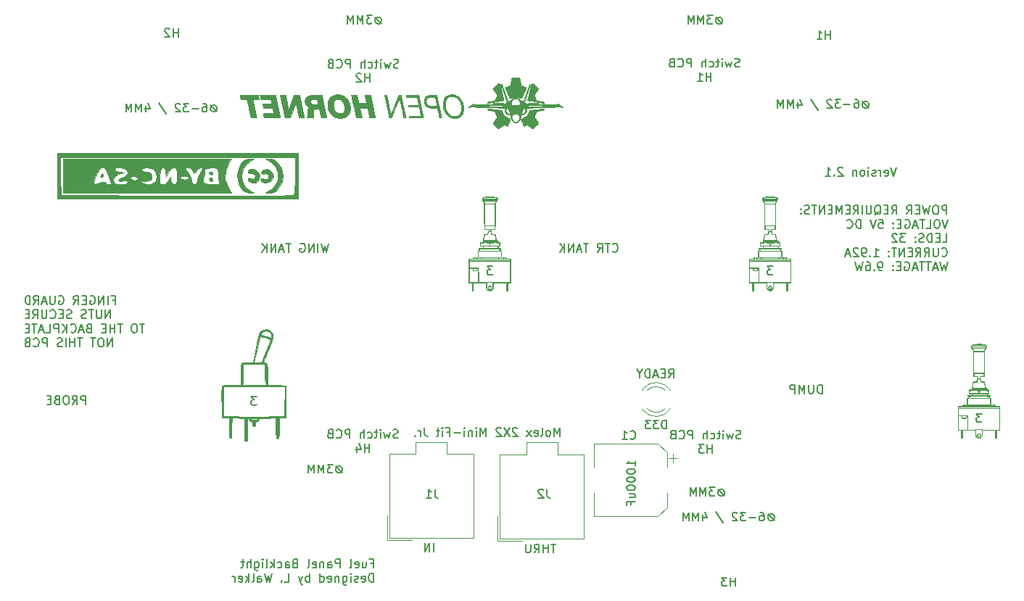
<source format=gbr>
%TF.GenerationSoftware,KiCad,Pcbnew,(5.1.10)-1*%
%TF.CreationDate,2021-11-16T17:11:48+11:00*%
%TF.ProjectId,Fuel Panel PCB V2,4675656c-2050-4616-9e65-6c2050434220,rev?*%
%TF.SameCoordinates,Original*%
%TF.FileFunction,Legend,Bot*%
%TF.FilePolarity,Positive*%
%FSLAX46Y46*%
G04 Gerber Fmt 4.6, Leading zero omitted, Abs format (unit mm)*
G04 Created by KiCad (PCBNEW (5.1.10)-1) date 2021-11-16 17:11:48*
%MOMM*%
%LPD*%
G01*
G04 APERTURE LIST*
%ADD10C,0.150000*%
%ADD11C,0.120000*%
%ADD12C,0.010000*%
%ADD13C,0.100000*%
G04 APERTURE END LIST*
D10*
X137350285Y-129636876D02*
X137159809Y-129636876D01*
X136969333Y-129732114D01*
X136874095Y-129922590D01*
X136874095Y-130113066D01*
X136969333Y-130303542D01*
X137159809Y-130398780D01*
X137350285Y-130398780D01*
X137540761Y-130303542D01*
X137636000Y-130113066D01*
X137636000Y-129922590D01*
X137540761Y-129732114D01*
X137350285Y-129636876D01*
X136874095Y-129636876D02*
X137636000Y-130398780D01*
X136493142Y-129398780D02*
X135874095Y-129398780D01*
X136207428Y-129779733D01*
X136064571Y-129779733D01*
X135969333Y-129827352D01*
X135921714Y-129874971D01*
X135874095Y-129970209D01*
X135874095Y-130208304D01*
X135921714Y-130303542D01*
X135969333Y-130351161D01*
X136064571Y-130398780D01*
X136350285Y-130398780D01*
X136445523Y-130351161D01*
X136493142Y-130303542D01*
X135445523Y-130398780D02*
X135445523Y-129398780D01*
X135112190Y-130113066D01*
X134778857Y-129398780D01*
X134778857Y-130398780D01*
X134302666Y-130398780D02*
X134302666Y-129398780D01*
X133969333Y-130113066D01*
X133636000Y-129398780D01*
X133636000Y-130398780D01*
X181952685Y-132329276D02*
X181762209Y-132329276D01*
X181571733Y-132424514D01*
X181476495Y-132614990D01*
X181476495Y-132805466D01*
X181571733Y-132995942D01*
X181762209Y-133091180D01*
X181952685Y-133091180D01*
X182143161Y-132995942D01*
X182238400Y-132805466D01*
X182238400Y-132614990D01*
X182143161Y-132424514D01*
X181952685Y-132329276D01*
X181476495Y-132329276D02*
X182238400Y-133091180D01*
X181095542Y-132091180D02*
X180476495Y-132091180D01*
X180809828Y-132472133D01*
X180666971Y-132472133D01*
X180571733Y-132519752D01*
X180524114Y-132567371D01*
X180476495Y-132662609D01*
X180476495Y-132900704D01*
X180524114Y-132995942D01*
X180571733Y-133043561D01*
X180666971Y-133091180D01*
X180952685Y-133091180D01*
X181047923Y-133043561D01*
X181095542Y-132995942D01*
X180047923Y-133091180D02*
X180047923Y-132091180D01*
X179714590Y-132805466D01*
X179381257Y-132091180D01*
X179381257Y-133091180D01*
X178905066Y-133091180D02*
X178905066Y-132091180D01*
X178571733Y-132805466D01*
X178238400Y-132091180D01*
X178238400Y-133091180D01*
X181698685Y-77211276D02*
X181508209Y-77211276D01*
X181317733Y-77306514D01*
X181222495Y-77496990D01*
X181222495Y-77687466D01*
X181317733Y-77877942D01*
X181508209Y-77973180D01*
X181698685Y-77973180D01*
X181889161Y-77877942D01*
X181984400Y-77687466D01*
X181984400Y-77496990D01*
X181889161Y-77306514D01*
X181698685Y-77211276D01*
X181222495Y-77211276D02*
X181984400Y-77973180D01*
X180841542Y-76973180D02*
X180222495Y-76973180D01*
X180555828Y-77354133D01*
X180412971Y-77354133D01*
X180317733Y-77401752D01*
X180270114Y-77449371D01*
X180222495Y-77544609D01*
X180222495Y-77782704D01*
X180270114Y-77877942D01*
X180317733Y-77925561D01*
X180412971Y-77973180D01*
X180698685Y-77973180D01*
X180793923Y-77925561D01*
X180841542Y-77877942D01*
X179793923Y-77973180D02*
X179793923Y-76973180D01*
X179460590Y-77687466D01*
X179127257Y-76973180D01*
X179127257Y-77973180D01*
X178651066Y-77973180D02*
X178651066Y-76973180D01*
X178317733Y-77687466D01*
X177984400Y-76973180D01*
X177984400Y-77973180D01*
X141922285Y-77160476D02*
X141731809Y-77160476D01*
X141541333Y-77255714D01*
X141446095Y-77446190D01*
X141446095Y-77636666D01*
X141541333Y-77827142D01*
X141731809Y-77922380D01*
X141922285Y-77922380D01*
X142112761Y-77827142D01*
X142208000Y-77636666D01*
X142208000Y-77446190D01*
X142112761Y-77255714D01*
X141922285Y-77160476D01*
X141446095Y-77160476D02*
X142208000Y-77922380D01*
X141065142Y-76922380D02*
X140446095Y-76922380D01*
X140779428Y-77303333D01*
X140636571Y-77303333D01*
X140541333Y-77350952D01*
X140493714Y-77398571D01*
X140446095Y-77493809D01*
X140446095Y-77731904D01*
X140493714Y-77827142D01*
X140541333Y-77874761D01*
X140636571Y-77922380D01*
X140922285Y-77922380D01*
X141017523Y-77874761D01*
X141065142Y-77827142D01*
X140017523Y-77922380D02*
X140017523Y-76922380D01*
X139684190Y-77636666D01*
X139350857Y-76922380D01*
X139350857Y-77922380D01*
X138874666Y-77922380D02*
X138874666Y-76922380D01*
X138541333Y-77636666D01*
X138208000Y-76922380D01*
X138208000Y-77922380D01*
X144100038Y-126274961D02*
X143957180Y-126322580D01*
X143719085Y-126322580D01*
X143623847Y-126274961D01*
X143576228Y-126227342D01*
X143528609Y-126132104D01*
X143528609Y-126036866D01*
X143576228Y-125941628D01*
X143623847Y-125894009D01*
X143719085Y-125846390D01*
X143909561Y-125798771D01*
X144004800Y-125751152D01*
X144052419Y-125703533D01*
X144100038Y-125608295D01*
X144100038Y-125513057D01*
X144052419Y-125417819D01*
X144004800Y-125370200D01*
X143909561Y-125322580D01*
X143671466Y-125322580D01*
X143528609Y-125370200D01*
X143195276Y-125655914D02*
X143004800Y-126322580D01*
X142814323Y-125846390D01*
X142623847Y-126322580D01*
X142433371Y-125655914D01*
X142052419Y-126322580D02*
X142052419Y-125655914D01*
X142052419Y-125322580D02*
X142100038Y-125370200D01*
X142052419Y-125417819D01*
X142004800Y-125370200D01*
X142052419Y-125322580D01*
X142052419Y-125417819D01*
X141719085Y-125655914D02*
X141338133Y-125655914D01*
X141576228Y-125322580D02*
X141576228Y-126179723D01*
X141528609Y-126274961D01*
X141433371Y-126322580D01*
X141338133Y-126322580D01*
X140576228Y-126274961D02*
X140671466Y-126322580D01*
X140861942Y-126322580D01*
X140957180Y-126274961D01*
X141004800Y-126227342D01*
X141052419Y-126132104D01*
X141052419Y-125846390D01*
X141004800Y-125751152D01*
X140957180Y-125703533D01*
X140861942Y-125655914D01*
X140671466Y-125655914D01*
X140576228Y-125703533D01*
X140147657Y-126322580D02*
X140147657Y-125322580D01*
X139719085Y-126322580D02*
X139719085Y-125798771D01*
X139766704Y-125703533D01*
X139861942Y-125655914D01*
X140004800Y-125655914D01*
X140100038Y-125703533D01*
X140147657Y-125751152D01*
X138480990Y-126322580D02*
X138480990Y-125322580D01*
X138100038Y-125322580D01*
X138004800Y-125370200D01*
X137957180Y-125417819D01*
X137909561Y-125513057D01*
X137909561Y-125655914D01*
X137957180Y-125751152D01*
X138004800Y-125798771D01*
X138100038Y-125846390D01*
X138480990Y-125846390D01*
X136909561Y-126227342D02*
X136957180Y-126274961D01*
X137100038Y-126322580D01*
X137195276Y-126322580D01*
X137338133Y-126274961D01*
X137433371Y-126179723D01*
X137480990Y-126084485D01*
X137528609Y-125894009D01*
X137528609Y-125751152D01*
X137480990Y-125560676D01*
X137433371Y-125465438D01*
X137338133Y-125370200D01*
X137195276Y-125322580D01*
X137100038Y-125322580D01*
X136957180Y-125370200D01*
X136909561Y-125417819D01*
X136147657Y-125798771D02*
X136004800Y-125846390D01*
X135957180Y-125894009D01*
X135909561Y-125989247D01*
X135909561Y-126132104D01*
X135957180Y-126227342D01*
X136004800Y-126274961D01*
X136100038Y-126322580D01*
X136480990Y-126322580D01*
X136480990Y-125322580D01*
X136147657Y-125322580D01*
X136052419Y-125370200D01*
X136004800Y-125417819D01*
X135957180Y-125513057D01*
X135957180Y-125608295D01*
X136004800Y-125703533D01*
X136052419Y-125751152D01*
X136147657Y-125798771D01*
X136480990Y-125798771D01*
X140766704Y-127972580D02*
X140766704Y-126972580D01*
X140766704Y-127448771D02*
X140195276Y-127448771D01*
X140195276Y-127972580D02*
X140195276Y-126972580D01*
X139290514Y-127305914D02*
X139290514Y-127972580D01*
X139528609Y-126924961D02*
X139766704Y-127639247D01*
X139147657Y-127639247D01*
X144150838Y-83044161D02*
X144007980Y-83091780D01*
X143769885Y-83091780D01*
X143674647Y-83044161D01*
X143627028Y-82996542D01*
X143579409Y-82901304D01*
X143579409Y-82806066D01*
X143627028Y-82710828D01*
X143674647Y-82663209D01*
X143769885Y-82615590D01*
X143960361Y-82567971D01*
X144055600Y-82520352D01*
X144103219Y-82472733D01*
X144150838Y-82377495D01*
X144150838Y-82282257D01*
X144103219Y-82187019D01*
X144055600Y-82139400D01*
X143960361Y-82091780D01*
X143722266Y-82091780D01*
X143579409Y-82139400D01*
X143246076Y-82425114D02*
X143055600Y-83091780D01*
X142865123Y-82615590D01*
X142674647Y-83091780D01*
X142484171Y-82425114D01*
X142103219Y-83091780D02*
X142103219Y-82425114D01*
X142103219Y-82091780D02*
X142150838Y-82139400D01*
X142103219Y-82187019D01*
X142055600Y-82139400D01*
X142103219Y-82091780D01*
X142103219Y-82187019D01*
X141769885Y-82425114D02*
X141388933Y-82425114D01*
X141627028Y-82091780D02*
X141627028Y-82948923D01*
X141579409Y-83044161D01*
X141484171Y-83091780D01*
X141388933Y-83091780D01*
X140627028Y-83044161D02*
X140722266Y-83091780D01*
X140912742Y-83091780D01*
X141007980Y-83044161D01*
X141055600Y-82996542D01*
X141103219Y-82901304D01*
X141103219Y-82615590D01*
X141055600Y-82520352D01*
X141007980Y-82472733D01*
X140912742Y-82425114D01*
X140722266Y-82425114D01*
X140627028Y-82472733D01*
X140198457Y-83091780D02*
X140198457Y-82091780D01*
X139769885Y-83091780D02*
X139769885Y-82567971D01*
X139817504Y-82472733D01*
X139912742Y-82425114D01*
X140055600Y-82425114D01*
X140150838Y-82472733D01*
X140198457Y-82520352D01*
X138531790Y-83091780D02*
X138531790Y-82091780D01*
X138150838Y-82091780D01*
X138055600Y-82139400D01*
X138007980Y-82187019D01*
X137960361Y-82282257D01*
X137960361Y-82425114D01*
X138007980Y-82520352D01*
X138055600Y-82567971D01*
X138150838Y-82615590D01*
X138531790Y-82615590D01*
X136960361Y-82996542D02*
X137007980Y-83044161D01*
X137150838Y-83091780D01*
X137246076Y-83091780D01*
X137388933Y-83044161D01*
X137484171Y-82948923D01*
X137531790Y-82853685D01*
X137579409Y-82663209D01*
X137579409Y-82520352D01*
X137531790Y-82329876D01*
X137484171Y-82234638D01*
X137388933Y-82139400D01*
X137246076Y-82091780D01*
X137150838Y-82091780D01*
X137007980Y-82139400D01*
X136960361Y-82187019D01*
X136198457Y-82567971D02*
X136055600Y-82615590D01*
X136007980Y-82663209D01*
X135960361Y-82758447D01*
X135960361Y-82901304D01*
X136007980Y-82996542D01*
X136055600Y-83044161D01*
X136150838Y-83091780D01*
X136531790Y-83091780D01*
X136531790Y-82091780D01*
X136198457Y-82091780D01*
X136103219Y-82139400D01*
X136055600Y-82187019D01*
X136007980Y-82282257D01*
X136007980Y-82377495D01*
X136055600Y-82472733D01*
X136103219Y-82520352D01*
X136198457Y-82567971D01*
X136531790Y-82567971D01*
X140817504Y-84741780D02*
X140817504Y-83741780D01*
X140817504Y-84217971D02*
X140246076Y-84217971D01*
X140246076Y-84741780D02*
X140246076Y-83741780D01*
X139817504Y-83837019D02*
X139769885Y-83789400D01*
X139674647Y-83741780D01*
X139436552Y-83741780D01*
X139341314Y-83789400D01*
X139293695Y-83837019D01*
X139246076Y-83932257D01*
X139246076Y-84027495D01*
X139293695Y-84170352D01*
X139865123Y-84741780D01*
X139246076Y-84741780D01*
X184130438Y-126376561D02*
X183987580Y-126424180D01*
X183749485Y-126424180D01*
X183654247Y-126376561D01*
X183606628Y-126328942D01*
X183559009Y-126233704D01*
X183559009Y-126138466D01*
X183606628Y-126043228D01*
X183654247Y-125995609D01*
X183749485Y-125947990D01*
X183939961Y-125900371D01*
X184035200Y-125852752D01*
X184082819Y-125805133D01*
X184130438Y-125709895D01*
X184130438Y-125614657D01*
X184082819Y-125519419D01*
X184035200Y-125471800D01*
X183939961Y-125424180D01*
X183701866Y-125424180D01*
X183559009Y-125471800D01*
X183225676Y-125757514D02*
X183035200Y-126424180D01*
X182844723Y-125947990D01*
X182654247Y-126424180D01*
X182463771Y-125757514D01*
X182082819Y-126424180D02*
X182082819Y-125757514D01*
X182082819Y-125424180D02*
X182130438Y-125471800D01*
X182082819Y-125519419D01*
X182035200Y-125471800D01*
X182082819Y-125424180D01*
X182082819Y-125519419D01*
X181749485Y-125757514D02*
X181368533Y-125757514D01*
X181606628Y-125424180D02*
X181606628Y-126281323D01*
X181559009Y-126376561D01*
X181463771Y-126424180D01*
X181368533Y-126424180D01*
X180606628Y-126376561D02*
X180701866Y-126424180D01*
X180892342Y-126424180D01*
X180987580Y-126376561D01*
X181035200Y-126328942D01*
X181082819Y-126233704D01*
X181082819Y-125947990D01*
X181035200Y-125852752D01*
X180987580Y-125805133D01*
X180892342Y-125757514D01*
X180701866Y-125757514D01*
X180606628Y-125805133D01*
X180178057Y-126424180D02*
X180178057Y-125424180D01*
X179749485Y-126424180D02*
X179749485Y-125900371D01*
X179797104Y-125805133D01*
X179892342Y-125757514D01*
X180035200Y-125757514D01*
X180130438Y-125805133D01*
X180178057Y-125852752D01*
X178511390Y-126424180D02*
X178511390Y-125424180D01*
X178130438Y-125424180D01*
X178035200Y-125471800D01*
X177987580Y-125519419D01*
X177939961Y-125614657D01*
X177939961Y-125757514D01*
X177987580Y-125852752D01*
X178035200Y-125900371D01*
X178130438Y-125947990D01*
X178511390Y-125947990D01*
X176939961Y-126328942D02*
X176987580Y-126376561D01*
X177130438Y-126424180D01*
X177225676Y-126424180D01*
X177368533Y-126376561D01*
X177463771Y-126281323D01*
X177511390Y-126186085D01*
X177559009Y-125995609D01*
X177559009Y-125852752D01*
X177511390Y-125662276D01*
X177463771Y-125567038D01*
X177368533Y-125471800D01*
X177225676Y-125424180D01*
X177130438Y-125424180D01*
X176987580Y-125471800D01*
X176939961Y-125519419D01*
X176178057Y-125900371D02*
X176035200Y-125947990D01*
X175987580Y-125995609D01*
X175939961Y-126090847D01*
X175939961Y-126233704D01*
X175987580Y-126328942D01*
X176035200Y-126376561D01*
X176130438Y-126424180D01*
X176511390Y-126424180D01*
X176511390Y-125424180D01*
X176178057Y-125424180D01*
X176082819Y-125471800D01*
X176035200Y-125519419D01*
X175987580Y-125614657D01*
X175987580Y-125709895D01*
X176035200Y-125805133D01*
X176082819Y-125852752D01*
X176178057Y-125900371D01*
X176511390Y-125900371D01*
X180797104Y-128074180D02*
X180797104Y-127074180D01*
X180797104Y-127550371D02*
X180225676Y-127550371D01*
X180225676Y-128074180D02*
X180225676Y-127074180D01*
X179844723Y-127074180D02*
X179225676Y-127074180D01*
X179559009Y-127455133D01*
X179416152Y-127455133D01*
X179320914Y-127502752D01*
X179273295Y-127550371D01*
X179225676Y-127645609D01*
X179225676Y-127883704D01*
X179273295Y-127978942D01*
X179320914Y-128026561D01*
X179416152Y-128074180D01*
X179701866Y-128074180D01*
X179797104Y-128026561D01*
X179844723Y-127978942D01*
X183978038Y-82942561D02*
X183835180Y-82990180D01*
X183597085Y-82990180D01*
X183501847Y-82942561D01*
X183454228Y-82894942D01*
X183406609Y-82799704D01*
X183406609Y-82704466D01*
X183454228Y-82609228D01*
X183501847Y-82561609D01*
X183597085Y-82513990D01*
X183787561Y-82466371D01*
X183882800Y-82418752D01*
X183930419Y-82371133D01*
X183978038Y-82275895D01*
X183978038Y-82180657D01*
X183930419Y-82085419D01*
X183882800Y-82037800D01*
X183787561Y-81990180D01*
X183549466Y-81990180D01*
X183406609Y-82037800D01*
X183073276Y-82323514D02*
X182882800Y-82990180D01*
X182692323Y-82513990D01*
X182501847Y-82990180D01*
X182311371Y-82323514D01*
X181930419Y-82990180D02*
X181930419Y-82323514D01*
X181930419Y-81990180D02*
X181978038Y-82037800D01*
X181930419Y-82085419D01*
X181882800Y-82037800D01*
X181930419Y-81990180D01*
X181930419Y-82085419D01*
X181597085Y-82323514D02*
X181216133Y-82323514D01*
X181454228Y-81990180D02*
X181454228Y-82847323D01*
X181406609Y-82942561D01*
X181311371Y-82990180D01*
X181216133Y-82990180D01*
X180454228Y-82942561D02*
X180549466Y-82990180D01*
X180739942Y-82990180D01*
X180835180Y-82942561D01*
X180882800Y-82894942D01*
X180930419Y-82799704D01*
X180930419Y-82513990D01*
X180882800Y-82418752D01*
X180835180Y-82371133D01*
X180739942Y-82323514D01*
X180549466Y-82323514D01*
X180454228Y-82371133D01*
X180025657Y-82990180D02*
X180025657Y-81990180D01*
X179597085Y-82990180D02*
X179597085Y-82466371D01*
X179644704Y-82371133D01*
X179739942Y-82323514D01*
X179882800Y-82323514D01*
X179978038Y-82371133D01*
X180025657Y-82418752D01*
X178358990Y-82990180D02*
X178358990Y-81990180D01*
X177978038Y-81990180D01*
X177882800Y-82037800D01*
X177835180Y-82085419D01*
X177787561Y-82180657D01*
X177787561Y-82323514D01*
X177835180Y-82418752D01*
X177882800Y-82466371D01*
X177978038Y-82513990D01*
X178358990Y-82513990D01*
X176787561Y-82894942D02*
X176835180Y-82942561D01*
X176978038Y-82990180D01*
X177073276Y-82990180D01*
X177216133Y-82942561D01*
X177311371Y-82847323D01*
X177358990Y-82752085D01*
X177406609Y-82561609D01*
X177406609Y-82418752D01*
X177358990Y-82228276D01*
X177311371Y-82133038D01*
X177216133Y-82037800D01*
X177073276Y-81990180D01*
X176978038Y-81990180D01*
X176835180Y-82037800D01*
X176787561Y-82085419D01*
X176025657Y-82466371D02*
X175882800Y-82513990D01*
X175835180Y-82561609D01*
X175787561Y-82656847D01*
X175787561Y-82799704D01*
X175835180Y-82894942D01*
X175882800Y-82942561D01*
X175978038Y-82990180D01*
X176358990Y-82990180D01*
X176358990Y-81990180D01*
X176025657Y-81990180D01*
X175930419Y-82037800D01*
X175882800Y-82085419D01*
X175835180Y-82180657D01*
X175835180Y-82275895D01*
X175882800Y-82371133D01*
X175930419Y-82418752D01*
X176025657Y-82466371D01*
X176358990Y-82466371D01*
X180644704Y-84640180D02*
X180644704Y-83640180D01*
X180644704Y-84116371D02*
X180073276Y-84116371D01*
X180073276Y-84640180D02*
X180073276Y-83640180D01*
X179073276Y-84640180D02*
X179644704Y-84640180D01*
X179358990Y-84640180D02*
X179358990Y-83640180D01*
X179454228Y-83783038D01*
X179549466Y-83878276D01*
X179644704Y-83925895D01*
X127587333Y-121473980D02*
X126968285Y-121473980D01*
X127301619Y-121854933D01*
X127158761Y-121854933D01*
X127063523Y-121902552D01*
X127015904Y-121950171D01*
X126968285Y-122045409D01*
X126968285Y-122283504D01*
X127015904Y-122378742D01*
X127063523Y-122426361D01*
X127158761Y-122473980D01*
X127444476Y-122473980D01*
X127539714Y-122426361D01*
X127587333Y-122378742D01*
X175693200Y-119273580D02*
X176026533Y-118797390D01*
X176264628Y-119273580D02*
X176264628Y-118273580D01*
X175883676Y-118273580D01*
X175788438Y-118321200D01*
X175740819Y-118368819D01*
X175693200Y-118464057D01*
X175693200Y-118606914D01*
X175740819Y-118702152D01*
X175788438Y-118749771D01*
X175883676Y-118797390D01*
X176264628Y-118797390D01*
X175264628Y-118749771D02*
X174931295Y-118749771D01*
X174788438Y-119273580D02*
X175264628Y-119273580D01*
X175264628Y-118273580D01*
X174788438Y-118273580D01*
X174407485Y-118987866D02*
X173931295Y-118987866D01*
X174502723Y-119273580D02*
X174169390Y-118273580D01*
X173836057Y-119273580D01*
X173502723Y-119273580D02*
X173502723Y-118273580D01*
X173264628Y-118273580D01*
X173121771Y-118321200D01*
X173026533Y-118416438D01*
X172978914Y-118511676D01*
X172931295Y-118702152D01*
X172931295Y-118845009D01*
X172978914Y-119035485D01*
X173026533Y-119130723D01*
X173121771Y-119225961D01*
X173264628Y-119273580D01*
X173502723Y-119273580D01*
X172312247Y-118797390D02*
X172312247Y-119273580D01*
X172645580Y-118273580D02*
X172312247Y-118797390D01*
X171978914Y-118273580D01*
X171800780Y-129548190D02*
X171800780Y-128976761D01*
X171800780Y-129262476D02*
X170800780Y-129262476D01*
X170943638Y-129167238D01*
X171038876Y-129072000D01*
X171086495Y-128976761D01*
X170800780Y-130167238D02*
X170800780Y-130262476D01*
X170848400Y-130357714D01*
X170896019Y-130405333D01*
X170991257Y-130452952D01*
X171181733Y-130500571D01*
X171419828Y-130500571D01*
X171610304Y-130452952D01*
X171705542Y-130405333D01*
X171753161Y-130357714D01*
X171800780Y-130262476D01*
X171800780Y-130167238D01*
X171753161Y-130072000D01*
X171705542Y-130024380D01*
X171610304Y-129976761D01*
X171419828Y-129929142D01*
X171181733Y-129929142D01*
X170991257Y-129976761D01*
X170896019Y-130024380D01*
X170848400Y-130072000D01*
X170800780Y-130167238D01*
X170800780Y-131119619D02*
X170800780Y-131214857D01*
X170848400Y-131310095D01*
X170896019Y-131357714D01*
X170991257Y-131405333D01*
X171181733Y-131452952D01*
X171419828Y-131452952D01*
X171610304Y-131405333D01*
X171705542Y-131357714D01*
X171753161Y-131310095D01*
X171800780Y-131214857D01*
X171800780Y-131119619D01*
X171753161Y-131024380D01*
X171705542Y-130976761D01*
X171610304Y-130929142D01*
X171419828Y-130881523D01*
X171181733Y-130881523D01*
X170991257Y-130929142D01*
X170896019Y-130976761D01*
X170848400Y-131024380D01*
X170800780Y-131119619D01*
X170800780Y-132072000D02*
X170800780Y-132167238D01*
X170848400Y-132262476D01*
X170896019Y-132310095D01*
X170991257Y-132357714D01*
X171181733Y-132405333D01*
X171419828Y-132405333D01*
X171610304Y-132357714D01*
X171705542Y-132310095D01*
X171753161Y-132262476D01*
X171800780Y-132167238D01*
X171800780Y-132072000D01*
X171753161Y-131976761D01*
X171705542Y-131929142D01*
X171610304Y-131881523D01*
X171419828Y-131833904D01*
X171181733Y-131833904D01*
X170991257Y-131881523D01*
X170896019Y-131929142D01*
X170848400Y-131976761D01*
X170800780Y-132072000D01*
X171134114Y-133262476D02*
X171800780Y-133262476D01*
X171134114Y-132833904D02*
X171657923Y-132833904D01*
X171753161Y-132881523D01*
X171800780Y-132976761D01*
X171800780Y-133119619D01*
X171753161Y-133214857D01*
X171705542Y-133262476D01*
X171276971Y-134072000D02*
X171276971Y-133738666D01*
X171800780Y-133738666D02*
X170800780Y-133738666D01*
X170800780Y-134214857D01*
X208173004Y-100159540D02*
X208173004Y-99159540D01*
X207792052Y-99159540D01*
X207696814Y-99207160D01*
X207649195Y-99254779D01*
X207601576Y-99350017D01*
X207601576Y-99492874D01*
X207649195Y-99588112D01*
X207696814Y-99635731D01*
X207792052Y-99683350D01*
X208173004Y-99683350D01*
X206982528Y-99159540D02*
X206792052Y-99159540D01*
X206696814Y-99207160D01*
X206601576Y-99302398D01*
X206553957Y-99492874D01*
X206553957Y-99826207D01*
X206601576Y-100016683D01*
X206696814Y-100111921D01*
X206792052Y-100159540D01*
X206982528Y-100159540D01*
X207077766Y-100111921D01*
X207173004Y-100016683D01*
X207220623Y-99826207D01*
X207220623Y-99492874D01*
X207173004Y-99302398D01*
X207077766Y-99207160D01*
X206982528Y-99159540D01*
X206220623Y-99159540D02*
X205982528Y-100159540D01*
X205792052Y-99445255D01*
X205601576Y-100159540D01*
X205363480Y-99159540D01*
X204982528Y-99635731D02*
X204649195Y-99635731D01*
X204506338Y-100159540D02*
X204982528Y-100159540D01*
X204982528Y-99159540D01*
X204506338Y-99159540D01*
X203506338Y-100159540D02*
X203839671Y-99683350D01*
X204077766Y-100159540D02*
X204077766Y-99159540D01*
X203696814Y-99159540D01*
X203601576Y-99207160D01*
X203553957Y-99254779D01*
X203506338Y-99350017D01*
X203506338Y-99492874D01*
X203553957Y-99588112D01*
X203601576Y-99635731D01*
X203696814Y-99683350D01*
X204077766Y-99683350D01*
X201744433Y-100159540D02*
X202077766Y-99683350D01*
X202315861Y-100159540D02*
X202315861Y-99159540D01*
X201934909Y-99159540D01*
X201839671Y-99207160D01*
X201792052Y-99254779D01*
X201744433Y-99350017D01*
X201744433Y-99492874D01*
X201792052Y-99588112D01*
X201839671Y-99635731D01*
X201934909Y-99683350D01*
X202315861Y-99683350D01*
X201315861Y-99635731D02*
X200982528Y-99635731D01*
X200839671Y-100159540D02*
X201315861Y-100159540D01*
X201315861Y-99159540D01*
X200839671Y-99159540D01*
X199744433Y-100254779D02*
X199839671Y-100207160D01*
X199934909Y-100111921D01*
X200077766Y-99969064D01*
X200173004Y-99921445D01*
X200268242Y-99921445D01*
X200220623Y-100159540D02*
X200315861Y-100111921D01*
X200411100Y-100016683D01*
X200458719Y-99826207D01*
X200458719Y-99492874D01*
X200411100Y-99302398D01*
X200315861Y-99207160D01*
X200220623Y-99159540D01*
X200030147Y-99159540D01*
X199934909Y-99207160D01*
X199839671Y-99302398D01*
X199792052Y-99492874D01*
X199792052Y-99826207D01*
X199839671Y-100016683D01*
X199934909Y-100111921D01*
X200030147Y-100159540D01*
X200220623Y-100159540D01*
X199363480Y-99159540D02*
X199363480Y-99969064D01*
X199315861Y-100064302D01*
X199268242Y-100111921D01*
X199173004Y-100159540D01*
X198982528Y-100159540D01*
X198887290Y-100111921D01*
X198839671Y-100064302D01*
X198792052Y-99969064D01*
X198792052Y-99159540D01*
X198315861Y-100159540D02*
X198315861Y-99159540D01*
X197268242Y-100159540D02*
X197601576Y-99683350D01*
X197839671Y-100159540D02*
X197839671Y-99159540D01*
X197458719Y-99159540D01*
X197363480Y-99207160D01*
X197315861Y-99254779D01*
X197268242Y-99350017D01*
X197268242Y-99492874D01*
X197315861Y-99588112D01*
X197363480Y-99635731D01*
X197458719Y-99683350D01*
X197839671Y-99683350D01*
X196839671Y-99635731D02*
X196506338Y-99635731D01*
X196363480Y-100159540D02*
X196839671Y-100159540D01*
X196839671Y-99159540D01*
X196363480Y-99159540D01*
X195934909Y-100159540D02*
X195934909Y-99159540D01*
X195601576Y-99873826D01*
X195268242Y-99159540D01*
X195268242Y-100159540D01*
X194792052Y-99635731D02*
X194458719Y-99635731D01*
X194315861Y-100159540D02*
X194792052Y-100159540D01*
X194792052Y-99159540D01*
X194315861Y-99159540D01*
X193887290Y-100159540D02*
X193887290Y-99159540D01*
X193315861Y-100159540D01*
X193315861Y-99159540D01*
X192982528Y-99159540D02*
X192411100Y-99159540D01*
X192696814Y-100159540D02*
X192696814Y-99159540D01*
X192125385Y-100111921D02*
X191982528Y-100159540D01*
X191744433Y-100159540D01*
X191649195Y-100111921D01*
X191601576Y-100064302D01*
X191553957Y-99969064D01*
X191553957Y-99873826D01*
X191601576Y-99778588D01*
X191649195Y-99730969D01*
X191744433Y-99683350D01*
X191934909Y-99635731D01*
X192030147Y-99588112D01*
X192077766Y-99540493D01*
X192125385Y-99445255D01*
X192125385Y-99350017D01*
X192077766Y-99254779D01*
X192030147Y-99207160D01*
X191934909Y-99159540D01*
X191696814Y-99159540D01*
X191553957Y-99207160D01*
X191125385Y-100064302D02*
X191077766Y-100111921D01*
X191125385Y-100159540D01*
X191173004Y-100111921D01*
X191125385Y-100064302D01*
X191125385Y-100159540D01*
X191125385Y-99540493D02*
X191077766Y-99588112D01*
X191125385Y-99635731D01*
X191173004Y-99588112D01*
X191125385Y-99540493D01*
X191125385Y-99635731D01*
X208315861Y-100809540D02*
X207982528Y-101809540D01*
X207649195Y-100809540D01*
X207125385Y-100809540D02*
X206934909Y-100809540D01*
X206839671Y-100857160D01*
X206744433Y-100952398D01*
X206696814Y-101142874D01*
X206696814Y-101476207D01*
X206744433Y-101666683D01*
X206839671Y-101761921D01*
X206934909Y-101809540D01*
X207125385Y-101809540D01*
X207220623Y-101761921D01*
X207315861Y-101666683D01*
X207363480Y-101476207D01*
X207363480Y-101142874D01*
X207315861Y-100952398D01*
X207220623Y-100857160D01*
X207125385Y-100809540D01*
X205792052Y-101809540D02*
X206268242Y-101809540D01*
X206268242Y-100809540D01*
X205601576Y-100809540D02*
X205030147Y-100809540D01*
X205315861Y-101809540D02*
X205315861Y-100809540D01*
X204744433Y-101523826D02*
X204268242Y-101523826D01*
X204839671Y-101809540D02*
X204506338Y-100809540D01*
X204173004Y-101809540D01*
X203315861Y-100857160D02*
X203411100Y-100809540D01*
X203553957Y-100809540D01*
X203696814Y-100857160D01*
X203792052Y-100952398D01*
X203839671Y-101047636D01*
X203887290Y-101238112D01*
X203887290Y-101380969D01*
X203839671Y-101571445D01*
X203792052Y-101666683D01*
X203696814Y-101761921D01*
X203553957Y-101809540D01*
X203458719Y-101809540D01*
X203315861Y-101761921D01*
X203268242Y-101714302D01*
X203268242Y-101380969D01*
X203458719Y-101380969D01*
X202839671Y-101285731D02*
X202506338Y-101285731D01*
X202363480Y-101809540D02*
X202839671Y-101809540D01*
X202839671Y-100809540D01*
X202363480Y-100809540D01*
X201934909Y-101714302D02*
X201887290Y-101761921D01*
X201934909Y-101809540D01*
X201982528Y-101761921D01*
X201934909Y-101714302D01*
X201934909Y-101809540D01*
X201934909Y-101190493D02*
X201887290Y-101238112D01*
X201934909Y-101285731D01*
X201982528Y-101238112D01*
X201934909Y-101190493D01*
X201934909Y-101285731D01*
X200220623Y-100809540D02*
X200696814Y-100809540D01*
X200744433Y-101285731D01*
X200696814Y-101238112D01*
X200601576Y-101190493D01*
X200363480Y-101190493D01*
X200268242Y-101238112D01*
X200220623Y-101285731D01*
X200173004Y-101380969D01*
X200173004Y-101619064D01*
X200220623Y-101714302D01*
X200268242Y-101761921D01*
X200363480Y-101809540D01*
X200601576Y-101809540D01*
X200696814Y-101761921D01*
X200744433Y-101714302D01*
X199887290Y-100809540D02*
X199553957Y-101809540D01*
X199220623Y-100809540D01*
X198125385Y-101809540D02*
X198125385Y-100809540D01*
X197887290Y-100809540D01*
X197744433Y-100857160D01*
X197649195Y-100952398D01*
X197601576Y-101047636D01*
X197553957Y-101238112D01*
X197553957Y-101380969D01*
X197601576Y-101571445D01*
X197649195Y-101666683D01*
X197744433Y-101761921D01*
X197887290Y-101809540D01*
X198125385Y-101809540D01*
X196553957Y-101714302D02*
X196601576Y-101761921D01*
X196744433Y-101809540D01*
X196839671Y-101809540D01*
X196982528Y-101761921D01*
X197077766Y-101666683D01*
X197125385Y-101571445D01*
X197173004Y-101380969D01*
X197173004Y-101238112D01*
X197125385Y-101047636D01*
X197077766Y-100952398D01*
X196982528Y-100857160D01*
X196839671Y-100809540D01*
X196744433Y-100809540D01*
X196601576Y-100857160D01*
X196553957Y-100904779D01*
X207696814Y-103459540D02*
X208173004Y-103459540D01*
X208173004Y-102459540D01*
X207363480Y-102935731D02*
X207030147Y-102935731D01*
X206887290Y-103459540D02*
X207363480Y-103459540D01*
X207363480Y-102459540D01*
X206887290Y-102459540D01*
X206458719Y-103459540D02*
X206458719Y-102459540D01*
X206220623Y-102459540D01*
X206077766Y-102507160D01*
X205982528Y-102602398D01*
X205934909Y-102697636D01*
X205887290Y-102888112D01*
X205887290Y-103030969D01*
X205934909Y-103221445D01*
X205982528Y-103316683D01*
X206077766Y-103411921D01*
X206220623Y-103459540D01*
X206458719Y-103459540D01*
X205506338Y-103411921D02*
X205363480Y-103459540D01*
X205125385Y-103459540D01*
X205030147Y-103411921D01*
X204982528Y-103364302D01*
X204934909Y-103269064D01*
X204934909Y-103173826D01*
X204982528Y-103078588D01*
X205030147Y-103030969D01*
X205125385Y-102983350D01*
X205315861Y-102935731D01*
X205411100Y-102888112D01*
X205458719Y-102840493D01*
X205506338Y-102745255D01*
X205506338Y-102650017D01*
X205458719Y-102554779D01*
X205411100Y-102507160D01*
X205315861Y-102459540D01*
X205077766Y-102459540D01*
X204934909Y-102507160D01*
X204506338Y-103364302D02*
X204458719Y-103411921D01*
X204506338Y-103459540D01*
X204553957Y-103411921D01*
X204506338Y-103364302D01*
X204506338Y-103459540D01*
X204506338Y-102840493D02*
X204458719Y-102888112D01*
X204506338Y-102935731D01*
X204553957Y-102888112D01*
X204506338Y-102840493D01*
X204506338Y-102935731D01*
X203363480Y-102459540D02*
X202744433Y-102459540D01*
X203077766Y-102840493D01*
X202934909Y-102840493D01*
X202839671Y-102888112D01*
X202792052Y-102935731D01*
X202744433Y-103030969D01*
X202744433Y-103269064D01*
X202792052Y-103364302D01*
X202839671Y-103411921D01*
X202934909Y-103459540D01*
X203220623Y-103459540D01*
X203315861Y-103411921D01*
X203363480Y-103364302D01*
X202363480Y-102554779D02*
X202315861Y-102507160D01*
X202220623Y-102459540D01*
X201982528Y-102459540D01*
X201887290Y-102507160D01*
X201839671Y-102554779D01*
X201792052Y-102650017D01*
X201792052Y-102745255D01*
X201839671Y-102888112D01*
X202411100Y-103459540D01*
X201792052Y-103459540D01*
X207601576Y-105014302D02*
X207649195Y-105061921D01*
X207792052Y-105109540D01*
X207887290Y-105109540D01*
X208030147Y-105061921D01*
X208125385Y-104966683D01*
X208173004Y-104871445D01*
X208220623Y-104680969D01*
X208220623Y-104538112D01*
X208173004Y-104347636D01*
X208125385Y-104252398D01*
X208030147Y-104157160D01*
X207887290Y-104109540D01*
X207792052Y-104109540D01*
X207649195Y-104157160D01*
X207601576Y-104204779D01*
X207173004Y-104109540D02*
X207173004Y-104919064D01*
X207125385Y-105014302D01*
X207077766Y-105061921D01*
X206982528Y-105109540D01*
X206792052Y-105109540D01*
X206696814Y-105061921D01*
X206649195Y-105014302D01*
X206601576Y-104919064D01*
X206601576Y-104109540D01*
X205553957Y-105109540D02*
X205887290Y-104633350D01*
X206125385Y-105109540D02*
X206125385Y-104109540D01*
X205744433Y-104109540D01*
X205649195Y-104157160D01*
X205601576Y-104204779D01*
X205553957Y-104300017D01*
X205553957Y-104442874D01*
X205601576Y-104538112D01*
X205649195Y-104585731D01*
X205744433Y-104633350D01*
X206125385Y-104633350D01*
X204553957Y-105109540D02*
X204887290Y-104633350D01*
X205125385Y-105109540D02*
X205125385Y-104109540D01*
X204744433Y-104109540D01*
X204649195Y-104157160D01*
X204601576Y-104204779D01*
X204553957Y-104300017D01*
X204553957Y-104442874D01*
X204601576Y-104538112D01*
X204649195Y-104585731D01*
X204744433Y-104633350D01*
X205125385Y-104633350D01*
X204125385Y-104585731D02*
X203792052Y-104585731D01*
X203649195Y-105109540D02*
X204125385Y-105109540D01*
X204125385Y-104109540D01*
X203649195Y-104109540D01*
X203220623Y-105109540D02*
X203220623Y-104109540D01*
X202649195Y-105109540D01*
X202649195Y-104109540D01*
X202315861Y-104109540D02*
X201744433Y-104109540D01*
X202030147Y-105109540D02*
X202030147Y-104109540D01*
X201411100Y-105014302D02*
X201363480Y-105061921D01*
X201411100Y-105109540D01*
X201458719Y-105061921D01*
X201411100Y-105014302D01*
X201411100Y-105109540D01*
X201411100Y-104490493D02*
X201363480Y-104538112D01*
X201411100Y-104585731D01*
X201458719Y-104538112D01*
X201411100Y-104490493D01*
X201411100Y-104585731D01*
X199649195Y-105109540D02*
X200220623Y-105109540D01*
X199934909Y-105109540D02*
X199934909Y-104109540D01*
X200030147Y-104252398D01*
X200125385Y-104347636D01*
X200220623Y-104395255D01*
X199220623Y-105014302D02*
X199173004Y-105061921D01*
X199220623Y-105109540D01*
X199268242Y-105061921D01*
X199220623Y-105014302D01*
X199220623Y-105109540D01*
X198696814Y-105109540D02*
X198506338Y-105109540D01*
X198411100Y-105061921D01*
X198363480Y-105014302D01*
X198268242Y-104871445D01*
X198220623Y-104680969D01*
X198220623Y-104300017D01*
X198268242Y-104204779D01*
X198315861Y-104157160D01*
X198411100Y-104109540D01*
X198601576Y-104109540D01*
X198696814Y-104157160D01*
X198744433Y-104204779D01*
X198792052Y-104300017D01*
X198792052Y-104538112D01*
X198744433Y-104633350D01*
X198696814Y-104680969D01*
X198601576Y-104728588D01*
X198411100Y-104728588D01*
X198315861Y-104680969D01*
X198268242Y-104633350D01*
X198220623Y-104538112D01*
X197839671Y-104204779D02*
X197792052Y-104157160D01*
X197696814Y-104109540D01*
X197458719Y-104109540D01*
X197363480Y-104157160D01*
X197315861Y-104204779D01*
X197268242Y-104300017D01*
X197268242Y-104395255D01*
X197315861Y-104538112D01*
X197887290Y-105109540D01*
X197268242Y-105109540D01*
X196887290Y-104823826D02*
X196411100Y-104823826D01*
X196982528Y-105109540D02*
X196649195Y-104109540D01*
X196315861Y-105109540D01*
X208268242Y-105759540D02*
X208030147Y-106759540D01*
X207839671Y-106045255D01*
X207649195Y-106759540D01*
X207411100Y-105759540D01*
X207077766Y-106473826D02*
X206601576Y-106473826D01*
X207173004Y-106759540D02*
X206839671Y-105759540D01*
X206506338Y-106759540D01*
X206315861Y-105759540D02*
X205744433Y-105759540D01*
X206030147Y-106759540D02*
X206030147Y-105759540D01*
X205553957Y-105759540D02*
X204982528Y-105759540D01*
X205268242Y-106759540D02*
X205268242Y-105759540D01*
X204696814Y-106473826D02*
X204220623Y-106473826D01*
X204792052Y-106759540D02*
X204458719Y-105759540D01*
X204125385Y-106759540D01*
X203268242Y-105807160D02*
X203363480Y-105759540D01*
X203506338Y-105759540D01*
X203649195Y-105807160D01*
X203744433Y-105902398D01*
X203792052Y-105997636D01*
X203839671Y-106188112D01*
X203839671Y-106330969D01*
X203792052Y-106521445D01*
X203744433Y-106616683D01*
X203649195Y-106711921D01*
X203506338Y-106759540D01*
X203411100Y-106759540D01*
X203268242Y-106711921D01*
X203220623Y-106664302D01*
X203220623Y-106330969D01*
X203411100Y-106330969D01*
X202792052Y-106235731D02*
X202458719Y-106235731D01*
X202315861Y-106759540D02*
X202792052Y-106759540D01*
X202792052Y-105759540D01*
X202315861Y-105759540D01*
X201887290Y-106664302D02*
X201839671Y-106711921D01*
X201887290Y-106759540D01*
X201934909Y-106711921D01*
X201887290Y-106664302D01*
X201887290Y-106759540D01*
X201887290Y-106140493D02*
X201839671Y-106188112D01*
X201887290Y-106235731D01*
X201934909Y-106188112D01*
X201887290Y-106140493D01*
X201887290Y-106235731D01*
X200601576Y-106759540D02*
X200411100Y-106759540D01*
X200315861Y-106711921D01*
X200268242Y-106664302D01*
X200173004Y-106521445D01*
X200125385Y-106330969D01*
X200125385Y-105950017D01*
X200173004Y-105854779D01*
X200220623Y-105807160D01*
X200315861Y-105759540D01*
X200506338Y-105759540D01*
X200601576Y-105807160D01*
X200649195Y-105854779D01*
X200696814Y-105950017D01*
X200696814Y-106188112D01*
X200649195Y-106283350D01*
X200601576Y-106330969D01*
X200506338Y-106378588D01*
X200315861Y-106378588D01*
X200220623Y-106330969D01*
X200173004Y-106283350D01*
X200125385Y-106188112D01*
X199696814Y-106664302D02*
X199649195Y-106711921D01*
X199696814Y-106759540D01*
X199744433Y-106711921D01*
X199696814Y-106664302D01*
X199696814Y-106759540D01*
X198792052Y-105759540D02*
X198982528Y-105759540D01*
X199077766Y-105807160D01*
X199125385Y-105854779D01*
X199220623Y-105997636D01*
X199268242Y-106188112D01*
X199268242Y-106569064D01*
X199220623Y-106664302D01*
X199173004Y-106711921D01*
X199077766Y-106759540D01*
X198887290Y-106759540D01*
X198792052Y-106711921D01*
X198744433Y-106664302D01*
X198696814Y-106569064D01*
X198696814Y-106330969D01*
X198744433Y-106235731D01*
X198792052Y-106188112D01*
X198887290Y-106140493D01*
X199077766Y-106140493D01*
X199173004Y-106188112D01*
X199220623Y-106235731D01*
X199268242Y-106330969D01*
X198363480Y-105759540D02*
X198125385Y-106759540D01*
X197934909Y-106045255D01*
X197744433Y-106759540D01*
X197506338Y-105759540D01*
X163001220Y-126108720D02*
X163001220Y-125108720D01*
X162667887Y-125823006D01*
X162334554Y-125108720D01*
X162334554Y-126108720D01*
X161715506Y-126108720D02*
X161810744Y-126061101D01*
X161858363Y-126013482D01*
X161905982Y-125918244D01*
X161905982Y-125632530D01*
X161858363Y-125537292D01*
X161810744Y-125489673D01*
X161715506Y-125442054D01*
X161572649Y-125442054D01*
X161477411Y-125489673D01*
X161429792Y-125537292D01*
X161382173Y-125632530D01*
X161382173Y-125918244D01*
X161429792Y-126013482D01*
X161477411Y-126061101D01*
X161572649Y-126108720D01*
X161715506Y-126108720D01*
X160810744Y-126108720D02*
X160905982Y-126061101D01*
X160953601Y-125965863D01*
X160953601Y-125108720D01*
X160048840Y-126061101D02*
X160144078Y-126108720D01*
X160334554Y-126108720D01*
X160429792Y-126061101D01*
X160477411Y-125965863D01*
X160477411Y-125584911D01*
X160429792Y-125489673D01*
X160334554Y-125442054D01*
X160144078Y-125442054D01*
X160048840Y-125489673D01*
X160001220Y-125584911D01*
X160001220Y-125680149D01*
X160477411Y-125775387D01*
X159667887Y-126108720D02*
X159144078Y-125442054D01*
X159667887Y-125442054D02*
X159144078Y-126108720D01*
X158048840Y-125203959D02*
X158001220Y-125156340D01*
X157905982Y-125108720D01*
X157667887Y-125108720D01*
X157572649Y-125156340D01*
X157525030Y-125203959D01*
X157477411Y-125299197D01*
X157477411Y-125394435D01*
X157525030Y-125537292D01*
X158096459Y-126108720D01*
X157477411Y-126108720D01*
X157144078Y-125108720D02*
X156477411Y-126108720D01*
X156477411Y-125108720D02*
X157144078Y-126108720D01*
X156144078Y-125203959D02*
X156096459Y-125156340D01*
X156001220Y-125108720D01*
X155763125Y-125108720D01*
X155667887Y-125156340D01*
X155620268Y-125203959D01*
X155572649Y-125299197D01*
X155572649Y-125394435D01*
X155620268Y-125537292D01*
X156191697Y-126108720D01*
X155572649Y-126108720D01*
X154382173Y-126108720D02*
X154382173Y-125108720D01*
X154048840Y-125823006D01*
X153715506Y-125108720D01*
X153715506Y-126108720D01*
X153239316Y-126108720D02*
X153239316Y-125442054D01*
X153239316Y-125108720D02*
X153286935Y-125156340D01*
X153239316Y-125203959D01*
X153191697Y-125156340D01*
X153239316Y-125108720D01*
X153239316Y-125203959D01*
X152763125Y-125442054D02*
X152763125Y-126108720D01*
X152763125Y-125537292D02*
X152715506Y-125489673D01*
X152620268Y-125442054D01*
X152477411Y-125442054D01*
X152382173Y-125489673D01*
X152334554Y-125584911D01*
X152334554Y-126108720D01*
X151858363Y-126108720D02*
X151858363Y-125442054D01*
X151858363Y-125108720D02*
X151905982Y-125156340D01*
X151858363Y-125203959D01*
X151810744Y-125156340D01*
X151858363Y-125108720D01*
X151858363Y-125203959D01*
X151382173Y-125727768D02*
X150620268Y-125727768D01*
X149810744Y-125584911D02*
X150144078Y-125584911D01*
X150144078Y-126108720D02*
X150144078Y-125108720D01*
X149667887Y-125108720D01*
X149286935Y-126108720D02*
X149286935Y-125442054D01*
X149286935Y-125108720D02*
X149334554Y-125156340D01*
X149286935Y-125203959D01*
X149239316Y-125156340D01*
X149286935Y-125108720D01*
X149286935Y-125203959D01*
X148953601Y-125442054D02*
X148572649Y-125442054D01*
X148810744Y-125108720D02*
X148810744Y-125965863D01*
X148763125Y-126061101D01*
X148667887Y-126108720D01*
X148572649Y-126108720D01*
X147191697Y-125108720D02*
X147191697Y-125823006D01*
X147239316Y-125965863D01*
X147334554Y-126061101D01*
X147477411Y-126108720D01*
X147572649Y-126108720D01*
X146715506Y-126108720D02*
X146715506Y-125442054D01*
X146715506Y-125632530D02*
X146667887Y-125537292D01*
X146620268Y-125489673D01*
X146525030Y-125442054D01*
X146429792Y-125442054D01*
X146096459Y-126013482D02*
X146048840Y-126061101D01*
X146096459Y-126108720D01*
X146144078Y-126061101D01*
X146096459Y-126013482D01*
X146096459Y-126108720D01*
X110757652Y-110178771D02*
X111090985Y-110178771D01*
X111090985Y-110702580D02*
X111090985Y-109702580D01*
X110614795Y-109702580D01*
X110233842Y-110702580D02*
X110233842Y-109702580D01*
X109757652Y-110702580D02*
X109757652Y-109702580D01*
X109186223Y-110702580D01*
X109186223Y-109702580D01*
X108186223Y-109750200D02*
X108281461Y-109702580D01*
X108424319Y-109702580D01*
X108567176Y-109750200D01*
X108662414Y-109845438D01*
X108710033Y-109940676D01*
X108757652Y-110131152D01*
X108757652Y-110274009D01*
X108710033Y-110464485D01*
X108662414Y-110559723D01*
X108567176Y-110654961D01*
X108424319Y-110702580D01*
X108329080Y-110702580D01*
X108186223Y-110654961D01*
X108138604Y-110607342D01*
X108138604Y-110274009D01*
X108329080Y-110274009D01*
X107710033Y-110178771D02*
X107376700Y-110178771D01*
X107233842Y-110702580D02*
X107710033Y-110702580D01*
X107710033Y-109702580D01*
X107233842Y-109702580D01*
X106233842Y-110702580D02*
X106567176Y-110226390D01*
X106805271Y-110702580D02*
X106805271Y-109702580D01*
X106424319Y-109702580D01*
X106329080Y-109750200D01*
X106281461Y-109797819D01*
X106233842Y-109893057D01*
X106233842Y-110035914D01*
X106281461Y-110131152D01*
X106329080Y-110178771D01*
X106424319Y-110226390D01*
X106805271Y-110226390D01*
X104519557Y-109750200D02*
X104614795Y-109702580D01*
X104757652Y-109702580D01*
X104900509Y-109750200D01*
X104995747Y-109845438D01*
X105043366Y-109940676D01*
X105090985Y-110131152D01*
X105090985Y-110274009D01*
X105043366Y-110464485D01*
X104995747Y-110559723D01*
X104900509Y-110654961D01*
X104757652Y-110702580D01*
X104662414Y-110702580D01*
X104519557Y-110654961D01*
X104471938Y-110607342D01*
X104471938Y-110274009D01*
X104662414Y-110274009D01*
X104043366Y-109702580D02*
X104043366Y-110512104D01*
X103995747Y-110607342D01*
X103948128Y-110654961D01*
X103852890Y-110702580D01*
X103662414Y-110702580D01*
X103567176Y-110654961D01*
X103519557Y-110607342D01*
X103471938Y-110512104D01*
X103471938Y-109702580D01*
X103043366Y-110416866D02*
X102567176Y-110416866D01*
X103138604Y-110702580D02*
X102805271Y-109702580D01*
X102471938Y-110702580D01*
X101567176Y-110702580D02*
X101900509Y-110226390D01*
X102138604Y-110702580D02*
X102138604Y-109702580D01*
X101757652Y-109702580D01*
X101662414Y-109750200D01*
X101614795Y-109797819D01*
X101567176Y-109893057D01*
X101567176Y-110035914D01*
X101614795Y-110131152D01*
X101662414Y-110178771D01*
X101757652Y-110226390D01*
X102138604Y-110226390D01*
X101138604Y-110702580D02*
X101138604Y-109702580D01*
X100900509Y-109702580D01*
X100757652Y-109750200D01*
X100662414Y-109845438D01*
X100614795Y-109940676D01*
X100567176Y-110131152D01*
X100567176Y-110274009D01*
X100614795Y-110464485D01*
X100662414Y-110559723D01*
X100757652Y-110654961D01*
X100900509Y-110702580D01*
X101138604Y-110702580D01*
X110519557Y-112352580D02*
X110519557Y-111352580D01*
X109948128Y-112352580D01*
X109948128Y-111352580D01*
X109471938Y-111352580D02*
X109471938Y-112162104D01*
X109424319Y-112257342D01*
X109376700Y-112304961D01*
X109281461Y-112352580D01*
X109090985Y-112352580D01*
X108995747Y-112304961D01*
X108948128Y-112257342D01*
X108900509Y-112162104D01*
X108900509Y-111352580D01*
X108567176Y-111352580D02*
X107995747Y-111352580D01*
X108281461Y-112352580D02*
X108281461Y-111352580D01*
X107710033Y-112304961D02*
X107567176Y-112352580D01*
X107329080Y-112352580D01*
X107233842Y-112304961D01*
X107186223Y-112257342D01*
X107138604Y-112162104D01*
X107138604Y-112066866D01*
X107186223Y-111971628D01*
X107233842Y-111924009D01*
X107329080Y-111876390D01*
X107519557Y-111828771D01*
X107614795Y-111781152D01*
X107662414Y-111733533D01*
X107710033Y-111638295D01*
X107710033Y-111543057D01*
X107662414Y-111447819D01*
X107614795Y-111400200D01*
X107519557Y-111352580D01*
X107281461Y-111352580D01*
X107138604Y-111400200D01*
X105995747Y-112304961D02*
X105852890Y-112352580D01*
X105614795Y-112352580D01*
X105519557Y-112304961D01*
X105471938Y-112257342D01*
X105424319Y-112162104D01*
X105424319Y-112066866D01*
X105471938Y-111971628D01*
X105519557Y-111924009D01*
X105614795Y-111876390D01*
X105805271Y-111828771D01*
X105900509Y-111781152D01*
X105948128Y-111733533D01*
X105995747Y-111638295D01*
X105995747Y-111543057D01*
X105948128Y-111447819D01*
X105900509Y-111400200D01*
X105805271Y-111352580D01*
X105567176Y-111352580D01*
X105424319Y-111400200D01*
X104995747Y-111828771D02*
X104662414Y-111828771D01*
X104519557Y-112352580D02*
X104995747Y-112352580D01*
X104995747Y-111352580D01*
X104519557Y-111352580D01*
X103519557Y-112257342D02*
X103567176Y-112304961D01*
X103710033Y-112352580D01*
X103805271Y-112352580D01*
X103948128Y-112304961D01*
X104043366Y-112209723D01*
X104090985Y-112114485D01*
X104138604Y-111924009D01*
X104138604Y-111781152D01*
X104090985Y-111590676D01*
X104043366Y-111495438D01*
X103948128Y-111400200D01*
X103805271Y-111352580D01*
X103710033Y-111352580D01*
X103567176Y-111400200D01*
X103519557Y-111447819D01*
X103090985Y-111352580D02*
X103090985Y-112162104D01*
X103043366Y-112257342D01*
X102995747Y-112304961D01*
X102900509Y-112352580D01*
X102710033Y-112352580D01*
X102614795Y-112304961D01*
X102567176Y-112257342D01*
X102519557Y-112162104D01*
X102519557Y-111352580D01*
X101471938Y-112352580D02*
X101805271Y-111876390D01*
X102043366Y-112352580D02*
X102043366Y-111352580D01*
X101662414Y-111352580D01*
X101567176Y-111400200D01*
X101519557Y-111447819D01*
X101471938Y-111543057D01*
X101471938Y-111685914D01*
X101519557Y-111781152D01*
X101567176Y-111828771D01*
X101662414Y-111876390D01*
X102043366Y-111876390D01*
X101043366Y-111828771D02*
X100710033Y-111828771D01*
X100567176Y-112352580D02*
X101043366Y-112352580D01*
X101043366Y-111352580D01*
X100567176Y-111352580D01*
X114519557Y-113002580D02*
X113948128Y-113002580D01*
X114233842Y-114002580D02*
X114233842Y-113002580D01*
X113424319Y-113002580D02*
X113233842Y-113002580D01*
X113138604Y-113050200D01*
X113043366Y-113145438D01*
X112995747Y-113335914D01*
X112995747Y-113669247D01*
X113043366Y-113859723D01*
X113138604Y-113954961D01*
X113233842Y-114002580D01*
X113424319Y-114002580D01*
X113519557Y-113954961D01*
X113614795Y-113859723D01*
X113662414Y-113669247D01*
X113662414Y-113335914D01*
X113614795Y-113145438D01*
X113519557Y-113050200D01*
X113424319Y-113002580D01*
X111948128Y-113002580D02*
X111376700Y-113002580D01*
X111662414Y-114002580D02*
X111662414Y-113002580D01*
X111043366Y-114002580D02*
X111043366Y-113002580D01*
X111043366Y-113478771D02*
X110471938Y-113478771D01*
X110471938Y-114002580D02*
X110471938Y-113002580D01*
X109995747Y-113478771D02*
X109662414Y-113478771D01*
X109519557Y-114002580D02*
X109995747Y-114002580D01*
X109995747Y-113002580D01*
X109519557Y-113002580D01*
X107995747Y-113478771D02*
X107852890Y-113526390D01*
X107805271Y-113574009D01*
X107757652Y-113669247D01*
X107757652Y-113812104D01*
X107805271Y-113907342D01*
X107852890Y-113954961D01*
X107948128Y-114002580D01*
X108329080Y-114002580D01*
X108329080Y-113002580D01*
X107995747Y-113002580D01*
X107900509Y-113050200D01*
X107852890Y-113097819D01*
X107805271Y-113193057D01*
X107805271Y-113288295D01*
X107852890Y-113383533D01*
X107900509Y-113431152D01*
X107995747Y-113478771D01*
X108329080Y-113478771D01*
X107376700Y-113716866D02*
X106900509Y-113716866D01*
X107471938Y-114002580D02*
X107138604Y-113002580D01*
X106805271Y-114002580D01*
X105900509Y-113907342D02*
X105948128Y-113954961D01*
X106090985Y-114002580D01*
X106186223Y-114002580D01*
X106329080Y-113954961D01*
X106424319Y-113859723D01*
X106471938Y-113764485D01*
X106519557Y-113574009D01*
X106519557Y-113431152D01*
X106471938Y-113240676D01*
X106424319Y-113145438D01*
X106329080Y-113050200D01*
X106186223Y-113002580D01*
X106090985Y-113002580D01*
X105948128Y-113050200D01*
X105900509Y-113097819D01*
X105471938Y-114002580D02*
X105471938Y-113002580D01*
X104900509Y-114002580D02*
X105329080Y-113431152D01*
X104900509Y-113002580D02*
X105471938Y-113574009D01*
X104471938Y-114002580D02*
X104471938Y-113002580D01*
X104090985Y-113002580D01*
X103995747Y-113050200D01*
X103948128Y-113097819D01*
X103900509Y-113193057D01*
X103900509Y-113335914D01*
X103948128Y-113431152D01*
X103995747Y-113478771D01*
X104090985Y-113526390D01*
X104471938Y-113526390D01*
X102995747Y-114002580D02*
X103471938Y-114002580D01*
X103471938Y-113002580D01*
X102710033Y-113716866D02*
X102233842Y-113716866D01*
X102805271Y-114002580D02*
X102471938Y-113002580D01*
X102138604Y-114002580D01*
X101948128Y-113002580D02*
X101376700Y-113002580D01*
X101662414Y-114002580D02*
X101662414Y-113002580D01*
X101043366Y-113478771D02*
X100710033Y-113478771D01*
X100567176Y-114002580D02*
X101043366Y-114002580D01*
X101043366Y-113002580D01*
X100567176Y-113002580D01*
X110757652Y-115652580D02*
X110757652Y-114652580D01*
X110186223Y-115652580D01*
X110186223Y-114652580D01*
X109519557Y-114652580D02*
X109329080Y-114652580D01*
X109233842Y-114700200D01*
X109138604Y-114795438D01*
X109090985Y-114985914D01*
X109090985Y-115319247D01*
X109138604Y-115509723D01*
X109233842Y-115604961D01*
X109329080Y-115652580D01*
X109519557Y-115652580D01*
X109614795Y-115604961D01*
X109710033Y-115509723D01*
X109757652Y-115319247D01*
X109757652Y-114985914D01*
X109710033Y-114795438D01*
X109614795Y-114700200D01*
X109519557Y-114652580D01*
X108805271Y-114652580D02*
X108233842Y-114652580D01*
X108519557Y-115652580D02*
X108519557Y-114652580D01*
X107281461Y-114652580D02*
X106710033Y-114652580D01*
X106995747Y-115652580D02*
X106995747Y-114652580D01*
X106376700Y-115652580D02*
X106376700Y-114652580D01*
X106376700Y-115128771D02*
X105805271Y-115128771D01*
X105805271Y-115652580D02*
X105805271Y-114652580D01*
X105329080Y-115652580D02*
X105329080Y-114652580D01*
X104900509Y-115604961D02*
X104757652Y-115652580D01*
X104519557Y-115652580D01*
X104424319Y-115604961D01*
X104376700Y-115557342D01*
X104329080Y-115462104D01*
X104329080Y-115366866D01*
X104376700Y-115271628D01*
X104424319Y-115224009D01*
X104519557Y-115176390D01*
X104710033Y-115128771D01*
X104805271Y-115081152D01*
X104852890Y-115033533D01*
X104900509Y-114938295D01*
X104900509Y-114843057D01*
X104852890Y-114747819D01*
X104805271Y-114700200D01*
X104710033Y-114652580D01*
X104471938Y-114652580D01*
X104329080Y-114700200D01*
X103138604Y-115652580D02*
X103138604Y-114652580D01*
X102757652Y-114652580D01*
X102662414Y-114700200D01*
X102614795Y-114747819D01*
X102567176Y-114843057D01*
X102567176Y-114985914D01*
X102614795Y-115081152D01*
X102662414Y-115128771D01*
X102757652Y-115176390D01*
X103138604Y-115176390D01*
X101567176Y-115557342D02*
X101614795Y-115604961D01*
X101757652Y-115652580D01*
X101852890Y-115652580D01*
X101995747Y-115604961D01*
X102090985Y-115509723D01*
X102138604Y-115414485D01*
X102186223Y-115224009D01*
X102186223Y-115081152D01*
X102138604Y-114890676D01*
X102090985Y-114795438D01*
X101995747Y-114700200D01*
X101852890Y-114652580D01*
X101757652Y-114652580D01*
X101614795Y-114700200D01*
X101567176Y-114747819D01*
X100805271Y-115128771D02*
X100662414Y-115176390D01*
X100614795Y-115224009D01*
X100567176Y-115319247D01*
X100567176Y-115462104D01*
X100614795Y-115557342D01*
X100662414Y-115604961D01*
X100757652Y-115652580D01*
X101138604Y-115652580D01*
X101138604Y-114652580D01*
X100805271Y-114652580D01*
X100710033Y-114700200D01*
X100662414Y-114747819D01*
X100614795Y-114843057D01*
X100614795Y-114938295D01*
X100662414Y-115033533D01*
X100710033Y-115081152D01*
X100805271Y-115128771D01*
X101138604Y-115128771D01*
X193627142Y-121102380D02*
X193627142Y-120102380D01*
X193389047Y-120102380D01*
X193246190Y-120150000D01*
X193150952Y-120245238D01*
X193103333Y-120340476D01*
X193055714Y-120530952D01*
X193055714Y-120673809D01*
X193103333Y-120864285D01*
X193150952Y-120959523D01*
X193246190Y-121054761D01*
X193389047Y-121102380D01*
X193627142Y-121102380D01*
X192627142Y-120102380D02*
X192627142Y-120911904D01*
X192579523Y-121007142D01*
X192531904Y-121054761D01*
X192436666Y-121102380D01*
X192246190Y-121102380D01*
X192150952Y-121054761D01*
X192103333Y-121007142D01*
X192055714Y-120911904D01*
X192055714Y-120102380D01*
X191579523Y-121102380D02*
X191579523Y-120102380D01*
X191246190Y-120816666D01*
X190912857Y-120102380D01*
X190912857Y-121102380D01*
X190436666Y-121102380D02*
X190436666Y-120102380D01*
X190055714Y-120102380D01*
X189960476Y-120150000D01*
X189912857Y-120197619D01*
X189865238Y-120292857D01*
X189865238Y-120435714D01*
X189912857Y-120530952D01*
X189960476Y-120578571D01*
X190055714Y-120626190D01*
X190436666Y-120626190D01*
X169155714Y-104497142D02*
X169203333Y-104544761D01*
X169346190Y-104592380D01*
X169441428Y-104592380D01*
X169584285Y-104544761D01*
X169679523Y-104449523D01*
X169727142Y-104354285D01*
X169774761Y-104163809D01*
X169774761Y-104020952D01*
X169727142Y-103830476D01*
X169679523Y-103735238D01*
X169584285Y-103640000D01*
X169441428Y-103592380D01*
X169346190Y-103592380D01*
X169203333Y-103640000D01*
X169155714Y-103687619D01*
X168870000Y-103592380D02*
X168298571Y-103592380D01*
X168584285Y-104592380D02*
X168584285Y-103592380D01*
X167393809Y-104592380D02*
X167727142Y-104116190D01*
X167965238Y-104592380D02*
X167965238Y-103592380D01*
X167584285Y-103592380D01*
X167489047Y-103640000D01*
X167441428Y-103687619D01*
X167393809Y-103782857D01*
X167393809Y-103925714D01*
X167441428Y-104020952D01*
X167489047Y-104068571D01*
X167584285Y-104116190D01*
X167965238Y-104116190D01*
X166346190Y-103592380D02*
X165774761Y-103592380D01*
X166060476Y-104592380D02*
X166060476Y-103592380D01*
X165489047Y-104306666D02*
X165012857Y-104306666D01*
X165584285Y-104592380D02*
X165250952Y-103592380D01*
X164917619Y-104592380D01*
X164584285Y-104592380D02*
X164584285Y-103592380D01*
X164012857Y-104592380D01*
X164012857Y-103592380D01*
X163536666Y-104592380D02*
X163536666Y-103592380D01*
X162965238Y-104592380D02*
X163393809Y-104020952D01*
X162965238Y-103592380D02*
X163536666Y-104163809D01*
X135984761Y-103592380D02*
X135746666Y-104592380D01*
X135556190Y-103878095D01*
X135365714Y-104592380D01*
X135127619Y-103592380D01*
X134746666Y-104592380D02*
X134746666Y-103592380D01*
X134270476Y-104592380D02*
X134270476Y-103592380D01*
X133699047Y-104592380D01*
X133699047Y-103592380D01*
X132699047Y-103640000D02*
X132794285Y-103592380D01*
X132937142Y-103592380D01*
X133080000Y-103640000D01*
X133175238Y-103735238D01*
X133222857Y-103830476D01*
X133270476Y-104020952D01*
X133270476Y-104163809D01*
X133222857Y-104354285D01*
X133175238Y-104449523D01*
X133080000Y-104544761D01*
X132937142Y-104592380D01*
X132841904Y-104592380D01*
X132699047Y-104544761D01*
X132651428Y-104497142D01*
X132651428Y-104163809D01*
X132841904Y-104163809D01*
X131603809Y-103592380D02*
X131032380Y-103592380D01*
X131318095Y-104592380D02*
X131318095Y-103592380D01*
X130746666Y-104306666D02*
X130270476Y-104306666D01*
X130841904Y-104592380D02*
X130508571Y-103592380D01*
X130175238Y-104592380D01*
X129841904Y-104592380D02*
X129841904Y-103592380D01*
X129270476Y-104592380D01*
X129270476Y-103592380D01*
X128794285Y-104592380D02*
X128794285Y-103592380D01*
X128222857Y-104592380D02*
X128651428Y-104020952D01*
X128222857Y-103592380D02*
X128794285Y-104163809D01*
X107648095Y-122372380D02*
X107648095Y-121372380D01*
X107267142Y-121372380D01*
X107171904Y-121420000D01*
X107124285Y-121467619D01*
X107076666Y-121562857D01*
X107076666Y-121705714D01*
X107124285Y-121800952D01*
X107171904Y-121848571D01*
X107267142Y-121896190D01*
X107648095Y-121896190D01*
X106076666Y-122372380D02*
X106410000Y-121896190D01*
X106648095Y-122372380D02*
X106648095Y-121372380D01*
X106267142Y-121372380D01*
X106171904Y-121420000D01*
X106124285Y-121467619D01*
X106076666Y-121562857D01*
X106076666Y-121705714D01*
X106124285Y-121800952D01*
X106171904Y-121848571D01*
X106267142Y-121896190D01*
X106648095Y-121896190D01*
X105457619Y-121372380D02*
X105267142Y-121372380D01*
X105171904Y-121420000D01*
X105076666Y-121515238D01*
X105029047Y-121705714D01*
X105029047Y-122039047D01*
X105076666Y-122229523D01*
X105171904Y-122324761D01*
X105267142Y-122372380D01*
X105457619Y-122372380D01*
X105552857Y-122324761D01*
X105648095Y-122229523D01*
X105695714Y-122039047D01*
X105695714Y-121705714D01*
X105648095Y-121515238D01*
X105552857Y-121420000D01*
X105457619Y-121372380D01*
X104267142Y-121848571D02*
X104124285Y-121896190D01*
X104076666Y-121943809D01*
X104029047Y-122039047D01*
X104029047Y-122181904D01*
X104076666Y-122277142D01*
X104124285Y-122324761D01*
X104219523Y-122372380D01*
X104600476Y-122372380D01*
X104600476Y-121372380D01*
X104267142Y-121372380D01*
X104171904Y-121420000D01*
X104124285Y-121467619D01*
X104076666Y-121562857D01*
X104076666Y-121658095D01*
X104124285Y-121753333D01*
X104171904Y-121800952D01*
X104267142Y-121848571D01*
X104600476Y-121848571D01*
X103600476Y-121848571D02*
X103267142Y-121848571D01*
X103124285Y-122372380D02*
X103600476Y-122372380D01*
X103600476Y-121372380D01*
X103124285Y-121372380D01*
X202310476Y-94702380D02*
X201977142Y-95702380D01*
X201643809Y-94702380D01*
X200929523Y-95654761D02*
X201024761Y-95702380D01*
X201215238Y-95702380D01*
X201310476Y-95654761D01*
X201358095Y-95559523D01*
X201358095Y-95178571D01*
X201310476Y-95083333D01*
X201215238Y-95035714D01*
X201024761Y-95035714D01*
X200929523Y-95083333D01*
X200881904Y-95178571D01*
X200881904Y-95273809D01*
X201358095Y-95369047D01*
X200453333Y-95702380D02*
X200453333Y-95035714D01*
X200453333Y-95226190D02*
X200405714Y-95130952D01*
X200358095Y-95083333D01*
X200262857Y-95035714D01*
X200167619Y-95035714D01*
X199881904Y-95654761D02*
X199786666Y-95702380D01*
X199596190Y-95702380D01*
X199500952Y-95654761D01*
X199453333Y-95559523D01*
X199453333Y-95511904D01*
X199500952Y-95416666D01*
X199596190Y-95369047D01*
X199739047Y-95369047D01*
X199834285Y-95321428D01*
X199881904Y-95226190D01*
X199881904Y-95178571D01*
X199834285Y-95083333D01*
X199739047Y-95035714D01*
X199596190Y-95035714D01*
X199500952Y-95083333D01*
X199024761Y-95702380D02*
X199024761Y-95035714D01*
X199024761Y-94702380D02*
X199072380Y-94750000D01*
X199024761Y-94797619D01*
X198977142Y-94750000D01*
X199024761Y-94702380D01*
X199024761Y-94797619D01*
X198405714Y-95702380D02*
X198500952Y-95654761D01*
X198548571Y-95607142D01*
X198596190Y-95511904D01*
X198596190Y-95226190D01*
X198548571Y-95130952D01*
X198500952Y-95083333D01*
X198405714Y-95035714D01*
X198262857Y-95035714D01*
X198167619Y-95083333D01*
X198120000Y-95130952D01*
X198072380Y-95226190D01*
X198072380Y-95511904D01*
X198120000Y-95607142D01*
X198167619Y-95654761D01*
X198262857Y-95702380D01*
X198405714Y-95702380D01*
X197643809Y-95035714D02*
X197643809Y-95702380D01*
X197643809Y-95130952D02*
X197596190Y-95083333D01*
X197500952Y-95035714D01*
X197358095Y-95035714D01*
X197262857Y-95083333D01*
X197215238Y-95178571D01*
X197215238Y-95702380D01*
X196024761Y-94797619D02*
X195977142Y-94750000D01*
X195881904Y-94702380D01*
X195643809Y-94702380D01*
X195548571Y-94750000D01*
X195500952Y-94797619D01*
X195453333Y-94892857D01*
X195453333Y-94988095D01*
X195500952Y-95130952D01*
X196072380Y-95702380D01*
X195453333Y-95702380D01*
X195024761Y-95607142D02*
X194977142Y-95654761D01*
X195024761Y-95702380D01*
X195072380Y-95654761D01*
X195024761Y-95607142D01*
X195024761Y-95702380D01*
X194024761Y-95702380D02*
X194596190Y-95702380D01*
X194310476Y-95702380D02*
X194310476Y-94702380D01*
X194405714Y-94845238D01*
X194500952Y-94940476D01*
X194596190Y-94988095D01*
X162539133Y-138718040D02*
X161967704Y-138718040D01*
X162253419Y-139718040D02*
X162253419Y-138718040D01*
X161634371Y-139718040D02*
X161634371Y-138718040D01*
X161634371Y-139194231D02*
X161062942Y-139194231D01*
X161062942Y-139718040D02*
X161062942Y-138718040D01*
X160015323Y-139718040D02*
X160348657Y-139241850D01*
X160586752Y-139718040D02*
X160586752Y-138718040D01*
X160205800Y-138718040D01*
X160110561Y-138765660D01*
X160062942Y-138813279D01*
X160015323Y-138908517D01*
X160015323Y-139051374D01*
X160062942Y-139146612D01*
X160110561Y-139194231D01*
X160205800Y-139241850D01*
X160586752Y-139241850D01*
X159586752Y-138718040D02*
X159586752Y-139527564D01*
X159539133Y-139622802D01*
X159491514Y-139670421D01*
X159396276Y-139718040D01*
X159205800Y-139718040D01*
X159110561Y-139670421D01*
X159062942Y-139622802D01*
X159015323Y-139527564D01*
X159015323Y-138718040D01*
X148270529Y-139596120D02*
X148270529Y-138596120D01*
X147794339Y-139596120D02*
X147794339Y-138596120D01*
X147222910Y-139596120D01*
X147222910Y-138596120D01*
X140915751Y-140944791D02*
X141249084Y-140944791D01*
X141249084Y-141468600D02*
X141249084Y-140468600D01*
X140772894Y-140468600D01*
X139963370Y-140801934D02*
X139963370Y-141468600D01*
X140391941Y-140801934D02*
X140391941Y-141325743D01*
X140344322Y-141420981D01*
X140249084Y-141468600D01*
X140106227Y-141468600D01*
X140010989Y-141420981D01*
X139963370Y-141373362D01*
X139106227Y-141420981D02*
X139201465Y-141468600D01*
X139391941Y-141468600D01*
X139487180Y-141420981D01*
X139534799Y-141325743D01*
X139534799Y-140944791D01*
X139487180Y-140849553D01*
X139391941Y-140801934D01*
X139201465Y-140801934D01*
X139106227Y-140849553D01*
X139058608Y-140944791D01*
X139058608Y-141040029D01*
X139534799Y-141135267D01*
X138487180Y-141468600D02*
X138582418Y-141420981D01*
X138630037Y-141325743D01*
X138630037Y-140468600D01*
X137344322Y-141468600D02*
X137344322Y-140468600D01*
X136963370Y-140468600D01*
X136868132Y-140516220D01*
X136820513Y-140563839D01*
X136772894Y-140659077D01*
X136772894Y-140801934D01*
X136820513Y-140897172D01*
X136868132Y-140944791D01*
X136963370Y-140992410D01*
X137344322Y-140992410D01*
X135915751Y-141468600D02*
X135915751Y-140944791D01*
X135963370Y-140849553D01*
X136058608Y-140801934D01*
X136249084Y-140801934D01*
X136344322Y-140849553D01*
X135915751Y-141420981D02*
X136010989Y-141468600D01*
X136249084Y-141468600D01*
X136344322Y-141420981D01*
X136391941Y-141325743D01*
X136391941Y-141230505D01*
X136344322Y-141135267D01*
X136249084Y-141087648D01*
X136010989Y-141087648D01*
X135915751Y-141040029D01*
X135439560Y-140801934D02*
X135439560Y-141468600D01*
X135439560Y-140897172D02*
X135391941Y-140849553D01*
X135296703Y-140801934D01*
X135153846Y-140801934D01*
X135058608Y-140849553D01*
X135010989Y-140944791D01*
X135010989Y-141468600D01*
X134153846Y-141420981D02*
X134249084Y-141468600D01*
X134439560Y-141468600D01*
X134534799Y-141420981D01*
X134582418Y-141325743D01*
X134582418Y-140944791D01*
X134534799Y-140849553D01*
X134439560Y-140801934D01*
X134249084Y-140801934D01*
X134153846Y-140849553D01*
X134106227Y-140944791D01*
X134106227Y-141040029D01*
X134582418Y-141135267D01*
X133534799Y-141468600D02*
X133630037Y-141420981D01*
X133677656Y-141325743D01*
X133677656Y-140468600D01*
X132058608Y-140944791D02*
X131915751Y-140992410D01*
X131868132Y-141040029D01*
X131820513Y-141135267D01*
X131820513Y-141278124D01*
X131868132Y-141373362D01*
X131915751Y-141420981D01*
X132010989Y-141468600D01*
X132391941Y-141468600D01*
X132391941Y-140468600D01*
X132058608Y-140468600D01*
X131963370Y-140516220D01*
X131915751Y-140563839D01*
X131868132Y-140659077D01*
X131868132Y-140754315D01*
X131915751Y-140849553D01*
X131963370Y-140897172D01*
X132058608Y-140944791D01*
X132391941Y-140944791D01*
X130963370Y-141468600D02*
X130963370Y-140944791D01*
X131010989Y-140849553D01*
X131106227Y-140801934D01*
X131296703Y-140801934D01*
X131391941Y-140849553D01*
X130963370Y-141420981D02*
X131058608Y-141468600D01*
X131296703Y-141468600D01*
X131391941Y-141420981D01*
X131439560Y-141325743D01*
X131439560Y-141230505D01*
X131391941Y-141135267D01*
X131296703Y-141087648D01*
X131058608Y-141087648D01*
X130963370Y-141040029D01*
X130058608Y-141420981D02*
X130153846Y-141468600D01*
X130344322Y-141468600D01*
X130439560Y-141420981D01*
X130487180Y-141373362D01*
X130534799Y-141278124D01*
X130534799Y-140992410D01*
X130487180Y-140897172D01*
X130439560Y-140849553D01*
X130344322Y-140801934D01*
X130153846Y-140801934D01*
X130058608Y-140849553D01*
X129630037Y-141468600D02*
X129630037Y-140468600D01*
X129534799Y-141087648D02*
X129249084Y-141468600D01*
X129249084Y-140801934D02*
X129630037Y-141182886D01*
X128677656Y-141468600D02*
X128772894Y-141420981D01*
X128820513Y-141325743D01*
X128820513Y-140468600D01*
X128296703Y-141468600D02*
X128296703Y-140801934D01*
X128296703Y-140468600D02*
X128344322Y-140516220D01*
X128296703Y-140563839D01*
X128249084Y-140516220D01*
X128296703Y-140468600D01*
X128296703Y-140563839D01*
X127391941Y-140801934D02*
X127391941Y-141611458D01*
X127439560Y-141706696D01*
X127487180Y-141754315D01*
X127582418Y-141801934D01*
X127725275Y-141801934D01*
X127820513Y-141754315D01*
X127391941Y-141420981D02*
X127487180Y-141468600D01*
X127677656Y-141468600D01*
X127772894Y-141420981D01*
X127820513Y-141373362D01*
X127868132Y-141278124D01*
X127868132Y-140992410D01*
X127820513Y-140897172D01*
X127772894Y-140849553D01*
X127677656Y-140801934D01*
X127487180Y-140801934D01*
X127391941Y-140849553D01*
X126915751Y-141468600D02*
X126915751Y-140468600D01*
X126487180Y-141468600D02*
X126487180Y-140944791D01*
X126534799Y-140849553D01*
X126630037Y-140801934D01*
X126772894Y-140801934D01*
X126868132Y-140849553D01*
X126915751Y-140897172D01*
X126153846Y-140801934D02*
X125772894Y-140801934D01*
X126010989Y-140468600D02*
X126010989Y-141325743D01*
X125963370Y-141420981D01*
X125868132Y-141468600D01*
X125772894Y-141468600D01*
X141249084Y-143118600D02*
X141249084Y-142118600D01*
X141010989Y-142118600D01*
X140868132Y-142166220D01*
X140772894Y-142261458D01*
X140725275Y-142356696D01*
X140677656Y-142547172D01*
X140677656Y-142690029D01*
X140725275Y-142880505D01*
X140772894Y-142975743D01*
X140868132Y-143070981D01*
X141010989Y-143118600D01*
X141249084Y-143118600D01*
X139868132Y-143070981D02*
X139963370Y-143118600D01*
X140153846Y-143118600D01*
X140249084Y-143070981D01*
X140296703Y-142975743D01*
X140296703Y-142594791D01*
X140249084Y-142499553D01*
X140153846Y-142451934D01*
X139963370Y-142451934D01*
X139868132Y-142499553D01*
X139820513Y-142594791D01*
X139820513Y-142690029D01*
X140296703Y-142785267D01*
X139439560Y-143070981D02*
X139344322Y-143118600D01*
X139153846Y-143118600D01*
X139058608Y-143070981D01*
X139010989Y-142975743D01*
X139010989Y-142928124D01*
X139058608Y-142832886D01*
X139153846Y-142785267D01*
X139296703Y-142785267D01*
X139391941Y-142737648D01*
X139439560Y-142642410D01*
X139439560Y-142594791D01*
X139391941Y-142499553D01*
X139296703Y-142451934D01*
X139153846Y-142451934D01*
X139058608Y-142499553D01*
X138582418Y-143118600D02*
X138582418Y-142451934D01*
X138582418Y-142118600D02*
X138630037Y-142166220D01*
X138582418Y-142213839D01*
X138534799Y-142166220D01*
X138582418Y-142118600D01*
X138582418Y-142213839D01*
X137677656Y-142451934D02*
X137677656Y-143261458D01*
X137725275Y-143356696D01*
X137772894Y-143404315D01*
X137868132Y-143451934D01*
X138010989Y-143451934D01*
X138106227Y-143404315D01*
X137677656Y-143070981D02*
X137772894Y-143118600D01*
X137963370Y-143118600D01*
X138058608Y-143070981D01*
X138106227Y-143023362D01*
X138153846Y-142928124D01*
X138153846Y-142642410D01*
X138106227Y-142547172D01*
X138058608Y-142499553D01*
X137963370Y-142451934D01*
X137772894Y-142451934D01*
X137677656Y-142499553D01*
X137201465Y-142451934D02*
X137201465Y-143118600D01*
X137201465Y-142547172D02*
X137153846Y-142499553D01*
X137058608Y-142451934D01*
X136915751Y-142451934D01*
X136820513Y-142499553D01*
X136772894Y-142594791D01*
X136772894Y-143118600D01*
X135915751Y-143070981D02*
X136010989Y-143118600D01*
X136201465Y-143118600D01*
X136296703Y-143070981D01*
X136344322Y-142975743D01*
X136344322Y-142594791D01*
X136296703Y-142499553D01*
X136201465Y-142451934D01*
X136010989Y-142451934D01*
X135915751Y-142499553D01*
X135868132Y-142594791D01*
X135868132Y-142690029D01*
X136344322Y-142785267D01*
X135010989Y-143118600D02*
X135010989Y-142118600D01*
X135010989Y-143070981D02*
X135106227Y-143118600D01*
X135296703Y-143118600D01*
X135391941Y-143070981D01*
X135439560Y-143023362D01*
X135487180Y-142928124D01*
X135487180Y-142642410D01*
X135439560Y-142547172D01*
X135391941Y-142499553D01*
X135296703Y-142451934D01*
X135106227Y-142451934D01*
X135010989Y-142499553D01*
X133772894Y-143118600D02*
X133772894Y-142118600D01*
X133772894Y-142499553D02*
X133677656Y-142451934D01*
X133487180Y-142451934D01*
X133391941Y-142499553D01*
X133344322Y-142547172D01*
X133296703Y-142642410D01*
X133296703Y-142928124D01*
X133344322Y-143023362D01*
X133391941Y-143070981D01*
X133487180Y-143118600D01*
X133677656Y-143118600D01*
X133772894Y-143070981D01*
X132963370Y-142451934D02*
X132725275Y-143118600D01*
X132487180Y-142451934D02*
X132725275Y-143118600D01*
X132820513Y-143356696D01*
X132868132Y-143404315D01*
X132963370Y-143451934D01*
X130868132Y-143118600D02*
X131344322Y-143118600D01*
X131344322Y-142118600D01*
X130534799Y-143023362D02*
X130487180Y-143070981D01*
X130534799Y-143118600D01*
X130582418Y-143070981D01*
X130534799Y-143023362D01*
X130534799Y-143118600D01*
X129391941Y-142118600D02*
X129153846Y-143118600D01*
X128963370Y-142404315D01*
X128772894Y-143118600D01*
X128534799Y-142118600D01*
X127725275Y-143118600D02*
X127725275Y-142594791D01*
X127772894Y-142499553D01*
X127868132Y-142451934D01*
X128058608Y-142451934D01*
X128153846Y-142499553D01*
X127725275Y-143070981D02*
X127820513Y-143118600D01*
X128058608Y-143118600D01*
X128153846Y-143070981D01*
X128201465Y-142975743D01*
X128201465Y-142880505D01*
X128153846Y-142785267D01*
X128058608Y-142737648D01*
X127820513Y-142737648D01*
X127725275Y-142690029D01*
X127106227Y-143118600D02*
X127201465Y-143070981D01*
X127249084Y-142975743D01*
X127249084Y-142118600D01*
X126725275Y-143118600D02*
X126725275Y-142118600D01*
X126630037Y-142737648D02*
X126344322Y-143118600D01*
X126344322Y-142451934D02*
X126725275Y-142832886D01*
X125534799Y-143070981D02*
X125630037Y-143118600D01*
X125820513Y-143118600D01*
X125915751Y-143070981D01*
X125963370Y-142975743D01*
X125963370Y-142594791D01*
X125915751Y-142499553D01*
X125820513Y-142451934D01*
X125630037Y-142451934D01*
X125534799Y-142499553D01*
X125487180Y-142594791D01*
X125487180Y-142690029D01*
X125963370Y-142785267D01*
X125058608Y-143118600D02*
X125058608Y-142451934D01*
X125058608Y-142642410D02*
X125010989Y-142547172D01*
X124963370Y-142499553D01*
X124868132Y-142451934D01*
X124772894Y-142451934D01*
D11*
%TO.C,J2*%
X160901000Y-138047000D02*
X155991000Y-138047000D01*
X155991000Y-138047000D02*
X155991000Y-128227000D01*
X155991000Y-128227000D02*
X159091000Y-128227000D01*
X159091000Y-128227000D02*
X159091000Y-126827000D01*
X159091000Y-126827000D02*
X160901000Y-126827000D01*
X160901000Y-138047000D02*
X165811000Y-138047000D01*
X165811000Y-138047000D02*
X165811000Y-128227000D01*
X165811000Y-128227000D02*
X162711000Y-128227000D01*
X162711000Y-128227000D02*
X162711000Y-126827000D01*
X162711000Y-126827000D02*
X160901000Y-126827000D01*
X158601000Y-138287000D02*
X155751000Y-138287000D01*
X155751000Y-138287000D02*
X155751000Y-135437000D01*
%TO.C,J1*%
X147998000Y-137996000D02*
X143088000Y-137996000D01*
X143088000Y-137996000D02*
X143088000Y-128176000D01*
X143088000Y-128176000D02*
X146188000Y-128176000D01*
X146188000Y-128176000D02*
X146188000Y-126776000D01*
X146188000Y-126776000D02*
X147998000Y-126776000D01*
X147998000Y-137996000D02*
X152908000Y-137996000D01*
X152908000Y-137996000D02*
X152908000Y-128176000D01*
X152908000Y-128176000D02*
X149808000Y-128176000D01*
X149808000Y-128176000D02*
X149808000Y-126776000D01*
X149808000Y-126776000D02*
X147998000Y-126776000D01*
X145698000Y-138236000D02*
X142848000Y-138236000D01*
X142848000Y-138236000D02*
X142848000Y-135386000D01*
D12*
%TO.C,G\u002A\u002A\u002A*%
G36*
X157853369Y-84228200D02*
G01*
X157832688Y-84228200D01*
X157762855Y-84228208D01*
X157700993Y-84228239D01*
X157646606Y-84228300D01*
X157599199Y-84228399D01*
X157558276Y-84228545D01*
X157523342Y-84228745D01*
X157493900Y-84229007D01*
X157469455Y-84229340D01*
X157449511Y-84229750D01*
X157433573Y-84230247D01*
X157421145Y-84230838D01*
X157411732Y-84231531D01*
X157404837Y-84232334D01*
X157399965Y-84233255D01*
X157396620Y-84234302D01*
X157394689Y-84235249D01*
X157384710Y-84243377D01*
X157378222Y-84252247D01*
X157376830Y-84257723D01*
X157374010Y-84270952D01*
X157369871Y-84291365D01*
X157364524Y-84318389D01*
X157358079Y-84351454D01*
X157350646Y-84389987D01*
X157342334Y-84433417D01*
X157333253Y-84481174D01*
X157323514Y-84532685D01*
X157313226Y-84587379D01*
X157302499Y-84644684D01*
X157295218Y-84683738D01*
X157284244Y-84742492D01*
X157273613Y-84799035D01*
X157263434Y-84852792D01*
X157253822Y-84903190D01*
X157244887Y-84949656D01*
X157236741Y-84991614D01*
X157229496Y-85028491D01*
X157223264Y-85059714D01*
X157218156Y-85084708D01*
X157214285Y-85102901D01*
X157211762Y-85113717D01*
X157210893Y-85116531D01*
X157203192Y-85127974D01*
X157195110Y-85136867D01*
X157190099Y-85139525D01*
X157177996Y-85145066D01*
X157159550Y-85153179D01*
X157135513Y-85163553D01*
X157106633Y-85175877D01*
X157073659Y-85189840D01*
X157037342Y-85205132D01*
X156998430Y-85221441D01*
X156957674Y-85238456D01*
X156915823Y-85255867D01*
X156873627Y-85273362D01*
X156831835Y-85290630D01*
X156791196Y-85307362D01*
X156752461Y-85323244D01*
X156716379Y-85337968D01*
X156683699Y-85351221D01*
X156655172Y-85362693D01*
X156631546Y-85372073D01*
X156613571Y-85379050D01*
X156601997Y-85383313D01*
X156598134Y-85384510D01*
X156597729Y-85385948D01*
X156598608Y-85390046D01*
X156600905Y-85397115D01*
X156604757Y-85407469D01*
X156610300Y-85421418D01*
X156617668Y-85439276D01*
X156626999Y-85461355D01*
X156638428Y-85487968D01*
X156652089Y-85519425D01*
X156668121Y-85556041D01*
X156686657Y-85598127D01*
X156707834Y-85645995D01*
X156731787Y-85699958D01*
X156758653Y-85760328D01*
X156788567Y-85827418D01*
X156821664Y-85901539D01*
X156858081Y-85983005D01*
X156865616Y-85999849D01*
X156896196Y-86068203D01*
X156925867Y-86134495D01*
X156954441Y-86198311D01*
X156981733Y-86259234D01*
X157007554Y-86316847D01*
X157031719Y-86370736D01*
X157054040Y-86420484D01*
X157074331Y-86465675D01*
X157092405Y-86505892D01*
X157108075Y-86540721D01*
X157121155Y-86569745D01*
X157131457Y-86592547D01*
X157138796Y-86608713D01*
X157142983Y-86617825D01*
X157143918Y-86619755D01*
X157146548Y-86621791D01*
X157151824Y-86622206D01*
X157160943Y-86620775D01*
X157175101Y-86617272D01*
X157195495Y-86611472D01*
X157208753Y-86607536D01*
X157269596Y-86590097D01*
X157334792Y-86572808D01*
X157402218Y-86556163D01*
X157469751Y-86540653D01*
X157535266Y-86526770D01*
X157596641Y-86515004D01*
X157640266Y-86507616D01*
X157665675Y-86504511D01*
X157697841Y-86501971D01*
X157735073Y-86500018D01*
X157775680Y-86498671D01*
X157817971Y-86497951D01*
X157860253Y-86497879D01*
X157900837Y-86498476D01*
X157938029Y-86499762D01*
X157970140Y-86501758D01*
X157986909Y-86503379D01*
X158035418Y-86509963D01*
X158090219Y-86519129D01*
X158149665Y-86530518D01*
X158212109Y-86543768D01*
X158275905Y-86558518D01*
X158339405Y-86574407D01*
X158400964Y-86591074D01*
X158443709Y-86603519D01*
X158466595Y-86610347D01*
X158486629Y-86616215D01*
X158502418Y-86620723D01*
X158512572Y-86623475D01*
X158515676Y-86624144D01*
X158517674Y-86620318D01*
X158522870Y-86609141D01*
X158531081Y-86591026D01*
X158542125Y-86566386D01*
X158555820Y-86535633D01*
X158571984Y-86499181D01*
X158590436Y-86457441D01*
X158610992Y-86410826D01*
X158633472Y-86359749D01*
X158657692Y-86304622D01*
X158683472Y-86245858D01*
X158710629Y-86183870D01*
X158738980Y-86119071D01*
X158768345Y-86051872D01*
X158787500Y-86007992D01*
X158817422Y-85939407D01*
X158846423Y-85872901D01*
X158874323Y-85808892D01*
X158900940Y-85747796D01*
X158926093Y-85690030D01*
X158949601Y-85636010D01*
X158971283Y-85586155D01*
X158990958Y-85540879D01*
X159008444Y-85500600D01*
X159023561Y-85465735D01*
X159036127Y-85436701D01*
X159045962Y-85413913D01*
X159052884Y-85397789D01*
X159056712Y-85388746D01*
X159057453Y-85386873D01*
X159053807Y-85384322D01*
X159042662Y-85378798D01*
X159024386Y-85370459D01*
X158999346Y-85359463D01*
X158967912Y-85345967D01*
X158930449Y-85330129D01*
X158887328Y-85312107D01*
X158838914Y-85292057D01*
X158785576Y-85270139D01*
X158773965Y-85265387D01*
X158727089Y-85246172D01*
X158682270Y-85227712D01*
X158640162Y-85210281D01*
X158601420Y-85194155D01*
X158566697Y-85179609D01*
X158536647Y-85166917D01*
X158511924Y-85156355D01*
X158493183Y-85148196D01*
X158481076Y-85142716D01*
X158476495Y-85140373D01*
X158465657Y-85130466D01*
X158456664Y-85118028D01*
X158456158Y-85117068D01*
X158454185Y-85110543D01*
X158450795Y-85096080D01*
X158446065Y-85074076D01*
X158440072Y-85044927D01*
X158432894Y-85009029D01*
X158424609Y-84966779D01*
X158415295Y-84918573D01*
X158405030Y-84864806D01*
X158393890Y-84805876D01*
X158381954Y-84742178D01*
X158370322Y-84679623D01*
X158359406Y-84620864D01*
X158348860Y-84564373D01*
X158338791Y-84510718D01*
X158329309Y-84460466D01*
X158320522Y-84414183D01*
X158312539Y-84372436D01*
X158305469Y-84335794D01*
X158299421Y-84304823D01*
X158294502Y-84280090D01*
X158290823Y-84262162D01*
X158288492Y-84251606D01*
X158287730Y-84248925D01*
X158286001Y-84245613D01*
X158284239Y-84242674D01*
X158281957Y-84240085D01*
X158278666Y-84237825D01*
X158273879Y-84235871D01*
X158267107Y-84234200D01*
X158257863Y-84232791D01*
X158245657Y-84231621D01*
X158230003Y-84230669D01*
X158210411Y-84229911D01*
X158186394Y-84229327D01*
X158157464Y-84228892D01*
X158123133Y-84228586D01*
X158082911Y-84228385D01*
X158036313Y-84228269D01*
X157982848Y-84228214D01*
X157922030Y-84228199D01*
X157853369Y-84228200D01*
G37*
X157853369Y-84228200D02*
X157832688Y-84228200D01*
X157762855Y-84228208D01*
X157700993Y-84228239D01*
X157646606Y-84228300D01*
X157599199Y-84228399D01*
X157558276Y-84228545D01*
X157523342Y-84228745D01*
X157493900Y-84229007D01*
X157469455Y-84229340D01*
X157449511Y-84229750D01*
X157433573Y-84230247D01*
X157421145Y-84230838D01*
X157411732Y-84231531D01*
X157404837Y-84232334D01*
X157399965Y-84233255D01*
X157396620Y-84234302D01*
X157394689Y-84235249D01*
X157384710Y-84243377D01*
X157378222Y-84252247D01*
X157376830Y-84257723D01*
X157374010Y-84270952D01*
X157369871Y-84291365D01*
X157364524Y-84318389D01*
X157358079Y-84351454D01*
X157350646Y-84389987D01*
X157342334Y-84433417D01*
X157333253Y-84481174D01*
X157323514Y-84532685D01*
X157313226Y-84587379D01*
X157302499Y-84644684D01*
X157295218Y-84683738D01*
X157284244Y-84742492D01*
X157273613Y-84799035D01*
X157263434Y-84852792D01*
X157253822Y-84903190D01*
X157244887Y-84949656D01*
X157236741Y-84991614D01*
X157229496Y-85028491D01*
X157223264Y-85059714D01*
X157218156Y-85084708D01*
X157214285Y-85102901D01*
X157211762Y-85113717D01*
X157210893Y-85116531D01*
X157203192Y-85127974D01*
X157195110Y-85136867D01*
X157190099Y-85139525D01*
X157177996Y-85145066D01*
X157159550Y-85153179D01*
X157135513Y-85163553D01*
X157106633Y-85175877D01*
X157073659Y-85189840D01*
X157037342Y-85205132D01*
X156998430Y-85221441D01*
X156957674Y-85238456D01*
X156915823Y-85255867D01*
X156873627Y-85273362D01*
X156831835Y-85290630D01*
X156791196Y-85307362D01*
X156752461Y-85323244D01*
X156716379Y-85337968D01*
X156683699Y-85351221D01*
X156655172Y-85362693D01*
X156631546Y-85372073D01*
X156613571Y-85379050D01*
X156601997Y-85383313D01*
X156598134Y-85384510D01*
X156597729Y-85385948D01*
X156598608Y-85390046D01*
X156600905Y-85397115D01*
X156604757Y-85407469D01*
X156610300Y-85421418D01*
X156617668Y-85439276D01*
X156626999Y-85461355D01*
X156638428Y-85487968D01*
X156652089Y-85519425D01*
X156668121Y-85556041D01*
X156686657Y-85598127D01*
X156707834Y-85645995D01*
X156731787Y-85699958D01*
X156758653Y-85760328D01*
X156788567Y-85827418D01*
X156821664Y-85901539D01*
X156858081Y-85983005D01*
X156865616Y-85999849D01*
X156896196Y-86068203D01*
X156925867Y-86134495D01*
X156954441Y-86198311D01*
X156981733Y-86259234D01*
X157007554Y-86316847D01*
X157031719Y-86370736D01*
X157054040Y-86420484D01*
X157074331Y-86465675D01*
X157092405Y-86505892D01*
X157108075Y-86540721D01*
X157121155Y-86569745D01*
X157131457Y-86592547D01*
X157138796Y-86608713D01*
X157142983Y-86617825D01*
X157143918Y-86619755D01*
X157146548Y-86621791D01*
X157151824Y-86622206D01*
X157160943Y-86620775D01*
X157175101Y-86617272D01*
X157195495Y-86611472D01*
X157208753Y-86607536D01*
X157269596Y-86590097D01*
X157334792Y-86572808D01*
X157402218Y-86556163D01*
X157469751Y-86540653D01*
X157535266Y-86526770D01*
X157596641Y-86515004D01*
X157640266Y-86507616D01*
X157665675Y-86504511D01*
X157697841Y-86501971D01*
X157735073Y-86500018D01*
X157775680Y-86498671D01*
X157817971Y-86497951D01*
X157860253Y-86497879D01*
X157900837Y-86498476D01*
X157938029Y-86499762D01*
X157970140Y-86501758D01*
X157986909Y-86503379D01*
X158035418Y-86509963D01*
X158090219Y-86519129D01*
X158149665Y-86530518D01*
X158212109Y-86543768D01*
X158275905Y-86558518D01*
X158339405Y-86574407D01*
X158400964Y-86591074D01*
X158443709Y-86603519D01*
X158466595Y-86610347D01*
X158486629Y-86616215D01*
X158502418Y-86620723D01*
X158512572Y-86623475D01*
X158515676Y-86624144D01*
X158517674Y-86620318D01*
X158522870Y-86609141D01*
X158531081Y-86591026D01*
X158542125Y-86566386D01*
X158555820Y-86535633D01*
X158571984Y-86499181D01*
X158590436Y-86457441D01*
X158610992Y-86410826D01*
X158633472Y-86359749D01*
X158657692Y-86304622D01*
X158683472Y-86245858D01*
X158710629Y-86183870D01*
X158738980Y-86119071D01*
X158768345Y-86051872D01*
X158787500Y-86007992D01*
X158817422Y-85939407D01*
X158846423Y-85872901D01*
X158874323Y-85808892D01*
X158900940Y-85747796D01*
X158926093Y-85690030D01*
X158949601Y-85636010D01*
X158971283Y-85586155D01*
X158990958Y-85540879D01*
X159008444Y-85500600D01*
X159023561Y-85465735D01*
X159036127Y-85436701D01*
X159045962Y-85413913D01*
X159052884Y-85397789D01*
X159056712Y-85388746D01*
X159057453Y-85386873D01*
X159053807Y-85384322D01*
X159042662Y-85378798D01*
X159024386Y-85370459D01*
X158999346Y-85359463D01*
X158967912Y-85345967D01*
X158930449Y-85330129D01*
X158887328Y-85312107D01*
X158838914Y-85292057D01*
X158785576Y-85270139D01*
X158773965Y-85265387D01*
X158727089Y-85246172D01*
X158682270Y-85227712D01*
X158640162Y-85210281D01*
X158601420Y-85194155D01*
X158566697Y-85179609D01*
X158536647Y-85166917D01*
X158511924Y-85156355D01*
X158493183Y-85148196D01*
X158481076Y-85142716D01*
X158476495Y-85140373D01*
X158465657Y-85130466D01*
X158456664Y-85118028D01*
X158456158Y-85117068D01*
X158454185Y-85110543D01*
X158450795Y-85096080D01*
X158446065Y-85074076D01*
X158440072Y-85044927D01*
X158432894Y-85009029D01*
X158424609Y-84966779D01*
X158415295Y-84918573D01*
X158405030Y-84864806D01*
X158393890Y-84805876D01*
X158381954Y-84742178D01*
X158370322Y-84679623D01*
X158359406Y-84620864D01*
X158348860Y-84564373D01*
X158338791Y-84510718D01*
X158329309Y-84460466D01*
X158320522Y-84414183D01*
X158312539Y-84372436D01*
X158305469Y-84335794D01*
X158299421Y-84304823D01*
X158294502Y-84280090D01*
X158290823Y-84262162D01*
X158288492Y-84251606D01*
X158287730Y-84248925D01*
X158286001Y-84245613D01*
X158284239Y-84242674D01*
X158281957Y-84240085D01*
X158278666Y-84237825D01*
X158273879Y-84235871D01*
X158267107Y-84234200D01*
X158257863Y-84232791D01*
X158245657Y-84231621D01*
X158230003Y-84230669D01*
X158210411Y-84229911D01*
X158186394Y-84229327D01*
X158157464Y-84228892D01*
X158123133Y-84228586D01*
X158082911Y-84228385D01*
X158036313Y-84228269D01*
X157982848Y-84228214D01*
X157922030Y-84228199D01*
X157853369Y-84228200D01*
G36*
X155812013Y-84890636D02*
G01*
X155807536Y-84893947D01*
X155797598Y-84902783D01*
X155782695Y-84916654D01*
X155763321Y-84935067D01*
X155739971Y-84957530D01*
X155713140Y-84983551D01*
X155683323Y-85012639D01*
X155651016Y-85044302D01*
X155616712Y-85078047D01*
X155580908Y-85113382D01*
X155544097Y-85149816D01*
X155506775Y-85186857D01*
X155469437Y-85224013D01*
X155432577Y-85260791D01*
X155396691Y-85296701D01*
X155362274Y-85331249D01*
X155329820Y-85363945D01*
X155299825Y-85394295D01*
X155272783Y-85421809D01*
X155249189Y-85445994D01*
X155229539Y-85466359D01*
X155214326Y-85482410D01*
X155204047Y-85493657D01*
X155199196Y-85499608D01*
X155199018Y-85499913D01*
X155194479Y-85515912D01*
X155194748Y-85526036D01*
X155197627Y-85532217D01*
X155205353Y-85545260D01*
X155217888Y-85565111D01*
X155235198Y-85591715D01*
X155257245Y-85625017D01*
X155283993Y-85664963D01*
X155315406Y-85711497D01*
X155351447Y-85764566D01*
X155392080Y-85824115D01*
X155436997Y-85889691D01*
X155476317Y-85947103D01*
X155512819Y-86000598D01*
X155546294Y-86049866D01*
X155576537Y-86094596D01*
X155603339Y-86134479D01*
X155626494Y-86169203D01*
X155645794Y-86198459D01*
X155661033Y-86221936D01*
X155672003Y-86239324D01*
X155678496Y-86250312D01*
X155680311Y-86254195D01*
X155682018Y-86267028D01*
X155681605Y-86277930D01*
X155681529Y-86278293D01*
X155679330Y-86284586D01*
X155674087Y-86297838D01*
X155666114Y-86317313D01*
X155655730Y-86342274D01*
X155643250Y-86371986D01*
X155628991Y-86405714D01*
X155613270Y-86442721D01*
X155596404Y-86482271D01*
X155578709Y-86523630D01*
X155560501Y-86566061D01*
X155542098Y-86608828D01*
X155523816Y-86651196D01*
X155505972Y-86692429D01*
X155488882Y-86731791D01*
X155472862Y-86768546D01*
X155458231Y-86801958D01*
X155445303Y-86831293D01*
X155434396Y-86855813D01*
X155425827Y-86874784D01*
X155419912Y-86887469D01*
X155416967Y-86893133D01*
X155416901Y-86893221D01*
X155406929Y-86903055D01*
X155397194Y-86909709D01*
X155391502Y-86911296D01*
X155378064Y-86914303D01*
X155357460Y-86918615D01*
X155330271Y-86924119D01*
X155297078Y-86930703D01*
X155258461Y-86938253D01*
X155215001Y-86946656D01*
X155167278Y-86955799D01*
X155115873Y-86965568D01*
X155061367Y-86975851D01*
X155004340Y-86986535D01*
X154973176Y-86992342D01*
X154905458Y-87004942D01*
X154845566Y-87016100D01*
X154793003Y-87025921D01*
X154747271Y-87034509D01*
X154707873Y-87041969D01*
X154674311Y-87048406D01*
X154646086Y-87053924D01*
X154622703Y-87058628D01*
X154603662Y-87062622D01*
X154588466Y-87066011D01*
X154576618Y-87068899D01*
X154567619Y-87071390D01*
X154560973Y-87073591D01*
X154556181Y-87075604D01*
X154552746Y-87077535D01*
X154550169Y-87079488D01*
X154547955Y-87081568D01*
X154547816Y-87081705D01*
X154535116Y-87094307D01*
X154532454Y-87242333D01*
X154542252Y-87241901D01*
X154548037Y-87240835D01*
X154561295Y-87237914D01*
X154581279Y-87233315D01*
X154607242Y-87227217D01*
X154638438Y-87219797D01*
X154674119Y-87211232D01*
X154713540Y-87201700D01*
X154755954Y-87191378D01*
X154799700Y-87180670D01*
X154893619Y-87157742D01*
X154979738Y-87136992D01*
X155058414Y-87118339D01*
X155130007Y-87101702D01*
X155194874Y-87086997D01*
X155253374Y-87074143D01*
X155305866Y-87063058D01*
X155352708Y-87053661D01*
X155371200Y-87050119D01*
X155385951Y-87047427D01*
X155408403Y-87043455D01*
X155437905Y-87038312D01*
X155473807Y-87032109D01*
X155515457Y-87024959D01*
X155562206Y-87016971D01*
X155613402Y-87008257D01*
X155668395Y-86998927D01*
X155726535Y-86989092D01*
X155787170Y-86978864D01*
X155849650Y-86968354D01*
X155913324Y-86957671D01*
X155919417Y-86956651D01*
X155981938Y-86946141D01*
X156042494Y-86935889D01*
X156100517Y-86925993D01*
X156155438Y-86916555D01*
X156206691Y-86907673D01*
X156253706Y-86899449D01*
X156295916Y-86891982D01*
X156332753Y-86885372D01*
X156363649Y-86879719D01*
X156388035Y-86875123D01*
X156405343Y-86871685D01*
X156415006Y-86869503D01*
X156416146Y-86869171D01*
X156430466Y-86864166D01*
X156438197Y-86860243D01*
X156440912Y-86856239D01*
X156440291Y-86851339D01*
X156438373Y-86844589D01*
X156436099Y-86836023D01*
X156433400Y-86825320D01*
X156430204Y-86812156D01*
X156426440Y-86796209D01*
X156422037Y-86777157D01*
X156416925Y-86754675D01*
X156411032Y-86728443D01*
X156404288Y-86698136D01*
X156396622Y-86663432D01*
X156387963Y-86624010D01*
X156378240Y-86579545D01*
X156367382Y-86529715D01*
X156355318Y-86474197D01*
X156341977Y-86412669D01*
X156327289Y-86344809D01*
X156311183Y-86270292D01*
X156293588Y-86188797D01*
X156274432Y-86100001D01*
X156253646Y-86003581D01*
X156231157Y-85899214D01*
X156230487Y-85896102D01*
X156043067Y-85026121D01*
X155944656Y-84958419D01*
X155918615Y-84940730D01*
X155894338Y-84924670D01*
X155872837Y-84910872D01*
X155855121Y-84899971D01*
X155842198Y-84892602D01*
X155835081Y-84889398D01*
X155834694Y-84889327D01*
X155821278Y-84889276D01*
X155812013Y-84890636D01*
G37*
X155812013Y-84890636D02*
X155807536Y-84893947D01*
X155797598Y-84902783D01*
X155782695Y-84916654D01*
X155763321Y-84935067D01*
X155739971Y-84957530D01*
X155713140Y-84983551D01*
X155683323Y-85012639D01*
X155651016Y-85044302D01*
X155616712Y-85078047D01*
X155580908Y-85113382D01*
X155544097Y-85149816D01*
X155506775Y-85186857D01*
X155469437Y-85224013D01*
X155432577Y-85260791D01*
X155396691Y-85296701D01*
X155362274Y-85331249D01*
X155329820Y-85363945D01*
X155299825Y-85394295D01*
X155272783Y-85421809D01*
X155249189Y-85445994D01*
X155229539Y-85466359D01*
X155214326Y-85482410D01*
X155204047Y-85493657D01*
X155199196Y-85499608D01*
X155199018Y-85499913D01*
X155194479Y-85515912D01*
X155194748Y-85526036D01*
X155197627Y-85532217D01*
X155205353Y-85545260D01*
X155217888Y-85565111D01*
X155235198Y-85591715D01*
X155257245Y-85625017D01*
X155283993Y-85664963D01*
X155315406Y-85711497D01*
X155351447Y-85764566D01*
X155392080Y-85824115D01*
X155436997Y-85889691D01*
X155476317Y-85947103D01*
X155512819Y-86000598D01*
X155546294Y-86049866D01*
X155576537Y-86094596D01*
X155603339Y-86134479D01*
X155626494Y-86169203D01*
X155645794Y-86198459D01*
X155661033Y-86221936D01*
X155672003Y-86239324D01*
X155678496Y-86250312D01*
X155680311Y-86254195D01*
X155682018Y-86267028D01*
X155681605Y-86277930D01*
X155681529Y-86278293D01*
X155679330Y-86284586D01*
X155674087Y-86297838D01*
X155666114Y-86317313D01*
X155655730Y-86342274D01*
X155643250Y-86371986D01*
X155628991Y-86405714D01*
X155613270Y-86442721D01*
X155596404Y-86482271D01*
X155578709Y-86523630D01*
X155560501Y-86566061D01*
X155542098Y-86608828D01*
X155523816Y-86651196D01*
X155505972Y-86692429D01*
X155488882Y-86731791D01*
X155472862Y-86768546D01*
X155458231Y-86801958D01*
X155445303Y-86831293D01*
X155434396Y-86855813D01*
X155425827Y-86874784D01*
X155419912Y-86887469D01*
X155416967Y-86893133D01*
X155416901Y-86893221D01*
X155406929Y-86903055D01*
X155397194Y-86909709D01*
X155391502Y-86911296D01*
X155378064Y-86914303D01*
X155357460Y-86918615D01*
X155330271Y-86924119D01*
X155297078Y-86930703D01*
X155258461Y-86938253D01*
X155215001Y-86946656D01*
X155167278Y-86955799D01*
X155115873Y-86965568D01*
X155061367Y-86975851D01*
X155004340Y-86986535D01*
X154973176Y-86992342D01*
X154905458Y-87004942D01*
X154845566Y-87016100D01*
X154793003Y-87025921D01*
X154747271Y-87034509D01*
X154707873Y-87041969D01*
X154674311Y-87048406D01*
X154646086Y-87053924D01*
X154622703Y-87058628D01*
X154603662Y-87062622D01*
X154588466Y-87066011D01*
X154576618Y-87068899D01*
X154567619Y-87071390D01*
X154560973Y-87073591D01*
X154556181Y-87075604D01*
X154552746Y-87077535D01*
X154550169Y-87079488D01*
X154547955Y-87081568D01*
X154547816Y-87081705D01*
X154535116Y-87094307D01*
X154532454Y-87242333D01*
X154542252Y-87241901D01*
X154548037Y-87240835D01*
X154561295Y-87237914D01*
X154581279Y-87233315D01*
X154607242Y-87227217D01*
X154638438Y-87219797D01*
X154674119Y-87211232D01*
X154713540Y-87201700D01*
X154755954Y-87191378D01*
X154799700Y-87180670D01*
X154893619Y-87157742D01*
X154979738Y-87136992D01*
X155058414Y-87118339D01*
X155130007Y-87101702D01*
X155194874Y-87086997D01*
X155253374Y-87074143D01*
X155305866Y-87063058D01*
X155352708Y-87053661D01*
X155371200Y-87050119D01*
X155385951Y-87047427D01*
X155408403Y-87043455D01*
X155437905Y-87038312D01*
X155473807Y-87032109D01*
X155515457Y-87024959D01*
X155562206Y-87016971D01*
X155613402Y-87008257D01*
X155668395Y-86998927D01*
X155726535Y-86989092D01*
X155787170Y-86978864D01*
X155849650Y-86968354D01*
X155913324Y-86957671D01*
X155919417Y-86956651D01*
X155981938Y-86946141D01*
X156042494Y-86935889D01*
X156100517Y-86925993D01*
X156155438Y-86916555D01*
X156206691Y-86907673D01*
X156253706Y-86899449D01*
X156295916Y-86891982D01*
X156332753Y-86885372D01*
X156363649Y-86879719D01*
X156388035Y-86875123D01*
X156405343Y-86871685D01*
X156415006Y-86869503D01*
X156416146Y-86869171D01*
X156430466Y-86864166D01*
X156438197Y-86860243D01*
X156440912Y-86856239D01*
X156440291Y-86851339D01*
X156438373Y-86844589D01*
X156436099Y-86836023D01*
X156433400Y-86825320D01*
X156430204Y-86812156D01*
X156426440Y-86796209D01*
X156422037Y-86777157D01*
X156416925Y-86754675D01*
X156411032Y-86728443D01*
X156404288Y-86698136D01*
X156396622Y-86663432D01*
X156387963Y-86624010D01*
X156378240Y-86579545D01*
X156367382Y-86529715D01*
X156355318Y-86474197D01*
X156341977Y-86412669D01*
X156327289Y-86344809D01*
X156311183Y-86270292D01*
X156293588Y-86188797D01*
X156274432Y-86100001D01*
X156253646Y-86003581D01*
X156231157Y-85899214D01*
X156230487Y-85896102D01*
X156043067Y-85026121D01*
X155944656Y-84958419D01*
X155918615Y-84940730D01*
X155894338Y-84924670D01*
X155872837Y-84910872D01*
X155855121Y-84899971D01*
X155842198Y-84892602D01*
X155835081Y-84889398D01*
X155834694Y-84889327D01*
X155821278Y-84889276D01*
X155812013Y-84890636D01*
G36*
X159841531Y-84888743D02*
G01*
X159835523Y-84889092D01*
X159829322Y-84890396D01*
X159822026Y-84893177D01*
X159812733Y-84897962D01*
X159800541Y-84905273D01*
X159784547Y-84915636D01*
X159763849Y-84929575D01*
X159737545Y-84947614D01*
X159723168Y-84957535D01*
X159623785Y-85026183D01*
X159432577Y-85912890D01*
X159414152Y-85998291D01*
X159396146Y-86081669D01*
X159378644Y-86162634D01*
X159361731Y-86240793D01*
X159345493Y-86315754D01*
X159330015Y-86387125D01*
X159315383Y-86454513D01*
X159301681Y-86517528D01*
X159288995Y-86575777D01*
X159277411Y-86628867D01*
X159267014Y-86676408D01*
X159257889Y-86718006D01*
X159250122Y-86753271D01*
X159243798Y-86781809D01*
X159239002Y-86803229D01*
X159235820Y-86817139D01*
X159234365Y-86823056D01*
X159230109Y-86837195D01*
X159226568Y-86848751D01*
X159225051Y-86853553D01*
X159225435Y-86857840D01*
X159230578Y-86861855D01*
X159241837Y-86866418D01*
X159251712Y-86869640D01*
X159259656Y-86871520D01*
X159275390Y-86874683D01*
X159298349Y-86879028D01*
X159327969Y-86884457D01*
X159363685Y-86890871D01*
X159404935Y-86898170D01*
X159451154Y-86906256D01*
X159501777Y-86915031D01*
X159556242Y-86924393D01*
X159613982Y-86934246D01*
X159674436Y-86944489D01*
X159737038Y-86955025D01*
X159761167Y-86959066D01*
X159845770Y-86973222D01*
X159922704Y-86986116D01*
X159992650Y-86997885D01*
X160056290Y-87008665D01*
X160114305Y-87018591D01*
X160167376Y-87027799D01*
X160216184Y-87036426D01*
X160261412Y-87044607D01*
X160303740Y-87052478D01*
X160343849Y-87060175D01*
X160382422Y-87067834D01*
X160420139Y-87075591D01*
X160457682Y-87083582D01*
X160495731Y-87091943D01*
X160534970Y-87100810D01*
X160576078Y-87110318D01*
X160619737Y-87120604D01*
X160666629Y-87131804D01*
X160717435Y-87144053D01*
X160772836Y-87157488D01*
X160833514Y-87172244D01*
X160850925Y-87176481D01*
X160897459Y-87187785D01*
X160941630Y-87198475D01*
X160982742Y-87208386D01*
X161020096Y-87217351D01*
X161052995Y-87225204D01*
X161080741Y-87231779D01*
X161102638Y-87236909D01*
X161117987Y-87240429D01*
X161126090Y-87242171D01*
X161127150Y-87242333D01*
X161129309Y-87240636D01*
X161130868Y-87234874D01*
X161131906Y-87224036D01*
X161132507Y-87207112D01*
X161132750Y-87183093D01*
X161132766Y-87172682D01*
X161132550Y-87143112D01*
X161131729Y-87120746D01*
X161130053Y-87104326D01*
X161127265Y-87092597D01*
X161123114Y-87084302D01*
X161117345Y-87078185D01*
X161113059Y-87075075D01*
X161107351Y-87073280D01*
X161093741Y-87070068D01*
X161072663Y-87065523D01*
X161044549Y-87059730D01*
X161009829Y-87052774D01*
X160968936Y-87044741D01*
X160922302Y-87035715D01*
X160870359Y-87025780D01*
X160813538Y-87015022D01*
X160752271Y-87003526D01*
X160691437Y-86992201D01*
X160623301Y-86979551D01*
X160562995Y-86968326D01*
X160510019Y-86958423D01*
X160463877Y-86949739D01*
X160424069Y-86942173D01*
X160390098Y-86935623D01*
X160361464Y-86929985D01*
X160337669Y-86925159D01*
X160318216Y-86921041D01*
X160302605Y-86917530D01*
X160290338Y-86914523D01*
X160280918Y-86911919D01*
X160273845Y-86909615D01*
X160268621Y-86907508D01*
X160264748Y-86905497D01*
X160262920Y-86904331D01*
X160259736Y-86902012D01*
X160256638Y-86899225D01*
X160253377Y-86895443D01*
X160249707Y-86890134D01*
X160245380Y-86882771D01*
X160240149Y-86872825D01*
X160233766Y-86859765D01*
X160225984Y-86843064D01*
X160216556Y-86822191D01*
X160205234Y-86796618D01*
X160191771Y-86765816D01*
X160175920Y-86729256D01*
X160157432Y-86686407D01*
X160136062Y-86636742D01*
X160116089Y-86590271D01*
X160091337Y-86532639D01*
X160069747Y-86482247D01*
X160051128Y-86438559D01*
X160035290Y-86401039D01*
X160022042Y-86369153D01*
X160011195Y-86342363D01*
X160002559Y-86320136D01*
X159995943Y-86301935D01*
X159991157Y-86287225D01*
X159988012Y-86275470D01*
X159986316Y-86266134D01*
X159985881Y-86258683D01*
X159986515Y-86252580D01*
X159988029Y-86247291D01*
X159990232Y-86242279D01*
X159991596Y-86239588D01*
X159994814Y-86234491D01*
X160002493Y-86222913D01*
X160014298Y-86205349D01*
X160029891Y-86182292D01*
X160048935Y-86154238D01*
X160071094Y-86121682D01*
X160096031Y-86085116D01*
X160123409Y-86045037D01*
X160152892Y-86001939D01*
X160184142Y-85956316D01*
X160216823Y-85908662D01*
X160231436Y-85887374D01*
X160264601Y-85839022D01*
X160296448Y-85792500D01*
X160326642Y-85748300D01*
X160354851Y-85706915D01*
X160380740Y-85668838D01*
X160403976Y-85634560D01*
X160424225Y-85604575D01*
X160441154Y-85579375D01*
X160454429Y-85559453D01*
X160463716Y-85545302D01*
X160468682Y-85537413D01*
X160469413Y-85536050D01*
X160471151Y-85531611D01*
X160472496Y-85527473D01*
X160473125Y-85523270D01*
X160472712Y-85518637D01*
X160470933Y-85513207D01*
X160467464Y-85506617D01*
X160461980Y-85498499D01*
X160454157Y-85488488D01*
X160443670Y-85476219D01*
X160430195Y-85461327D01*
X160413408Y-85443445D01*
X160392983Y-85422208D01*
X160368597Y-85397251D01*
X160339925Y-85368208D01*
X160306643Y-85334713D01*
X160268426Y-85296401D01*
X160224949Y-85252906D01*
X160175889Y-85203863D01*
X160164322Y-85192300D01*
X159860512Y-84888600D01*
X159841531Y-84888743D01*
G37*
X159841531Y-84888743D02*
X159835523Y-84889092D01*
X159829322Y-84890396D01*
X159822026Y-84893177D01*
X159812733Y-84897962D01*
X159800541Y-84905273D01*
X159784547Y-84915636D01*
X159763849Y-84929575D01*
X159737545Y-84947614D01*
X159723168Y-84957535D01*
X159623785Y-85026183D01*
X159432577Y-85912890D01*
X159414152Y-85998291D01*
X159396146Y-86081669D01*
X159378644Y-86162634D01*
X159361731Y-86240793D01*
X159345493Y-86315754D01*
X159330015Y-86387125D01*
X159315383Y-86454513D01*
X159301681Y-86517528D01*
X159288995Y-86575777D01*
X159277411Y-86628867D01*
X159267014Y-86676408D01*
X159257889Y-86718006D01*
X159250122Y-86753271D01*
X159243798Y-86781809D01*
X159239002Y-86803229D01*
X159235820Y-86817139D01*
X159234365Y-86823056D01*
X159230109Y-86837195D01*
X159226568Y-86848751D01*
X159225051Y-86853553D01*
X159225435Y-86857840D01*
X159230578Y-86861855D01*
X159241837Y-86866418D01*
X159251712Y-86869640D01*
X159259656Y-86871520D01*
X159275390Y-86874683D01*
X159298349Y-86879028D01*
X159327969Y-86884457D01*
X159363685Y-86890871D01*
X159404935Y-86898170D01*
X159451154Y-86906256D01*
X159501777Y-86915031D01*
X159556242Y-86924393D01*
X159613982Y-86934246D01*
X159674436Y-86944489D01*
X159737038Y-86955025D01*
X159761167Y-86959066D01*
X159845770Y-86973222D01*
X159922704Y-86986116D01*
X159992650Y-86997885D01*
X160056290Y-87008665D01*
X160114305Y-87018591D01*
X160167376Y-87027799D01*
X160216184Y-87036426D01*
X160261412Y-87044607D01*
X160303740Y-87052478D01*
X160343849Y-87060175D01*
X160382422Y-87067834D01*
X160420139Y-87075591D01*
X160457682Y-87083582D01*
X160495731Y-87091943D01*
X160534970Y-87100810D01*
X160576078Y-87110318D01*
X160619737Y-87120604D01*
X160666629Y-87131804D01*
X160717435Y-87144053D01*
X160772836Y-87157488D01*
X160833514Y-87172244D01*
X160850925Y-87176481D01*
X160897459Y-87187785D01*
X160941630Y-87198475D01*
X160982742Y-87208386D01*
X161020096Y-87217351D01*
X161052995Y-87225204D01*
X161080741Y-87231779D01*
X161102638Y-87236909D01*
X161117987Y-87240429D01*
X161126090Y-87242171D01*
X161127150Y-87242333D01*
X161129309Y-87240636D01*
X161130868Y-87234874D01*
X161131906Y-87224036D01*
X161132507Y-87207112D01*
X161132750Y-87183093D01*
X161132766Y-87172682D01*
X161132550Y-87143112D01*
X161131729Y-87120746D01*
X161130053Y-87104326D01*
X161127265Y-87092597D01*
X161123114Y-87084302D01*
X161117345Y-87078185D01*
X161113059Y-87075075D01*
X161107351Y-87073280D01*
X161093741Y-87070068D01*
X161072663Y-87065523D01*
X161044549Y-87059730D01*
X161009829Y-87052774D01*
X160968936Y-87044741D01*
X160922302Y-87035715D01*
X160870359Y-87025780D01*
X160813538Y-87015022D01*
X160752271Y-87003526D01*
X160691437Y-86992201D01*
X160623301Y-86979551D01*
X160562995Y-86968326D01*
X160510019Y-86958423D01*
X160463877Y-86949739D01*
X160424069Y-86942173D01*
X160390098Y-86935623D01*
X160361464Y-86929985D01*
X160337669Y-86925159D01*
X160318216Y-86921041D01*
X160302605Y-86917530D01*
X160290338Y-86914523D01*
X160280918Y-86911919D01*
X160273845Y-86909615D01*
X160268621Y-86907508D01*
X160264748Y-86905497D01*
X160262920Y-86904331D01*
X160259736Y-86902012D01*
X160256638Y-86899225D01*
X160253377Y-86895443D01*
X160249707Y-86890134D01*
X160245380Y-86882771D01*
X160240149Y-86872825D01*
X160233766Y-86859765D01*
X160225984Y-86843064D01*
X160216556Y-86822191D01*
X160205234Y-86796618D01*
X160191771Y-86765816D01*
X160175920Y-86729256D01*
X160157432Y-86686407D01*
X160136062Y-86636742D01*
X160116089Y-86590271D01*
X160091337Y-86532639D01*
X160069747Y-86482247D01*
X160051128Y-86438559D01*
X160035290Y-86401039D01*
X160022042Y-86369153D01*
X160011195Y-86342363D01*
X160002559Y-86320136D01*
X159995943Y-86301935D01*
X159991157Y-86287225D01*
X159988012Y-86275470D01*
X159986316Y-86266134D01*
X159985881Y-86258683D01*
X159986515Y-86252580D01*
X159988029Y-86247291D01*
X159990232Y-86242279D01*
X159991596Y-86239588D01*
X159994814Y-86234491D01*
X160002493Y-86222913D01*
X160014298Y-86205349D01*
X160029891Y-86182292D01*
X160048935Y-86154238D01*
X160071094Y-86121682D01*
X160096031Y-86085116D01*
X160123409Y-86045037D01*
X160152892Y-86001939D01*
X160184142Y-85956316D01*
X160216823Y-85908662D01*
X160231436Y-85887374D01*
X160264601Y-85839022D01*
X160296448Y-85792500D01*
X160326642Y-85748300D01*
X160354851Y-85706915D01*
X160380740Y-85668838D01*
X160403976Y-85634560D01*
X160424225Y-85604575D01*
X160441154Y-85579375D01*
X160454429Y-85559453D01*
X160463716Y-85545302D01*
X160468682Y-85537413D01*
X160469413Y-85536050D01*
X160471151Y-85531611D01*
X160472496Y-85527473D01*
X160473125Y-85523270D01*
X160472712Y-85518637D01*
X160470933Y-85513207D01*
X160467464Y-85506617D01*
X160461980Y-85498499D01*
X160454157Y-85488488D01*
X160443670Y-85476219D01*
X160430195Y-85461327D01*
X160413408Y-85443445D01*
X160392983Y-85422208D01*
X160368597Y-85397251D01*
X160339925Y-85368208D01*
X160306643Y-85334713D01*
X160268426Y-85296401D01*
X160224949Y-85252906D01*
X160175889Y-85203863D01*
X160164322Y-85192300D01*
X159860512Y-84888600D01*
X159841531Y-84888743D01*
G36*
X126611097Y-86268670D02*
G01*
X126519590Y-86268683D01*
X126430685Y-86268703D01*
X126344741Y-86268730D01*
X126262119Y-86268765D01*
X126183176Y-86268807D01*
X126108274Y-86268854D01*
X126037772Y-86268908D01*
X125972028Y-86268967D01*
X125911403Y-86269032D01*
X125856256Y-86269101D01*
X125806946Y-86269175D01*
X125763834Y-86269254D01*
X125727277Y-86269336D01*
X125697637Y-86269421D01*
X125675273Y-86269510D01*
X125660543Y-86269601D01*
X125653808Y-86269695D01*
X125653399Y-86269724D01*
X125654288Y-86273938D01*
X125656786Y-86285736D01*
X125660745Y-86304422D01*
X125666016Y-86329298D01*
X125672453Y-86359668D01*
X125679907Y-86394833D01*
X125688231Y-86434097D01*
X125697277Y-86476762D01*
X125706896Y-86522131D01*
X125709703Y-86535366D01*
X125765806Y-86799950D01*
X126117576Y-86801032D01*
X126183006Y-86801259D01*
X126240414Y-86801515D01*
X126290247Y-86801810D01*
X126332948Y-86802150D01*
X126368963Y-86802545D01*
X126398738Y-86803002D01*
X126422718Y-86803529D01*
X126441347Y-86804133D01*
X126455072Y-86804824D01*
X126464337Y-86805609D01*
X126469588Y-86806496D01*
X126471247Y-86807382D01*
X126472287Y-86811938D01*
X126475013Y-86824421D01*
X126479350Y-86844479D01*
X126485223Y-86871757D01*
X126492556Y-86905903D01*
X126501272Y-86946561D01*
X126511298Y-86993380D01*
X126522557Y-87046005D01*
X126534974Y-87104083D01*
X126548472Y-87167260D01*
X126562978Y-87235183D01*
X126578414Y-87307497D01*
X126594706Y-87383851D01*
X126611777Y-87463889D01*
X126629553Y-87547259D01*
X126647958Y-87633606D01*
X126666916Y-87722578D01*
X126686351Y-87813821D01*
X126692883Y-87844490D01*
X126912616Y-88876331D01*
X127245991Y-88876365D01*
X127313560Y-88876320D01*
X127373832Y-88876169D01*
X127426663Y-88875915D01*
X127471908Y-88875560D01*
X127509424Y-88875105D01*
X127539067Y-88874553D01*
X127560692Y-88873905D01*
X127574155Y-88873162D01*
X127579312Y-88872328D01*
X127579366Y-88872227D01*
X127578502Y-88867769D01*
X127575959Y-88855381D01*
X127571812Y-88835416D01*
X127566134Y-88808228D01*
X127559001Y-88774171D01*
X127550487Y-88733597D01*
X127540666Y-88686860D01*
X127529612Y-88634313D01*
X127517401Y-88576310D01*
X127504106Y-88513203D01*
X127489803Y-88445347D01*
X127474564Y-88373095D01*
X127458465Y-88296799D01*
X127441581Y-88216814D01*
X127423985Y-88133493D01*
X127405753Y-88047188D01*
X127386957Y-87958254D01*
X127367674Y-87867043D01*
X127361350Y-87837137D01*
X127341929Y-87745294D01*
X127322972Y-87655628D01*
X127304553Y-87568493D01*
X127286746Y-87484239D01*
X127269627Y-87403219D01*
X127253269Y-87325787D01*
X127237746Y-87252294D01*
X127223134Y-87183092D01*
X127209506Y-87118535D01*
X127196937Y-87058974D01*
X127185501Y-87004761D01*
X127175273Y-86956250D01*
X127166326Y-86913793D01*
X127158736Y-86877742D01*
X127152577Y-86848449D01*
X127147922Y-86826267D01*
X127144848Y-86811548D01*
X127143427Y-86804645D01*
X127143333Y-86804142D01*
X127147464Y-86803829D01*
X127159449Y-86803531D01*
X127178675Y-86803250D01*
X127204528Y-86802991D01*
X127236397Y-86802756D01*
X127273667Y-86802550D01*
X127315727Y-86802376D01*
X127361962Y-86802237D01*
X127411761Y-86802137D01*
X127464510Y-86802079D01*
X127505283Y-86802066D01*
X127559828Y-86802028D01*
X127611879Y-86801918D01*
X127660823Y-86801741D01*
X127706046Y-86801503D01*
X127746936Y-86801209D01*
X127782880Y-86800866D01*
X127813264Y-86800479D01*
X127837477Y-86800053D01*
X127854905Y-86799595D01*
X127864934Y-86799109D01*
X127867233Y-86798734D01*
X127866385Y-86794105D01*
X127863939Y-86781915D01*
X127860047Y-86762888D01*
X127854858Y-86737750D01*
X127848523Y-86707222D01*
X127841192Y-86672031D01*
X127833015Y-86632899D01*
X127824143Y-86590550D01*
X127814726Y-86545709D01*
X127814298Y-86543676D01*
X127804786Y-86498442D01*
X127795744Y-86455437D01*
X127787329Y-86415418D01*
X127779702Y-86379140D01*
X127773020Y-86347359D01*
X127767444Y-86320832D01*
X127763131Y-86300314D01*
X127760241Y-86286561D01*
X127758933Y-86280331D01*
X127758929Y-86280308D01*
X127756494Y-86268666D01*
X126704847Y-86268666D01*
X126611097Y-86268670D01*
G37*
X126611097Y-86268670D02*
X126519590Y-86268683D01*
X126430685Y-86268703D01*
X126344741Y-86268730D01*
X126262119Y-86268765D01*
X126183176Y-86268807D01*
X126108274Y-86268854D01*
X126037772Y-86268908D01*
X125972028Y-86268967D01*
X125911403Y-86269032D01*
X125856256Y-86269101D01*
X125806946Y-86269175D01*
X125763834Y-86269254D01*
X125727277Y-86269336D01*
X125697637Y-86269421D01*
X125675273Y-86269510D01*
X125660543Y-86269601D01*
X125653808Y-86269695D01*
X125653399Y-86269724D01*
X125654288Y-86273938D01*
X125656786Y-86285736D01*
X125660745Y-86304422D01*
X125666016Y-86329298D01*
X125672453Y-86359668D01*
X125679907Y-86394833D01*
X125688231Y-86434097D01*
X125697277Y-86476762D01*
X125706896Y-86522131D01*
X125709703Y-86535366D01*
X125765806Y-86799950D01*
X126117576Y-86801032D01*
X126183006Y-86801259D01*
X126240414Y-86801515D01*
X126290247Y-86801810D01*
X126332948Y-86802150D01*
X126368963Y-86802545D01*
X126398738Y-86803002D01*
X126422718Y-86803529D01*
X126441347Y-86804133D01*
X126455072Y-86804824D01*
X126464337Y-86805609D01*
X126469588Y-86806496D01*
X126471247Y-86807382D01*
X126472287Y-86811938D01*
X126475013Y-86824421D01*
X126479350Y-86844479D01*
X126485223Y-86871757D01*
X126492556Y-86905903D01*
X126501272Y-86946561D01*
X126511298Y-86993380D01*
X126522557Y-87046005D01*
X126534974Y-87104083D01*
X126548472Y-87167260D01*
X126562978Y-87235183D01*
X126578414Y-87307497D01*
X126594706Y-87383851D01*
X126611777Y-87463889D01*
X126629553Y-87547259D01*
X126647958Y-87633606D01*
X126666916Y-87722578D01*
X126686351Y-87813821D01*
X126692883Y-87844490D01*
X126912616Y-88876331D01*
X127245991Y-88876365D01*
X127313560Y-88876320D01*
X127373832Y-88876169D01*
X127426663Y-88875915D01*
X127471908Y-88875560D01*
X127509424Y-88875105D01*
X127539067Y-88874553D01*
X127560692Y-88873905D01*
X127574155Y-88873162D01*
X127579312Y-88872328D01*
X127579366Y-88872227D01*
X127578502Y-88867769D01*
X127575959Y-88855381D01*
X127571812Y-88835416D01*
X127566134Y-88808228D01*
X127559001Y-88774171D01*
X127550487Y-88733597D01*
X127540666Y-88686860D01*
X127529612Y-88634313D01*
X127517401Y-88576310D01*
X127504106Y-88513203D01*
X127489803Y-88445347D01*
X127474564Y-88373095D01*
X127458465Y-88296799D01*
X127441581Y-88216814D01*
X127423985Y-88133493D01*
X127405753Y-88047188D01*
X127386957Y-87958254D01*
X127367674Y-87867043D01*
X127361350Y-87837137D01*
X127341929Y-87745294D01*
X127322972Y-87655628D01*
X127304553Y-87568493D01*
X127286746Y-87484239D01*
X127269627Y-87403219D01*
X127253269Y-87325787D01*
X127237746Y-87252294D01*
X127223134Y-87183092D01*
X127209506Y-87118535D01*
X127196937Y-87058974D01*
X127185501Y-87004761D01*
X127175273Y-86956250D01*
X127166326Y-86913793D01*
X127158736Y-86877742D01*
X127152577Y-86848449D01*
X127147922Y-86826267D01*
X127144848Y-86811548D01*
X127143427Y-86804645D01*
X127143333Y-86804142D01*
X127147464Y-86803829D01*
X127159449Y-86803531D01*
X127178675Y-86803250D01*
X127204528Y-86802991D01*
X127236397Y-86802756D01*
X127273667Y-86802550D01*
X127315727Y-86802376D01*
X127361962Y-86802237D01*
X127411761Y-86802137D01*
X127464510Y-86802079D01*
X127505283Y-86802066D01*
X127559828Y-86802028D01*
X127611879Y-86801918D01*
X127660823Y-86801741D01*
X127706046Y-86801503D01*
X127746936Y-86801209D01*
X127782880Y-86800866D01*
X127813264Y-86800479D01*
X127837477Y-86800053D01*
X127854905Y-86799595D01*
X127864934Y-86799109D01*
X127867233Y-86798734D01*
X127866385Y-86794105D01*
X127863939Y-86781915D01*
X127860047Y-86762888D01*
X127854858Y-86737750D01*
X127848523Y-86707222D01*
X127841192Y-86672031D01*
X127833015Y-86632899D01*
X127824143Y-86590550D01*
X127814726Y-86545709D01*
X127814298Y-86543676D01*
X127804786Y-86498442D01*
X127795744Y-86455437D01*
X127787329Y-86415418D01*
X127779702Y-86379140D01*
X127773020Y-86347359D01*
X127767444Y-86320832D01*
X127763131Y-86300314D01*
X127760241Y-86286561D01*
X127758933Y-86280331D01*
X127758929Y-86280308D01*
X127756494Y-86268666D01*
X126704847Y-86268666D01*
X126611097Y-86268670D01*
G36*
X128804696Y-86268681D02*
G01*
X128720247Y-86268724D01*
X128638456Y-86268794D01*
X128559712Y-86268890D01*
X128484403Y-86269010D01*
X128412918Y-86269154D01*
X128345644Y-86269319D01*
X128282971Y-86269504D01*
X128225286Y-86269708D01*
X128172979Y-86269929D01*
X128126437Y-86270167D01*
X128086049Y-86270419D01*
X128052203Y-86270685D01*
X128025288Y-86270963D01*
X128005692Y-86271252D01*
X127993803Y-86271549D01*
X127990002Y-86271841D01*
X127990845Y-86276442D01*
X127993273Y-86288609D01*
X127997138Y-86307621D01*
X128002291Y-86332757D01*
X128008583Y-86363296D01*
X128015867Y-86398518D01*
X128023993Y-86437701D01*
X128032813Y-86480124D01*
X128042178Y-86525067D01*
X128042919Y-86528616D01*
X128052321Y-86573736D01*
X128061190Y-86616403D01*
X128069376Y-86655895D01*
X128076730Y-86691488D01*
X128083104Y-86722462D01*
X128088350Y-86748092D01*
X128092318Y-86767658D01*
X128094861Y-86780435D01*
X128095828Y-86785703D01*
X128095833Y-86785776D01*
X128099986Y-86786210D01*
X128112119Y-86786645D01*
X128131748Y-86787077D01*
X128158386Y-86787500D01*
X128191549Y-86787912D01*
X128230750Y-86788309D01*
X128275504Y-86788687D01*
X128325326Y-86789041D01*
X128379729Y-86789368D01*
X128438227Y-86789665D01*
X128500337Y-86789926D01*
X128565571Y-86790149D01*
X128633444Y-86790329D01*
X128672423Y-86790409D01*
X129249013Y-86791483D01*
X129298819Y-87024316D01*
X129308051Y-87067555D01*
X129316733Y-87108373D01*
X129324705Y-87146008D01*
X129331807Y-87179700D01*
X129337880Y-87208687D01*
X129342764Y-87232207D01*
X129346299Y-87249499D01*
X129348326Y-87259802D01*
X129348762Y-87262441D01*
X129347248Y-87263249D01*
X129342413Y-87263976D01*
X129333886Y-87264626D01*
X129321295Y-87265201D01*
X129304268Y-87265707D01*
X129282434Y-87266146D01*
X129255420Y-87266523D01*
X129222856Y-87266841D01*
X129184370Y-87267104D01*
X129139589Y-87267315D01*
X129088143Y-87267479D01*
X129029659Y-87267599D01*
X128963766Y-87267679D01*
X128890092Y-87267722D01*
X128821513Y-87267733D01*
X128294127Y-87267733D01*
X128296559Y-87279375D01*
X128297860Y-87285567D01*
X128300746Y-87299269D01*
X128305053Y-87319706D01*
X128310617Y-87346104D01*
X128317275Y-87377687D01*
X128324865Y-87413681D01*
X128333222Y-87453312D01*
X128342183Y-87495804D01*
X128349812Y-87531974D01*
X128359068Y-87575922D01*
X128367782Y-87617404D01*
X128375797Y-87655678D01*
X128382961Y-87690002D01*
X128389120Y-87719637D01*
X128394118Y-87743841D01*
X128397802Y-87761872D01*
X128400019Y-87772990D01*
X128400633Y-87776449D01*
X128404782Y-87776889D01*
X128416891Y-87777313D01*
X128436452Y-87777718D01*
X128462959Y-87778100D01*
X128495905Y-87778456D01*
X128534782Y-87778783D01*
X128579085Y-87779077D01*
X128628305Y-87779335D01*
X128681936Y-87779554D01*
X128739472Y-87779730D01*
X128800404Y-87779859D01*
X128864226Y-87779939D01*
X128929719Y-87779966D01*
X129458805Y-87779966D01*
X129461018Y-87789491D01*
X129462801Y-87797602D01*
X129466038Y-87812786D01*
X129470558Y-87834215D01*
X129476190Y-87861060D01*
X129482760Y-87892492D01*
X129490099Y-87927683D01*
X129498033Y-87965804D01*
X129506392Y-88006027D01*
X129515004Y-88047523D01*
X129523697Y-88089464D01*
X129532299Y-88131020D01*
X129540639Y-88171364D01*
X129548545Y-88209667D01*
X129555845Y-88245100D01*
X129562368Y-88276834D01*
X129567942Y-88304042D01*
X129572395Y-88325894D01*
X129575556Y-88341562D01*
X129577253Y-88350217D01*
X129577500Y-88351683D01*
X129573303Y-88352258D01*
X129560857Y-88352794D01*
X129540379Y-88353290D01*
X129512088Y-88353743D01*
X129476200Y-88354153D01*
X129432934Y-88354519D01*
X129382506Y-88354837D01*
X129325135Y-88355108D01*
X129261038Y-88355330D01*
X129190433Y-88355501D01*
X129113537Y-88355621D01*
X129030567Y-88355686D01*
X128969731Y-88355699D01*
X128885923Y-88355703D01*
X128810177Y-88355718D01*
X128742089Y-88355748D01*
X128681253Y-88355799D01*
X128627266Y-88355876D01*
X128579723Y-88355983D01*
X128538220Y-88356126D01*
X128502351Y-88356309D01*
X128471713Y-88356538D01*
X128445901Y-88356817D01*
X128424510Y-88357151D01*
X128407136Y-88357546D01*
X128393373Y-88358006D01*
X128382819Y-88358536D01*
X128375068Y-88359141D01*
X128369715Y-88359827D01*
X128366357Y-88360597D01*
X128364587Y-88361457D01*
X128364003Y-88362413D01*
X128364074Y-88363108D01*
X128365317Y-88368475D01*
X128368171Y-88381385D01*
X128372476Y-88401100D01*
X128378073Y-88426884D01*
X128384802Y-88458000D01*
X128392505Y-88493710D01*
X128401021Y-88533278D01*
X128410192Y-88575966D01*
X128419857Y-88621038D01*
X128420376Y-88623458D01*
X128474567Y-88876400D01*
X130348884Y-88876400D01*
X130346563Y-88866875D01*
X130345508Y-88862019D01*
X130342759Y-88849199D01*
X130338386Y-88828732D01*
X130332456Y-88800937D01*
X130325036Y-88766130D01*
X130316193Y-88724629D01*
X130305996Y-88676752D01*
X130294513Y-88622817D01*
X130281809Y-88563140D01*
X130267954Y-88498040D01*
X130253015Y-88427833D01*
X130237059Y-88352839D01*
X130220154Y-88273374D01*
X130202368Y-88189755D01*
X130183768Y-88102301D01*
X130164421Y-88011329D01*
X130144396Y-87917156D01*
X130123759Y-87820101D01*
X130102579Y-87720480D01*
X130080923Y-87618612D01*
X130070678Y-87570416D01*
X130048827Y-87467633D01*
X130027422Y-87366961D01*
X130006530Y-87268718D01*
X129986218Y-87173221D01*
X129966554Y-87080787D01*
X129947605Y-86991732D01*
X129929440Y-86906373D01*
X129912125Y-86825028D01*
X129895727Y-86748013D01*
X129880316Y-86675644D01*
X129865957Y-86608240D01*
X129852718Y-86546117D01*
X129840668Y-86489591D01*
X129829872Y-86438980D01*
X129820400Y-86394600D01*
X129812318Y-86356769D01*
X129805695Y-86325803D01*
X129800596Y-86302019D01*
X129797091Y-86285734D01*
X129795245Y-86277265D01*
X129794971Y-86276074D01*
X129794427Y-86275228D01*
X129793081Y-86274449D01*
X129790599Y-86273733D01*
X129786646Y-86273079D01*
X129780889Y-86272484D01*
X129772992Y-86271944D01*
X129762623Y-86271458D01*
X129749446Y-86271022D01*
X129733128Y-86270634D01*
X129713334Y-86270290D01*
X129689729Y-86269989D01*
X129661981Y-86269727D01*
X129629753Y-86269502D01*
X129592713Y-86269311D01*
X129550526Y-86269152D01*
X129502858Y-86269020D01*
X129449374Y-86268915D01*
X129389740Y-86268832D01*
X129323622Y-86268770D01*
X129250686Y-86268725D01*
X129170597Y-86268695D01*
X129083022Y-86268677D01*
X128987625Y-86268668D01*
X128891415Y-86268666D01*
X128804696Y-86268681D01*
G37*
X128804696Y-86268681D02*
X128720247Y-86268724D01*
X128638456Y-86268794D01*
X128559712Y-86268890D01*
X128484403Y-86269010D01*
X128412918Y-86269154D01*
X128345644Y-86269319D01*
X128282971Y-86269504D01*
X128225286Y-86269708D01*
X128172979Y-86269929D01*
X128126437Y-86270167D01*
X128086049Y-86270419D01*
X128052203Y-86270685D01*
X128025288Y-86270963D01*
X128005692Y-86271252D01*
X127993803Y-86271549D01*
X127990002Y-86271841D01*
X127990845Y-86276442D01*
X127993273Y-86288609D01*
X127997138Y-86307621D01*
X128002291Y-86332757D01*
X128008583Y-86363296D01*
X128015867Y-86398518D01*
X128023993Y-86437701D01*
X128032813Y-86480124D01*
X128042178Y-86525067D01*
X128042919Y-86528616D01*
X128052321Y-86573736D01*
X128061190Y-86616403D01*
X128069376Y-86655895D01*
X128076730Y-86691488D01*
X128083104Y-86722462D01*
X128088350Y-86748092D01*
X128092318Y-86767658D01*
X128094861Y-86780435D01*
X128095828Y-86785703D01*
X128095833Y-86785776D01*
X128099986Y-86786210D01*
X128112119Y-86786645D01*
X128131748Y-86787077D01*
X128158386Y-86787500D01*
X128191549Y-86787912D01*
X128230750Y-86788309D01*
X128275504Y-86788687D01*
X128325326Y-86789041D01*
X128379729Y-86789368D01*
X128438227Y-86789665D01*
X128500337Y-86789926D01*
X128565571Y-86790149D01*
X128633444Y-86790329D01*
X128672423Y-86790409D01*
X129249013Y-86791483D01*
X129298819Y-87024316D01*
X129308051Y-87067555D01*
X129316733Y-87108373D01*
X129324705Y-87146008D01*
X129331807Y-87179700D01*
X129337880Y-87208687D01*
X129342764Y-87232207D01*
X129346299Y-87249499D01*
X129348326Y-87259802D01*
X129348762Y-87262441D01*
X129347248Y-87263249D01*
X129342413Y-87263976D01*
X129333886Y-87264626D01*
X129321295Y-87265201D01*
X129304268Y-87265707D01*
X129282434Y-87266146D01*
X129255420Y-87266523D01*
X129222856Y-87266841D01*
X129184370Y-87267104D01*
X129139589Y-87267315D01*
X129088143Y-87267479D01*
X129029659Y-87267599D01*
X128963766Y-87267679D01*
X128890092Y-87267722D01*
X128821513Y-87267733D01*
X128294127Y-87267733D01*
X128296559Y-87279375D01*
X128297860Y-87285567D01*
X128300746Y-87299269D01*
X128305053Y-87319706D01*
X128310617Y-87346104D01*
X128317275Y-87377687D01*
X128324865Y-87413681D01*
X128333222Y-87453312D01*
X128342183Y-87495804D01*
X128349812Y-87531974D01*
X128359068Y-87575922D01*
X128367782Y-87617404D01*
X128375797Y-87655678D01*
X128382961Y-87690002D01*
X128389120Y-87719637D01*
X128394118Y-87743841D01*
X128397802Y-87761872D01*
X128400019Y-87772990D01*
X128400633Y-87776449D01*
X128404782Y-87776889D01*
X128416891Y-87777313D01*
X128436452Y-87777718D01*
X128462959Y-87778100D01*
X128495905Y-87778456D01*
X128534782Y-87778783D01*
X128579085Y-87779077D01*
X128628305Y-87779335D01*
X128681936Y-87779554D01*
X128739472Y-87779730D01*
X128800404Y-87779859D01*
X128864226Y-87779939D01*
X128929719Y-87779966D01*
X129458805Y-87779966D01*
X129461018Y-87789491D01*
X129462801Y-87797602D01*
X129466038Y-87812786D01*
X129470558Y-87834215D01*
X129476190Y-87861060D01*
X129482760Y-87892492D01*
X129490099Y-87927683D01*
X129498033Y-87965804D01*
X129506392Y-88006027D01*
X129515004Y-88047523D01*
X129523697Y-88089464D01*
X129532299Y-88131020D01*
X129540639Y-88171364D01*
X129548545Y-88209667D01*
X129555845Y-88245100D01*
X129562368Y-88276834D01*
X129567942Y-88304042D01*
X129572395Y-88325894D01*
X129575556Y-88341562D01*
X129577253Y-88350217D01*
X129577500Y-88351683D01*
X129573303Y-88352258D01*
X129560857Y-88352794D01*
X129540379Y-88353290D01*
X129512088Y-88353743D01*
X129476200Y-88354153D01*
X129432934Y-88354519D01*
X129382506Y-88354837D01*
X129325135Y-88355108D01*
X129261038Y-88355330D01*
X129190433Y-88355501D01*
X129113537Y-88355621D01*
X129030567Y-88355686D01*
X128969731Y-88355699D01*
X128885923Y-88355703D01*
X128810177Y-88355718D01*
X128742089Y-88355748D01*
X128681253Y-88355799D01*
X128627266Y-88355876D01*
X128579723Y-88355983D01*
X128538220Y-88356126D01*
X128502351Y-88356309D01*
X128471713Y-88356538D01*
X128445901Y-88356817D01*
X128424510Y-88357151D01*
X128407136Y-88357546D01*
X128393373Y-88358006D01*
X128382819Y-88358536D01*
X128375068Y-88359141D01*
X128369715Y-88359827D01*
X128366357Y-88360597D01*
X128364587Y-88361457D01*
X128364003Y-88362413D01*
X128364074Y-88363108D01*
X128365317Y-88368475D01*
X128368171Y-88381385D01*
X128372476Y-88401100D01*
X128378073Y-88426884D01*
X128384802Y-88458000D01*
X128392505Y-88493710D01*
X128401021Y-88533278D01*
X128410192Y-88575966D01*
X128419857Y-88621038D01*
X128420376Y-88623458D01*
X128474567Y-88876400D01*
X130348884Y-88876400D01*
X130346563Y-88866875D01*
X130345508Y-88862019D01*
X130342759Y-88849199D01*
X130338386Y-88828732D01*
X130332456Y-88800937D01*
X130325036Y-88766130D01*
X130316193Y-88724629D01*
X130305996Y-88676752D01*
X130294513Y-88622817D01*
X130281809Y-88563140D01*
X130267954Y-88498040D01*
X130253015Y-88427833D01*
X130237059Y-88352839D01*
X130220154Y-88273374D01*
X130202368Y-88189755D01*
X130183768Y-88102301D01*
X130164421Y-88011329D01*
X130144396Y-87917156D01*
X130123759Y-87820101D01*
X130102579Y-87720480D01*
X130080923Y-87618612D01*
X130070678Y-87570416D01*
X130048827Y-87467633D01*
X130027422Y-87366961D01*
X130006530Y-87268718D01*
X129986218Y-87173221D01*
X129966554Y-87080787D01*
X129947605Y-86991732D01*
X129929440Y-86906373D01*
X129912125Y-86825028D01*
X129895727Y-86748013D01*
X129880316Y-86675644D01*
X129865957Y-86608240D01*
X129852718Y-86546117D01*
X129840668Y-86489591D01*
X129829872Y-86438980D01*
X129820400Y-86394600D01*
X129812318Y-86356769D01*
X129805695Y-86325803D01*
X129800596Y-86302019D01*
X129797091Y-86285734D01*
X129795245Y-86277265D01*
X129794971Y-86276074D01*
X129794427Y-86275228D01*
X129793081Y-86274449D01*
X129790599Y-86273733D01*
X129786646Y-86273079D01*
X129780889Y-86272484D01*
X129772992Y-86271944D01*
X129762623Y-86271458D01*
X129749446Y-86271022D01*
X129733128Y-86270634D01*
X129713334Y-86270290D01*
X129689729Y-86269989D01*
X129661981Y-86269727D01*
X129629753Y-86269502D01*
X129592713Y-86269311D01*
X129550526Y-86269152D01*
X129502858Y-86269020D01*
X129449374Y-86268915D01*
X129389740Y-86268832D01*
X129323622Y-86268770D01*
X129250686Y-86268725D01*
X129170597Y-86268695D01*
X129083022Y-86268677D01*
X128987625Y-86268668D01*
X128891415Y-86268666D01*
X128804696Y-86268681D01*
G36*
X130588362Y-86268674D02*
G01*
X130536838Y-86268708D01*
X130492665Y-86268779D01*
X130455287Y-86268902D01*
X130424146Y-86269088D01*
X130398683Y-86269353D01*
X130378343Y-86269708D01*
X130362567Y-86270167D01*
X130350798Y-86270742D01*
X130342478Y-86271447D01*
X130337049Y-86272296D01*
X130333956Y-86273300D01*
X130332639Y-86274474D01*
X130332541Y-86275829D01*
X130332604Y-86276075D01*
X130333646Y-86280760D01*
X130336379Y-86293410D01*
X130340737Y-86313708D01*
X130346652Y-86341337D01*
X130354057Y-86375981D01*
X130362884Y-86417322D01*
X130373066Y-86465043D01*
X130384534Y-86518828D01*
X130397223Y-86578359D01*
X130411064Y-86643321D01*
X130425989Y-86713395D01*
X130441931Y-86788265D01*
X130458823Y-86867614D01*
X130476598Y-86951126D01*
X130495186Y-87038482D01*
X130514522Y-87129368D01*
X130534538Y-87223465D01*
X130555166Y-87320456D01*
X130576338Y-87420025D01*
X130597988Y-87521855D01*
X130608311Y-87570416D01*
X130630166Y-87673224D01*
X130651577Y-87773933D01*
X130672475Y-87872225D01*
X130692794Y-87967782D01*
X130712466Y-88060286D01*
X130731422Y-88149421D01*
X130749597Y-88234868D01*
X130766921Y-88316310D01*
X130783328Y-88393429D01*
X130798750Y-88465908D01*
X130813119Y-88533430D01*
X130826368Y-88595676D01*
X130838429Y-88652329D01*
X130849235Y-88703071D01*
X130858717Y-88747586D01*
X130866809Y-88785554D01*
X130873443Y-88816660D01*
X130878551Y-88840584D01*
X130882066Y-88857011D01*
X130883919Y-88865621D01*
X130884197Y-88866875D01*
X130886518Y-88876400D01*
X131217317Y-88876378D01*
X131548117Y-88876357D01*
X131855033Y-88023416D01*
X131884490Y-87941579D01*
X131913198Y-87861877D01*
X131941024Y-87784675D01*
X131967837Y-87710336D01*
X131993504Y-87639226D01*
X132017893Y-87571709D01*
X132040872Y-87508149D01*
X132062310Y-87448912D01*
X132082073Y-87394362D01*
X132100030Y-87344862D01*
X132116049Y-87300779D01*
X132129998Y-87262476D01*
X132141745Y-87230317D01*
X132151157Y-87204669D01*
X132158103Y-87185894D01*
X132162450Y-87174359D01*
X132164066Y-87170426D01*
X132164067Y-87170426D01*
X132165137Y-87174498D01*
X132167875Y-87186467D01*
X132172195Y-87205945D01*
X132178015Y-87232544D01*
X132185253Y-87265877D01*
X132193825Y-87305555D01*
X132203648Y-87351192D01*
X132214639Y-87402400D01*
X132226714Y-87458791D01*
X132239792Y-87519978D01*
X132253789Y-87585573D01*
X132268622Y-87655189D01*
X132284207Y-87728437D01*
X132300463Y-87804931D01*
X132317305Y-87884282D01*
X132334651Y-87966104D01*
X132345663Y-88018097D01*
X132363291Y-88101340D01*
X132380465Y-88182401D01*
X132397102Y-88260889D01*
X132413118Y-88336413D01*
X132428430Y-88408582D01*
X132442956Y-88477006D01*
X132456611Y-88541293D01*
X132469314Y-88601053D01*
X132480980Y-88655894D01*
X132491527Y-88705427D01*
X132500872Y-88749261D01*
X132508931Y-88787004D01*
X132515621Y-88818265D01*
X132520859Y-88842655D01*
X132524563Y-88859781D01*
X132526649Y-88869254D01*
X132527091Y-88871108D01*
X132529123Y-88872153D01*
X132534720Y-88873060D01*
X132544360Y-88873838D01*
X132558526Y-88874496D01*
X132577697Y-88875040D01*
X132602354Y-88875480D01*
X132632978Y-88875824D01*
X132670051Y-88876079D01*
X132714051Y-88876255D01*
X132765460Y-88876358D01*
X132824759Y-88876398D01*
X132837619Y-88876400D01*
X132896194Y-88876391D01*
X132946870Y-88876355D01*
X132990217Y-88876280D01*
X133026803Y-88876150D01*
X133057198Y-88875953D01*
X133081970Y-88875675D01*
X133101688Y-88875301D01*
X133116921Y-88874819D01*
X133128236Y-88874215D01*
X133136204Y-88873475D01*
X133141392Y-88872585D01*
X133144370Y-88871532D01*
X133145706Y-88870302D01*
X133145974Y-88868991D01*
X133145090Y-88864307D01*
X133142518Y-88851656D01*
X133138325Y-88831354D01*
X133132577Y-88803716D01*
X133125340Y-88769060D01*
X133116682Y-88727700D01*
X133106669Y-88679952D01*
X133095367Y-88626133D01*
X133082842Y-88566558D01*
X133069162Y-88501543D01*
X133054393Y-88431404D01*
X133038601Y-88356458D01*
X133021853Y-88277019D01*
X133004215Y-88193404D01*
X132985754Y-88105928D01*
X132966536Y-88014909D01*
X132946629Y-87920661D01*
X132926097Y-87823500D01*
X132905008Y-87723742D01*
X132883429Y-87621704D01*
X132871684Y-87566183D01*
X132597619Y-86270783D01*
X132264889Y-86269699D01*
X132203891Y-86269508D01*
X132150807Y-86269368D01*
X132105082Y-86269288D01*
X132066165Y-86269279D01*
X132033500Y-86269351D01*
X132006536Y-86269516D01*
X131984718Y-86269783D01*
X131967493Y-86270162D01*
X131954309Y-86270666D01*
X131944611Y-86271302D01*
X131937847Y-86272084D01*
X131933462Y-86273020D01*
X131930905Y-86274121D01*
X131929620Y-86275398D01*
X131929304Y-86276049D01*
X131927650Y-86280711D01*
X131923334Y-86292993D01*
X131916487Y-86312523D01*
X131907238Y-86338926D01*
X131895718Y-86371831D01*
X131882058Y-86410865D01*
X131866387Y-86455654D01*
X131848837Y-86505826D01*
X131829538Y-86561008D01*
X131808620Y-86620827D01*
X131786214Y-86684911D01*
X131762449Y-86752885D01*
X131737457Y-86824378D01*
X131711368Y-86899017D01*
X131684312Y-86976429D01*
X131656420Y-87056240D01*
X131632071Y-87125916D01*
X131603577Y-87207444D01*
X131575809Y-87286869D01*
X131548897Y-87363819D01*
X131522972Y-87437924D01*
X131498162Y-87508811D01*
X131474600Y-87576110D01*
X131452414Y-87639448D01*
X131431736Y-87698455D01*
X131412695Y-87752759D01*
X131395422Y-87801988D01*
X131380046Y-87845770D01*
X131366699Y-87883736D01*
X131355511Y-87915512D01*
X131346610Y-87940728D01*
X131340129Y-87959012D01*
X131336197Y-87969993D01*
X131334954Y-87973311D01*
X131333816Y-87969726D01*
X131331000Y-87958244D01*
X131326589Y-87939248D01*
X131320668Y-87913123D01*
X131313320Y-87880253D01*
X131304630Y-87841022D01*
X131294680Y-87795813D01*
X131283555Y-87745012D01*
X131271339Y-87689001D01*
X131258115Y-87628164D01*
X131243968Y-87562887D01*
X131228980Y-87493553D01*
X131213236Y-87420545D01*
X131196820Y-87344248D01*
X131179816Y-87265046D01*
X131162306Y-87183324D01*
X131150636Y-87128761D01*
X131132823Y-87045446D01*
X131115470Y-86964312D01*
X131098658Y-86885749D01*
X131082472Y-86810147D01*
X131066996Y-86737897D01*
X131052314Y-86669388D01*
X131038509Y-86605012D01*
X131025664Y-86545157D01*
X131013865Y-86490214D01*
X131003195Y-86440574D01*
X130993737Y-86396626D01*
X130985575Y-86358761D01*
X130978793Y-86327368D01*
X130973474Y-86302838D01*
X130969704Y-86285562D01*
X130967564Y-86275928D01*
X130967091Y-86273958D01*
X130965066Y-86272927D01*
X130959491Y-86272029D01*
X130949891Y-86271258D01*
X130935792Y-86270604D01*
X130916720Y-86270060D01*
X130892201Y-86269619D01*
X130861760Y-86269272D01*
X130824922Y-86269011D01*
X130781214Y-86268829D01*
X130730162Y-86268718D01*
X130671290Y-86268670D01*
X130647795Y-86268666D01*
X130588362Y-86268674D01*
G37*
X130588362Y-86268674D02*
X130536838Y-86268708D01*
X130492665Y-86268779D01*
X130455287Y-86268902D01*
X130424146Y-86269088D01*
X130398683Y-86269353D01*
X130378343Y-86269708D01*
X130362567Y-86270167D01*
X130350798Y-86270742D01*
X130342478Y-86271447D01*
X130337049Y-86272296D01*
X130333956Y-86273300D01*
X130332639Y-86274474D01*
X130332541Y-86275829D01*
X130332604Y-86276075D01*
X130333646Y-86280760D01*
X130336379Y-86293410D01*
X130340737Y-86313708D01*
X130346652Y-86341337D01*
X130354057Y-86375981D01*
X130362884Y-86417322D01*
X130373066Y-86465043D01*
X130384534Y-86518828D01*
X130397223Y-86578359D01*
X130411064Y-86643321D01*
X130425989Y-86713395D01*
X130441931Y-86788265D01*
X130458823Y-86867614D01*
X130476598Y-86951126D01*
X130495186Y-87038482D01*
X130514522Y-87129368D01*
X130534538Y-87223465D01*
X130555166Y-87320456D01*
X130576338Y-87420025D01*
X130597988Y-87521855D01*
X130608311Y-87570416D01*
X130630166Y-87673224D01*
X130651577Y-87773933D01*
X130672475Y-87872225D01*
X130692794Y-87967782D01*
X130712466Y-88060286D01*
X130731422Y-88149421D01*
X130749597Y-88234868D01*
X130766921Y-88316310D01*
X130783328Y-88393429D01*
X130798750Y-88465908D01*
X130813119Y-88533430D01*
X130826368Y-88595676D01*
X130838429Y-88652329D01*
X130849235Y-88703071D01*
X130858717Y-88747586D01*
X130866809Y-88785554D01*
X130873443Y-88816660D01*
X130878551Y-88840584D01*
X130882066Y-88857011D01*
X130883919Y-88865621D01*
X130884197Y-88866875D01*
X130886518Y-88876400D01*
X131217317Y-88876378D01*
X131548117Y-88876357D01*
X131855033Y-88023416D01*
X131884490Y-87941579D01*
X131913198Y-87861877D01*
X131941024Y-87784675D01*
X131967837Y-87710336D01*
X131993504Y-87639226D01*
X132017893Y-87571709D01*
X132040872Y-87508149D01*
X132062310Y-87448912D01*
X132082073Y-87394362D01*
X132100030Y-87344862D01*
X132116049Y-87300779D01*
X132129998Y-87262476D01*
X132141745Y-87230317D01*
X132151157Y-87204669D01*
X132158103Y-87185894D01*
X132162450Y-87174359D01*
X132164066Y-87170426D01*
X132164067Y-87170426D01*
X132165137Y-87174498D01*
X132167875Y-87186467D01*
X132172195Y-87205945D01*
X132178015Y-87232544D01*
X132185253Y-87265877D01*
X132193825Y-87305555D01*
X132203648Y-87351192D01*
X132214639Y-87402400D01*
X132226714Y-87458791D01*
X132239792Y-87519978D01*
X132253789Y-87585573D01*
X132268622Y-87655189D01*
X132284207Y-87728437D01*
X132300463Y-87804931D01*
X132317305Y-87884282D01*
X132334651Y-87966104D01*
X132345663Y-88018097D01*
X132363291Y-88101340D01*
X132380465Y-88182401D01*
X132397102Y-88260889D01*
X132413118Y-88336413D01*
X132428430Y-88408582D01*
X132442956Y-88477006D01*
X132456611Y-88541293D01*
X132469314Y-88601053D01*
X132480980Y-88655894D01*
X132491527Y-88705427D01*
X132500872Y-88749261D01*
X132508931Y-88787004D01*
X132515621Y-88818265D01*
X132520859Y-88842655D01*
X132524563Y-88859781D01*
X132526649Y-88869254D01*
X132527091Y-88871108D01*
X132529123Y-88872153D01*
X132534720Y-88873060D01*
X132544360Y-88873838D01*
X132558526Y-88874496D01*
X132577697Y-88875040D01*
X132602354Y-88875480D01*
X132632978Y-88875824D01*
X132670051Y-88876079D01*
X132714051Y-88876255D01*
X132765460Y-88876358D01*
X132824759Y-88876398D01*
X132837619Y-88876400D01*
X132896194Y-88876391D01*
X132946870Y-88876355D01*
X132990217Y-88876280D01*
X133026803Y-88876150D01*
X133057198Y-88875953D01*
X133081970Y-88875675D01*
X133101688Y-88875301D01*
X133116921Y-88874819D01*
X133128236Y-88874215D01*
X133136204Y-88873475D01*
X133141392Y-88872585D01*
X133144370Y-88871532D01*
X133145706Y-88870302D01*
X133145974Y-88868991D01*
X133145090Y-88864307D01*
X133142518Y-88851656D01*
X133138325Y-88831354D01*
X133132577Y-88803716D01*
X133125340Y-88769060D01*
X133116682Y-88727700D01*
X133106669Y-88679952D01*
X133095367Y-88626133D01*
X133082842Y-88566558D01*
X133069162Y-88501543D01*
X133054393Y-88431404D01*
X133038601Y-88356458D01*
X133021853Y-88277019D01*
X133004215Y-88193404D01*
X132985754Y-88105928D01*
X132966536Y-88014909D01*
X132946629Y-87920661D01*
X132926097Y-87823500D01*
X132905008Y-87723742D01*
X132883429Y-87621704D01*
X132871684Y-87566183D01*
X132597619Y-86270783D01*
X132264889Y-86269699D01*
X132203891Y-86269508D01*
X132150807Y-86269368D01*
X132105082Y-86269288D01*
X132066165Y-86269279D01*
X132033500Y-86269351D01*
X132006536Y-86269516D01*
X131984718Y-86269783D01*
X131967493Y-86270162D01*
X131954309Y-86270666D01*
X131944611Y-86271302D01*
X131937847Y-86272084D01*
X131933462Y-86273020D01*
X131930905Y-86274121D01*
X131929620Y-86275398D01*
X131929304Y-86276049D01*
X131927650Y-86280711D01*
X131923334Y-86292993D01*
X131916487Y-86312523D01*
X131907238Y-86338926D01*
X131895718Y-86371831D01*
X131882058Y-86410865D01*
X131866387Y-86455654D01*
X131848837Y-86505826D01*
X131829538Y-86561008D01*
X131808620Y-86620827D01*
X131786214Y-86684911D01*
X131762449Y-86752885D01*
X131737457Y-86824378D01*
X131711368Y-86899017D01*
X131684312Y-86976429D01*
X131656420Y-87056240D01*
X131632071Y-87125916D01*
X131603577Y-87207444D01*
X131575809Y-87286869D01*
X131548897Y-87363819D01*
X131522972Y-87437924D01*
X131498162Y-87508811D01*
X131474600Y-87576110D01*
X131452414Y-87639448D01*
X131431736Y-87698455D01*
X131412695Y-87752759D01*
X131395422Y-87801988D01*
X131380046Y-87845770D01*
X131366699Y-87883736D01*
X131355511Y-87915512D01*
X131346610Y-87940728D01*
X131340129Y-87959012D01*
X131336197Y-87969993D01*
X131334954Y-87973311D01*
X131333816Y-87969726D01*
X131331000Y-87958244D01*
X131326589Y-87939248D01*
X131320668Y-87913123D01*
X131313320Y-87880253D01*
X131304630Y-87841022D01*
X131294680Y-87795813D01*
X131283555Y-87745012D01*
X131271339Y-87689001D01*
X131258115Y-87628164D01*
X131243968Y-87562887D01*
X131228980Y-87493553D01*
X131213236Y-87420545D01*
X131196820Y-87344248D01*
X131179816Y-87265046D01*
X131162306Y-87183324D01*
X131150636Y-87128761D01*
X131132823Y-87045446D01*
X131115470Y-86964312D01*
X131098658Y-86885749D01*
X131082472Y-86810147D01*
X131066996Y-86737897D01*
X131052314Y-86669388D01*
X131038509Y-86605012D01*
X131025664Y-86545157D01*
X131013865Y-86490214D01*
X131003195Y-86440574D01*
X130993737Y-86396626D01*
X130985575Y-86358761D01*
X130978793Y-86327368D01*
X130973474Y-86302838D01*
X130969704Y-86285562D01*
X130967564Y-86275928D01*
X130967091Y-86273958D01*
X130965066Y-86272927D01*
X130959491Y-86272029D01*
X130949891Y-86271258D01*
X130935792Y-86270604D01*
X130916720Y-86270060D01*
X130892201Y-86269619D01*
X130861760Y-86269272D01*
X130824922Y-86269011D01*
X130781214Y-86268829D01*
X130730162Y-86268718D01*
X130671290Y-86268670D01*
X130647795Y-86268666D01*
X130588362Y-86268674D01*
G36*
X134557866Y-86270803D02*
G01*
X134479281Y-86270866D01*
X134408408Y-86270974D01*
X134344871Y-86271132D01*
X134288290Y-86271342D01*
X134238290Y-86271609D01*
X134194493Y-86271935D01*
X134156522Y-86272323D01*
X134123999Y-86272777D01*
X134096547Y-86273301D01*
X134073789Y-86273898D01*
X134055348Y-86274570D01*
X134040846Y-86275322D01*
X134029906Y-86276157D01*
X134028850Y-86276260D01*
X133928358Y-86288538D01*
X133835295Y-86304671D01*
X133749514Y-86324734D01*
X133670868Y-86348803D01*
X133599209Y-86376953D01*
X133534390Y-86409258D01*
X133476265Y-86445794D01*
X133424687Y-86486635D01*
X133379507Y-86531858D01*
X133340580Y-86581537D01*
X133307757Y-86635747D01*
X133301708Y-86647550D01*
X133276308Y-86707081D01*
X133256437Y-86772552D01*
X133242003Y-86844261D01*
X133240835Y-86851924D01*
X133237602Y-86881108D01*
X133235420Y-86916378D01*
X133234286Y-86955417D01*
X133234201Y-86995910D01*
X133235163Y-87035542D01*
X133237169Y-87071996D01*
X133240220Y-87102957D01*
X133240978Y-87108437D01*
X133256320Y-87187429D01*
X133278395Y-87261291D01*
X133307209Y-87330035D01*
X133342770Y-87393676D01*
X133385086Y-87452227D01*
X133434164Y-87505703D01*
X133480178Y-87546354D01*
X133546589Y-87594513D01*
X133618979Y-87637067D01*
X133696641Y-87673611D01*
X133713467Y-87680450D01*
X133730322Y-87687157D01*
X133743904Y-87692634D01*
X133752510Y-87696188D01*
X133754661Y-87697163D01*
X133751744Y-87699616D01*
X133743087Y-87705647D01*
X133730099Y-87714297D01*
X133717126Y-87722722D01*
X133670154Y-87757295D01*
X133630401Y-87796102D01*
X133597650Y-87839466D01*
X133571685Y-87887713D01*
X133552290Y-87941167D01*
X133541801Y-87985518D01*
X133538917Y-88007678D01*
X133537093Y-88037288D01*
X133536306Y-88073403D01*
X133536535Y-88115074D01*
X133537758Y-88161356D01*
X133539953Y-88211301D01*
X133543098Y-88263963D01*
X133547172Y-88318395D01*
X133550244Y-88353583D01*
X133555743Y-88416886D01*
X133559942Y-88473419D01*
X133562831Y-88522912D01*
X133564400Y-88565098D01*
X133564639Y-88599708D01*
X133563537Y-88626473D01*
X133561368Y-88643751D01*
X133549464Y-88683519D01*
X133530334Y-88718902D01*
X133504136Y-88749661D01*
X133477458Y-88771289D01*
X133459467Y-88783673D01*
X133459467Y-88876400D01*
X134199598Y-88876400D01*
X134204409Y-88854175D01*
X134211439Y-88817823D01*
X134216803Y-88780827D01*
X134220495Y-88742301D01*
X134222513Y-88701360D01*
X134222852Y-88657117D01*
X134221509Y-88608687D01*
X134218480Y-88555184D01*
X134213761Y-88495722D01*
X134207348Y-88429416D01*
X134202380Y-88383216D01*
X134196426Y-88328113D01*
X134191688Y-88280553D01*
X134188141Y-88239703D01*
X134185764Y-88204730D01*
X134184532Y-88174800D01*
X134184424Y-88149083D01*
X134185417Y-88126743D01*
X134187487Y-88106949D01*
X134190612Y-88088867D01*
X134193898Y-88074911D01*
X134208652Y-88033509D01*
X134229739Y-87997727D01*
X134257159Y-87967564D01*
X134290912Y-87943020D01*
X134330996Y-87924097D01*
X134357124Y-87915703D01*
X134375157Y-87910920D01*
X134392169Y-87906850D01*
X134409037Y-87903428D01*
X134426639Y-87900590D01*
X134445851Y-87898269D01*
X134467553Y-87896400D01*
X134492621Y-87894920D01*
X134521933Y-87893762D01*
X134556366Y-87892861D01*
X134596798Y-87892153D01*
X134644106Y-87891573D01*
X134688192Y-87891150D01*
X134729948Y-87890808D01*
X134769029Y-87890542D01*
X134804641Y-87890353D01*
X134835987Y-87890243D01*
X134862271Y-87890213D01*
X134882698Y-87890265D01*
X134896470Y-87890401D01*
X134902793Y-87890623D01*
X134903120Y-87890700D01*
X134903997Y-87894944D01*
X134906533Y-87906957D01*
X134910620Y-87926228D01*
X134916148Y-87952246D01*
X134923009Y-87984501D01*
X134931094Y-88022481D01*
X134940294Y-88065676D01*
X134950500Y-88113574D01*
X134961604Y-88165665D01*
X134973496Y-88221437D01*
X134986068Y-88280380D01*
X134999212Y-88341983D01*
X135008011Y-88383216D01*
X135112816Y-88874283D01*
X135755024Y-88876453D01*
X135752293Y-88860551D01*
X135751208Y-88855180D01*
X135748437Y-88841845D01*
X135744049Y-88820867D01*
X135738110Y-88792565D01*
X135730688Y-88757258D01*
X135721851Y-88715267D01*
X135711665Y-88666911D01*
X135700199Y-88612511D01*
X135687521Y-88552385D01*
X135673696Y-88486854D01*
X135658794Y-88416237D01*
X135642881Y-88340854D01*
X135626025Y-88261025D01*
X135608293Y-88177070D01*
X135589753Y-88089308D01*
X135570473Y-87998059D01*
X135550519Y-87903643D01*
X135529959Y-87806379D01*
X135508861Y-87706588D01*
X135487293Y-87604589D01*
X135477379Y-87557716D01*
X135439170Y-87377053D01*
X134792697Y-87377053D01*
X134788675Y-87378387D01*
X134777030Y-87379502D01*
X134758603Y-87380405D01*
X134734235Y-87381105D01*
X134704768Y-87381607D01*
X134671041Y-87381921D01*
X134633896Y-87382052D01*
X134594173Y-87382009D01*
X134552715Y-87381798D01*
X134510361Y-87381428D01*
X134467952Y-87380904D01*
X134426330Y-87380236D01*
X134386334Y-87379429D01*
X134348808Y-87378491D01*
X134314590Y-87377430D01*
X134284522Y-87376253D01*
X134259445Y-87374968D01*
X134240200Y-87373581D01*
X134227817Y-87372131D01*
X134166285Y-87359735D01*
X134112073Y-87344231D01*
X134064514Y-87325326D01*
X134022944Y-87302728D01*
X133986695Y-87276144D01*
X133966297Y-87257224D01*
X133936498Y-87222375D01*
X133913008Y-87184274D01*
X133895470Y-87142027D01*
X133883527Y-87094743D01*
X133876820Y-87041529D01*
X133876231Y-87032783D01*
X133876490Y-86984146D01*
X133883279Y-86939827D01*
X133896463Y-86900260D01*
X133915907Y-86865876D01*
X133935264Y-86843000D01*
X133956268Y-86824525D01*
X133979084Y-86809829D01*
X134005976Y-86797674D01*
X134036935Y-86787479D01*
X134054757Y-86782513D01*
X134071967Y-86778239D01*
X134089346Y-86774604D01*
X134107674Y-86771558D01*
X134127731Y-86769048D01*
X134150299Y-86767023D01*
X134176157Y-86765431D01*
X134206087Y-86764221D01*
X134240868Y-86763340D01*
X134281282Y-86762737D01*
X134328109Y-86762360D01*
X134382128Y-86762159D01*
X134420255Y-86762098D01*
X134663493Y-86761850D01*
X134727961Y-87066650D01*
X134738439Y-87116248D01*
X134748395Y-87163489D01*
X134757692Y-87207710D01*
X134766191Y-87248250D01*
X134773754Y-87284445D01*
X134780243Y-87315635D01*
X134785520Y-87341157D01*
X134789447Y-87360348D01*
X134791885Y-87372547D01*
X134792697Y-87377053D01*
X135439170Y-87377053D01*
X135205196Y-86270783D01*
X134644540Y-86270783D01*
X134557866Y-86270803D01*
G37*
X134557866Y-86270803D02*
X134479281Y-86270866D01*
X134408408Y-86270974D01*
X134344871Y-86271132D01*
X134288290Y-86271342D01*
X134238290Y-86271609D01*
X134194493Y-86271935D01*
X134156522Y-86272323D01*
X134123999Y-86272777D01*
X134096547Y-86273301D01*
X134073789Y-86273898D01*
X134055348Y-86274570D01*
X134040846Y-86275322D01*
X134029906Y-86276157D01*
X134028850Y-86276260D01*
X133928358Y-86288538D01*
X133835295Y-86304671D01*
X133749514Y-86324734D01*
X133670868Y-86348803D01*
X133599209Y-86376953D01*
X133534390Y-86409258D01*
X133476265Y-86445794D01*
X133424687Y-86486635D01*
X133379507Y-86531858D01*
X133340580Y-86581537D01*
X133307757Y-86635747D01*
X133301708Y-86647550D01*
X133276308Y-86707081D01*
X133256437Y-86772552D01*
X133242003Y-86844261D01*
X133240835Y-86851924D01*
X133237602Y-86881108D01*
X133235420Y-86916378D01*
X133234286Y-86955417D01*
X133234201Y-86995910D01*
X133235163Y-87035542D01*
X133237169Y-87071996D01*
X133240220Y-87102957D01*
X133240978Y-87108437D01*
X133256320Y-87187429D01*
X133278395Y-87261291D01*
X133307209Y-87330035D01*
X133342770Y-87393676D01*
X133385086Y-87452227D01*
X133434164Y-87505703D01*
X133480178Y-87546354D01*
X133546589Y-87594513D01*
X133618979Y-87637067D01*
X133696641Y-87673611D01*
X133713467Y-87680450D01*
X133730322Y-87687157D01*
X133743904Y-87692634D01*
X133752510Y-87696188D01*
X133754661Y-87697163D01*
X133751744Y-87699616D01*
X133743087Y-87705647D01*
X133730099Y-87714297D01*
X133717126Y-87722722D01*
X133670154Y-87757295D01*
X133630401Y-87796102D01*
X133597650Y-87839466D01*
X133571685Y-87887713D01*
X133552290Y-87941167D01*
X133541801Y-87985518D01*
X133538917Y-88007678D01*
X133537093Y-88037288D01*
X133536306Y-88073403D01*
X133536535Y-88115074D01*
X133537758Y-88161356D01*
X133539953Y-88211301D01*
X133543098Y-88263963D01*
X133547172Y-88318395D01*
X133550244Y-88353583D01*
X133555743Y-88416886D01*
X133559942Y-88473419D01*
X133562831Y-88522912D01*
X133564400Y-88565098D01*
X133564639Y-88599708D01*
X133563537Y-88626473D01*
X133561368Y-88643751D01*
X133549464Y-88683519D01*
X133530334Y-88718902D01*
X133504136Y-88749661D01*
X133477458Y-88771289D01*
X133459467Y-88783673D01*
X133459467Y-88876400D01*
X134199598Y-88876400D01*
X134204409Y-88854175D01*
X134211439Y-88817823D01*
X134216803Y-88780827D01*
X134220495Y-88742301D01*
X134222513Y-88701360D01*
X134222852Y-88657117D01*
X134221509Y-88608687D01*
X134218480Y-88555184D01*
X134213761Y-88495722D01*
X134207348Y-88429416D01*
X134202380Y-88383216D01*
X134196426Y-88328113D01*
X134191688Y-88280553D01*
X134188141Y-88239703D01*
X134185764Y-88204730D01*
X134184532Y-88174800D01*
X134184424Y-88149083D01*
X134185417Y-88126743D01*
X134187487Y-88106949D01*
X134190612Y-88088867D01*
X134193898Y-88074911D01*
X134208652Y-88033509D01*
X134229739Y-87997727D01*
X134257159Y-87967564D01*
X134290912Y-87943020D01*
X134330996Y-87924097D01*
X134357124Y-87915703D01*
X134375157Y-87910920D01*
X134392169Y-87906850D01*
X134409037Y-87903428D01*
X134426639Y-87900590D01*
X134445851Y-87898269D01*
X134467553Y-87896400D01*
X134492621Y-87894920D01*
X134521933Y-87893762D01*
X134556366Y-87892861D01*
X134596798Y-87892153D01*
X134644106Y-87891573D01*
X134688192Y-87891150D01*
X134729948Y-87890808D01*
X134769029Y-87890542D01*
X134804641Y-87890353D01*
X134835987Y-87890243D01*
X134862271Y-87890213D01*
X134882698Y-87890265D01*
X134896470Y-87890401D01*
X134902793Y-87890623D01*
X134903120Y-87890700D01*
X134903997Y-87894944D01*
X134906533Y-87906957D01*
X134910620Y-87926228D01*
X134916148Y-87952246D01*
X134923009Y-87984501D01*
X134931094Y-88022481D01*
X134940294Y-88065676D01*
X134950500Y-88113574D01*
X134961604Y-88165665D01*
X134973496Y-88221437D01*
X134986068Y-88280380D01*
X134999212Y-88341983D01*
X135008011Y-88383216D01*
X135112816Y-88874283D01*
X135755024Y-88876453D01*
X135752293Y-88860551D01*
X135751208Y-88855180D01*
X135748437Y-88841845D01*
X135744049Y-88820867D01*
X135738110Y-88792565D01*
X135730688Y-88757258D01*
X135721851Y-88715267D01*
X135711665Y-88666911D01*
X135700199Y-88612511D01*
X135687521Y-88552385D01*
X135673696Y-88486854D01*
X135658794Y-88416237D01*
X135642881Y-88340854D01*
X135626025Y-88261025D01*
X135608293Y-88177070D01*
X135589753Y-88089308D01*
X135570473Y-87998059D01*
X135550519Y-87903643D01*
X135529959Y-87806379D01*
X135508861Y-87706588D01*
X135487293Y-87604589D01*
X135477379Y-87557716D01*
X135439170Y-87377053D01*
X134792697Y-87377053D01*
X134788675Y-87378387D01*
X134777030Y-87379502D01*
X134758603Y-87380405D01*
X134734235Y-87381105D01*
X134704768Y-87381607D01*
X134671041Y-87381921D01*
X134633896Y-87382052D01*
X134594173Y-87382009D01*
X134552715Y-87381798D01*
X134510361Y-87381428D01*
X134467952Y-87380904D01*
X134426330Y-87380236D01*
X134386334Y-87379429D01*
X134348808Y-87378491D01*
X134314590Y-87377430D01*
X134284522Y-87376253D01*
X134259445Y-87374968D01*
X134240200Y-87373581D01*
X134227817Y-87372131D01*
X134166285Y-87359735D01*
X134112073Y-87344231D01*
X134064514Y-87325326D01*
X134022944Y-87302728D01*
X133986695Y-87276144D01*
X133966297Y-87257224D01*
X133936498Y-87222375D01*
X133913008Y-87184274D01*
X133895470Y-87142027D01*
X133883527Y-87094743D01*
X133876820Y-87041529D01*
X133876231Y-87032783D01*
X133876490Y-86984146D01*
X133883279Y-86939827D01*
X133896463Y-86900260D01*
X133915907Y-86865876D01*
X133935264Y-86843000D01*
X133956268Y-86824525D01*
X133979084Y-86809829D01*
X134005976Y-86797674D01*
X134036935Y-86787479D01*
X134054757Y-86782513D01*
X134071967Y-86778239D01*
X134089346Y-86774604D01*
X134107674Y-86771558D01*
X134127731Y-86769048D01*
X134150299Y-86767023D01*
X134176157Y-86765431D01*
X134206087Y-86764221D01*
X134240868Y-86763340D01*
X134281282Y-86762737D01*
X134328109Y-86762360D01*
X134382128Y-86762159D01*
X134420255Y-86762098D01*
X134663493Y-86761850D01*
X134727961Y-87066650D01*
X134738439Y-87116248D01*
X134748395Y-87163489D01*
X134757692Y-87207710D01*
X134766191Y-87248250D01*
X134773754Y-87284445D01*
X134780243Y-87315635D01*
X134785520Y-87341157D01*
X134789447Y-87360348D01*
X134791885Y-87372547D01*
X134792697Y-87377053D01*
X135439170Y-87377053D01*
X135205196Y-86270783D01*
X134644540Y-86270783D01*
X134557866Y-86270803D01*
G36*
X138651517Y-86284516D02*
G01*
X138652602Y-86289887D01*
X138655372Y-86303222D01*
X138659760Y-86324200D01*
X138665697Y-86352503D01*
X138673116Y-86387810D01*
X138681950Y-86429802D01*
X138692131Y-86478158D01*
X138703593Y-86532560D01*
X138716267Y-86592686D01*
X138730085Y-86658219D01*
X138744982Y-86728837D01*
X138760888Y-86804221D01*
X138777738Y-86884051D01*
X138795462Y-86968008D01*
X138813994Y-87055771D01*
X138833267Y-87147021D01*
X138853213Y-87241439D01*
X138873763Y-87338703D01*
X138894852Y-87438496D01*
X138916412Y-87540496D01*
X138926317Y-87587349D01*
X139198380Y-88874283D01*
X139533557Y-88875367D01*
X139602255Y-88875543D01*
X139662660Y-88875600D01*
X139714943Y-88875536D01*
X139759278Y-88875349D01*
X139795836Y-88875037D01*
X139824789Y-88874599D01*
X139846310Y-88874033D01*
X139860572Y-88873337D01*
X139867746Y-88872509D01*
X139868733Y-88872010D01*
X139867874Y-88867398D01*
X139865364Y-88854993D01*
X139861307Y-88835286D01*
X139855804Y-88808767D01*
X139848960Y-88775927D01*
X139840877Y-88737255D01*
X139831657Y-88693244D01*
X139821403Y-88644382D01*
X139810218Y-88591161D01*
X139798206Y-88534070D01*
X139785467Y-88473601D01*
X139772107Y-88410244D01*
X139758226Y-88344489D01*
X139754433Y-88326534D01*
X139740429Y-88260211D01*
X139726918Y-88196149D01*
X139714002Y-88134838D01*
X139701784Y-88076769D01*
X139690367Y-88022434D01*
X139679853Y-87972323D01*
X139670346Y-87926928D01*
X139661948Y-87886738D01*
X139654762Y-87852246D01*
X139648891Y-87823943D01*
X139644438Y-87802318D01*
X139641505Y-87787864D01*
X139640195Y-87781071D01*
X139640133Y-87780616D01*
X139642320Y-87779792D01*
X139649101Y-87779055D01*
X139660812Y-87778403D01*
X139677784Y-87777831D01*
X139700351Y-87777338D01*
X139728847Y-87776917D01*
X139763604Y-87776567D01*
X139804957Y-87776284D01*
X139853238Y-87776063D01*
X139908781Y-87775901D01*
X139971920Y-87775796D01*
X140042987Y-87775742D01*
X140090698Y-87775733D01*
X140162333Y-87775738D01*
X140225975Y-87775761D01*
X140282098Y-87775807D01*
X140331175Y-87775885D01*
X140373680Y-87776004D01*
X140410088Y-87776169D01*
X140440871Y-87776390D01*
X140466503Y-87776674D01*
X140487458Y-87777029D01*
X140504210Y-87777462D01*
X140517233Y-87777981D01*
X140527000Y-87778595D01*
X140533984Y-87779310D01*
X140538661Y-87780134D01*
X140541502Y-87781076D01*
X140542983Y-87782143D01*
X140543521Y-87783141D01*
X140544659Y-87788129D01*
X140547438Y-87800904D01*
X140551750Y-87820968D01*
X140557492Y-87847823D01*
X140564556Y-87880972D01*
X140572837Y-87919917D01*
X140582230Y-87964159D01*
X140592630Y-88013201D01*
X140603929Y-88066546D01*
X140616023Y-88123694D01*
X140628805Y-88184150D01*
X140642171Y-88247414D01*
X140656015Y-88312989D01*
X140658328Y-88323949D01*
X140672246Y-88389901D01*
X140685705Y-88453652D01*
X140698599Y-88514702D01*
X140710822Y-88572551D01*
X140722269Y-88626699D01*
X140732832Y-88676645D01*
X140742407Y-88721889D01*
X140750887Y-88761930D01*
X140758166Y-88796268D01*
X140764139Y-88824402D01*
X140768700Y-88845833D01*
X140771743Y-88860059D01*
X140773161Y-88866581D01*
X140773230Y-88866875D01*
X140775584Y-88876400D01*
X141446695Y-88876400D01*
X141433085Y-88811841D01*
X141431098Y-88802426D01*
X141427432Y-88785070D01*
X141422160Y-88760117D01*
X141415355Y-88727910D01*
X141407089Y-88688792D01*
X141397434Y-88643106D01*
X141386463Y-88591196D01*
X141374249Y-88533405D01*
X141360864Y-88470076D01*
X141346381Y-88401553D01*
X141330872Y-88328177D01*
X141314410Y-88250294D01*
X141297067Y-88168245D01*
X141278916Y-88082374D01*
X141260029Y-87993025D01*
X141240480Y-87900539D01*
X141220340Y-87805262D01*
X141199682Y-87707536D01*
X141178578Y-87607703D01*
X141157497Y-87507974D01*
X140895517Y-86268666D01*
X140559925Y-86268666D01*
X140507446Y-86268683D01*
X140457485Y-86268731D01*
X140410679Y-86268807D01*
X140367663Y-86268910D01*
X140329076Y-86269037D01*
X140295552Y-86269185D01*
X140267730Y-86269351D01*
X140246245Y-86269534D01*
X140231733Y-86269730D01*
X140224833Y-86269937D01*
X140224333Y-86270010D01*
X140225189Y-86274285D01*
X140227666Y-86286202D01*
X140231630Y-86305124D01*
X140236944Y-86330410D01*
X140243474Y-86361421D01*
X140251084Y-86397518D01*
X140259639Y-86438063D01*
X140269004Y-86482414D01*
X140279044Y-86529934D01*
X140289622Y-86579983D01*
X140300605Y-86631922D01*
X140311856Y-86685111D01*
X140323240Y-86738911D01*
X140334622Y-86792683D01*
X140345867Y-86845788D01*
X140356839Y-86897586D01*
X140367404Y-86947438D01*
X140377425Y-86994704D01*
X140386768Y-87038747D01*
X140395297Y-87078925D01*
X140402877Y-87114601D01*
X140409372Y-87145134D01*
X140414648Y-87169886D01*
X140418569Y-87188217D01*
X140421000Y-87199488D01*
X140421776Y-87202973D01*
X140424218Y-87212700D01*
X139972776Y-87212700D01*
X139900646Y-87212690D01*
X139836519Y-87212657D01*
X139779929Y-87212595D01*
X139730411Y-87212496D01*
X139687502Y-87212353D01*
X139650737Y-87212160D01*
X139619651Y-87211911D01*
X139593779Y-87211598D01*
X139572657Y-87211214D01*
X139555820Y-87210754D01*
X139542804Y-87210211D01*
X139533145Y-87209577D01*
X139526376Y-87208846D01*
X139522035Y-87208011D01*
X139519655Y-87207066D01*
X139518820Y-87206147D01*
X139517627Y-87201214D01*
X139514799Y-87188530D01*
X139510452Y-87168629D01*
X139504698Y-87142045D01*
X139497653Y-87109312D01*
X139489430Y-87070962D01*
X139480144Y-87027530D01*
X139469908Y-86979549D01*
X139458838Y-86927552D01*
X139447047Y-86872074D01*
X139434649Y-86813648D01*
X139421759Y-86752808D01*
X139418030Y-86735189D01*
X139319754Y-86270783D01*
X138648780Y-86268615D01*
X138651517Y-86284516D01*
G37*
X138651517Y-86284516D02*
X138652602Y-86289887D01*
X138655372Y-86303222D01*
X138659760Y-86324200D01*
X138665697Y-86352503D01*
X138673116Y-86387810D01*
X138681950Y-86429802D01*
X138692131Y-86478158D01*
X138703593Y-86532560D01*
X138716267Y-86592686D01*
X138730085Y-86658219D01*
X138744982Y-86728837D01*
X138760888Y-86804221D01*
X138777738Y-86884051D01*
X138795462Y-86968008D01*
X138813994Y-87055771D01*
X138833267Y-87147021D01*
X138853213Y-87241439D01*
X138873763Y-87338703D01*
X138894852Y-87438496D01*
X138916412Y-87540496D01*
X138926317Y-87587349D01*
X139198380Y-88874283D01*
X139533557Y-88875367D01*
X139602255Y-88875543D01*
X139662660Y-88875600D01*
X139714943Y-88875536D01*
X139759278Y-88875349D01*
X139795836Y-88875037D01*
X139824789Y-88874599D01*
X139846310Y-88874033D01*
X139860572Y-88873337D01*
X139867746Y-88872509D01*
X139868733Y-88872010D01*
X139867874Y-88867398D01*
X139865364Y-88854993D01*
X139861307Y-88835286D01*
X139855804Y-88808767D01*
X139848960Y-88775927D01*
X139840877Y-88737255D01*
X139831657Y-88693244D01*
X139821403Y-88644382D01*
X139810218Y-88591161D01*
X139798206Y-88534070D01*
X139785467Y-88473601D01*
X139772107Y-88410244D01*
X139758226Y-88344489D01*
X139754433Y-88326534D01*
X139740429Y-88260211D01*
X139726918Y-88196149D01*
X139714002Y-88134838D01*
X139701784Y-88076769D01*
X139690367Y-88022434D01*
X139679853Y-87972323D01*
X139670346Y-87926928D01*
X139661948Y-87886738D01*
X139654762Y-87852246D01*
X139648891Y-87823943D01*
X139644438Y-87802318D01*
X139641505Y-87787864D01*
X139640195Y-87781071D01*
X139640133Y-87780616D01*
X139642320Y-87779792D01*
X139649101Y-87779055D01*
X139660812Y-87778403D01*
X139677784Y-87777831D01*
X139700351Y-87777338D01*
X139728847Y-87776917D01*
X139763604Y-87776567D01*
X139804957Y-87776284D01*
X139853238Y-87776063D01*
X139908781Y-87775901D01*
X139971920Y-87775796D01*
X140042987Y-87775742D01*
X140090698Y-87775733D01*
X140162333Y-87775738D01*
X140225975Y-87775761D01*
X140282098Y-87775807D01*
X140331175Y-87775885D01*
X140373680Y-87776004D01*
X140410088Y-87776169D01*
X140440871Y-87776390D01*
X140466503Y-87776674D01*
X140487458Y-87777029D01*
X140504210Y-87777462D01*
X140517233Y-87777981D01*
X140527000Y-87778595D01*
X140533984Y-87779310D01*
X140538661Y-87780134D01*
X140541502Y-87781076D01*
X140542983Y-87782143D01*
X140543521Y-87783141D01*
X140544659Y-87788129D01*
X140547438Y-87800904D01*
X140551750Y-87820968D01*
X140557492Y-87847823D01*
X140564556Y-87880972D01*
X140572837Y-87919917D01*
X140582230Y-87964159D01*
X140592630Y-88013201D01*
X140603929Y-88066546D01*
X140616023Y-88123694D01*
X140628805Y-88184150D01*
X140642171Y-88247414D01*
X140656015Y-88312989D01*
X140658328Y-88323949D01*
X140672246Y-88389901D01*
X140685705Y-88453652D01*
X140698599Y-88514702D01*
X140710822Y-88572551D01*
X140722269Y-88626699D01*
X140732832Y-88676645D01*
X140742407Y-88721889D01*
X140750887Y-88761930D01*
X140758166Y-88796268D01*
X140764139Y-88824402D01*
X140768700Y-88845833D01*
X140771743Y-88860059D01*
X140773161Y-88866581D01*
X140773230Y-88866875D01*
X140775584Y-88876400D01*
X141446695Y-88876400D01*
X141433085Y-88811841D01*
X141431098Y-88802426D01*
X141427432Y-88785070D01*
X141422160Y-88760117D01*
X141415355Y-88727910D01*
X141407089Y-88688792D01*
X141397434Y-88643106D01*
X141386463Y-88591196D01*
X141374249Y-88533405D01*
X141360864Y-88470076D01*
X141346381Y-88401553D01*
X141330872Y-88328177D01*
X141314410Y-88250294D01*
X141297067Y-88168245D01*
X141278916Y-88082374D01*
X141260029Y-87993025D01*
X141240480Y-87900539D01*
X141220340Y-87805262D01*
X141199682Y-87707536D01*
X141178578Y-87607703D01*
X141157497Y-87507974D01*
X140895517Y-86268666D01*
X140559925Y-86268666D01*
X140507446Y-86268683D01*
X140457485Y-86268731D01*
X140410679Y-86268807D01*
X140367663Y-86268910D01*
X140329076Y-86269037D01*
X140295552Y-86269185D01*
X140267730Y-86269351D01*
X140246245Y-86269534D01*
X140231733Y-86269730D01*
X140224833Y-86269937D01*
X140224333Y-86270010D01*
X140225189Y-86274285D01*
X140227666Y-86286202D01*
X140231630Y-86305124D01*
X140236944Y-86330410D01*
X140243474Y-86361421D01*
X140251084Y-86397518D01*
X140259639Y-86438063D01*
X140269004Y-86482414D01*
X140279044Y-86529934D01*
X140289622Y-86579983D01*
X140300605Y-86631922D01*
X140311856Y-86685111D01*
X140323240Y-86738911D01*
X140334622Y-86792683D01*
X140345867Y-86845788D01*
X140356839Y-86897586D01*
X140367404Y-86947438D01*
X140377425Y-86994704D01*
X140386768Y-87038747D01*
X140395297Y-87078925D01*
X140402877Y-87114601D01*
X140409372Y-87145134D01*
X140414648Y-87169886D01*
X140418569Y-87188217D01*
X140421000Y-87199488D01*
X140421776Y-87202973D01*
X140424218Y-87212700D01*
X139972776Y-87212700D01*
X139900646Y-87212690D01*
X139836519Y-87212657D01*
X139779929Y-87212595D01*
X139730411Y-87212496D01*
X139687502Y-87212353D01*
X139650737Y-87212160D01*
X139619651Y-87211911D01*
X139593779Y-87211598D01*
X139572657Y-87211214D01*
X139555820Y-87210754D01*
X139542804Y-87210211D01*
X139533145Y-87209577D01*
X139526376Y-87208846D01*
X139522035Y-87208011D01*
X139519655Y-87207066D01*
X139518820Y-87206147D01*
X139517627Y-87201214D01*
X139514799Y-87188530D01*
X139510452Y-87168629D01*
X139504698Y-87142045D01*
X139497653Y-87109312D01*
X139489430Y-87070962D01*
X139480144Y-87027530D01*
X139469908Y-86979549D01*
X139458838Y-86927552D01*
X139447047Y-86872074D01*
X139434649Y-86813648D01*
X139421759Y-86752808D01*
X139418030Y-86735189D01*
X139319754Y-86270783D01*
X138648780Y-86268615D01*
X138651517Y-86284516D01*
G36*
X144306221Y-86269667D02*
G01*
X144168668Y-86270783D01*
X143706665Y-87427265D01*
X143668766Y-87522124D01*
X143631674Y-87614941D01*
X143595512Y-87705409D01*
X143560404Y-87793221D01*
X143526472Y-87878069D01*
X143493841Y-87959644D01*
X143462633Y-88037641D01*
X143432971Y-88111750D01*
X143404979Y-88181664D01*
X143378780Y-88247076D01*
X143354498Y-88307678D01*
X143332255Y-88363162D01*
X143312175Y-88413220D01*
X143294380Y-88457545D01*
X143278996Y-88495830D01*
X143266143Y-88527766D01*
X143255947Y-88553046D01*
X143248529Y-88571362D01*
X143244013Y-88582407D01*
X143242528Y-88585883D01*
X143241505Y-88581972D01*
X143238846Y-88570100D01*
X143234619Y-88550598D01*
X143228893Y-88523795D01*
X143221738Y-88490024D01*
X143213222Y-88449616D01*
X143203415Y-88402901D01*
X143192385Y-88350212D01*
X143180201Y-88291878D01*
X143166932Y-88228232D01*
X143152648Y-88159604D01*
X143137418Y-88086325D01*
X143121309Y-88008727D01*
X143104393Y-87927141D01*
X143086736Y-87841897D01*
X143068409Y-87753328D01*
X143049481Y-87661764D01*
X143030020Y-87567536D01*
X143010095Y-87470976D01*
X143001305Y-87428347D01*
X142762216Y-86268677D01*
X142644741Y-86268671D01*
X142614193Y-86268761D01*
X142586602Y-86269017D01*
X142563044Y-86269414D01*
X142544595Y-86269930D01*
X142532331Y-86270539D01*
X142527328Y-86271218D01*
X142527266Y-86271304D01*
X142528120Y-86275607D01*
X142530639Y-86287884D01*
X142534756Y-86307821D01*
X142540407Y-86335103D01*
X142547526Y-86369416D01*
X142556047Y-86410446D01*
X142565906Y-86457879D01*
X142577036Y-86511400D01*
X142589373Y-86570695D01*
X142602851Y-86635450D01*
X142617404Y-86705351D01*
X142632968Y-86780083D01*
X142649476Y-86859333D01*
X142666863Y-86942785D01*
X142685065Y-87030126D01*
X142704014Y-87121041D01*
X142723647Y-87215217D01*
X142743897Y-87312338D01*
X142764700Y-87412092D01*
X142785989Y-87514162D01*
X142798200Y-87572698D01*
X142819735Y-87675937D01*
X142840820Y-87777035D01*
X142861390Y-87875679D01*
X142881379Y-87971553D01*
X142900723Y-88064344D01*
X142919355Y-88153738D01*
X142937209Y-88239420D01*
X142954222Y-88321076D01*
X142970327Y-88398392D01*
X142985459Y-88471053D01*
X142999552Y-88538746D01*
X143012541Y-88601157D01*
X143024360Y-88657970D01*
X143034945Y-88708872D01*
X143044230Y-88753549D01*
X143052149Y-88791686D01*
X143058637Y-88822969D01*
X143063628Y-88847084D01*
X143067057Y-88863717D01*
X143068859Y-88872554D01*
X143069133Y-88873981D01*
X143073207Y-88874538D01*
X143084790Y-88874990D01*
X143102926Y-88875328D01*
X143126658Y-88875544D01*
X143155029Y-88875627D01*
X143187083Y-88875570D01*
X143217679Y-88875395D01*
X143366226Y-88874283D01*
X143819871Y-87734941D01*
X143857357Y-87640819D01*
X143894038Y-87548767D01*
X143929790Y-87459093D01*
X143964489Y-87372107D01*
X143998013Y-87288116D01*
X144030236Y-87207431D01*
X144061036Y-87130358D01*
X144090289Y-87057208D01*
X144117871Y-86988289D01*
X144143658Y-86923910D01*
X144167526Y-86864379D01*
X144189352Y-86810006D01*
X144209012Y-86761099D01*
X144226383Y-86717967D01*
X144241340Y-86680919D01*
X144253760Y-86650263D01*
X144263519Y-86626308D01*
X144270494Y-86609363D01*
X144274560Y-86599737D01*
X144275633Y-86597508D01*
X144276652Y-86601763D01*
X144279297Y-86613977D01*
X144283501Y-86633814D01*
X144289194Y-86660938D01*
X144296306Y-86695012D01*
X144304768Y-86735701D01*
X144314511Y-86782668D01*
X144325465Y-86835578D01*
X144337561Y-86894095D01*
X144350729Y-86957882D01*
X144364901Y-87026604D01*
X144380007Y-87099924D01*
X144395976Y-87177506D01*
X144412741Y-87259014D01*
X144430232Y-87344113D01*
X144448379Y-87432466D01*
X144467113Y-87523738D01*
X144486365Y-87617591D01*
X144506065Y-87713690D01*
X144510811Y-87736850D01*
X144743872Y-88874283D01*
X144869891Y-88875405D01*
X144905860Y-88875700D01*
X144934235Y-88875842D01*
X144955890Y-88875787D01*
X144971699Y-88875489D01*
X144982533Y-88874904D01*
X144989265Y-88873988D01*
X144992770Y-88872694D01*
X144993919Y-88870980D01*
X144993665Y-88869055D01*
X144992671Y-88864537D01*
X144990008Y-88852120D01*
X144985758Y-88832188D01*
X144980001Y-88805127D01*
X144972819Y-88771321D01*
X144964294Y-88731155D01*
X144954507Y-88685013D01*
X144943538Y-88633281D01*
X144931471Y-88576342D01*
X144918385Y-88514582D01*
X144904363Y-88448385D01*
X144889486Y-88378136D01*
X144873834Y-88304219D01*
X144857490Y-88227020D01*
X144840535Y-88146923D01*
X144823050Y-88064312D01*
X144805117Y-87979573D01*
X144786817Y-87893090D01*
X144768231Y-87805248D01*
X144749441Y-87716432D01*
X144730527Y-87627025D01*
X144711573Y-87537414D01*
X144692658Y-87447982D01*
X144673864Y-87359114D01*
X144655273Y-87271196D01*
X144636966Y-87184611D01*
X144619024Y-87099745D01*
X144601529Y-87016981D01*
X144584562Y-86936706D01*
X144568204Y-86859303D01*
X144552538Y-86785157D01*
X144537643Y-86714653D01*
X144523602Y-86648175D01*
X144510496Y-86586109D01*
X144498406Y-86528839D01*
X144487414Y-86476750D01*
X144477601Y-86430226D01*
X144469049Y-86389652D01*
X144461838Y-86355413D01*
X144456050Y-86327893D01*
X144451767Y-86307477D01*
X144449070Y-86294551D01*
X144448305Y-86290834D01*
X144443775Y-86268552D01*
X144306221Y-86269667D01*
G37*
X144306221Y-86269667D02*
X144168668Y-86270783D01*
X143706665Y-87427265D01*
X143668766Y-87522124D01*
X143631674Y-87614941D01*
X143595512Y-87705409D01*
X143560404Y-87793221D01*
X143526472Y-87878069D01*
X143493841Y-87959644D01*
X143462633Y-88037641D01*
X143432971Y-88111750D01*
X143404979Y-88181664D01*
X143378780Y-88247076D01*
X143354498Y-88307678D01*
X143332255Y-88363162D01*
X143312175Y-88413220D01*
X143294380Y-88457545D01*
X143278996Y-88495830D01*
X143266143Y-88527766D01*
X143255947Y-88553046D01*
X143248529Y-88571362D01*
X143244013Y-88582407D01*
X143242528Y-88585883D01*
X143241505Y-88581972D01*
X143238846Y-88570100D01*
X143234619Y-88550598D01*
X143228893Y-88523795D01*
X143221738Y-88490024D01*
X143213222Y-88449616D01*
X143203415Y-88402901D01*
X143192385Y-88350212D01*
X143180201Y-88291878D01*
X143166932Y-88228232D01*
X143152648Y-88159604D01*
X143137418Y-88086325D01*
X143121309Y-88008727D01*
X143104393Y-87927141D01*
X143086736Y-87841897D01*
X143068409Y-87753328D01*
X143049481Y-87661764D01*
X143030020Y-87567536D01*
X143010095Y-87470976D01*
X143001305Y-87428347D01*
X142762216Y-86268677D01*
X142644741Y-86268671D01*
X142614193Y-86268761D01*
X142586602Y-86269017D01*
X142563044Y-86269414D01*
X142544595Y-86269930D01*
X142532331Y-86270539D01*
X142527328Y-86271218D01*
X142527266Y-86271304D01*
X142528120Y-86275607D01*
X142530639Y-86287884D01*
X142534756Y-86307821D01*
X142540407Y-86335103D01*
X142547526Y-86369416D01*
X142556047Y-86410446D01*
X142565906Y-86457879D01*
X142577036Y-86511400D01*
X142589373Y-86570695D01*
X142602851Y-86635450D01*
X142617404Y-86705351D01*
X142632968Y-86780083D01*
X142649476Y-86859333D01*
X142666863Y-86942785D01*
X142685065Y-87030126D01*
X142704014Y-87121041D01*
X142723647Y-87215217D01*
X142743897Y-87312338D01*
X142764700Y-87412092D01*
X142785989Y-87514162D01*
X142798200Y-87572698D01*
X142819735Y-87675937D01*
X142840820Y-87777035D01*
X142861390Y-87875679D01*
X142881379Y-87971553D01*
X142900723Y-88064344D01*
X142919355Y-88153738D01*
X142937209Y-88239420D01*
X142954222Y-88321076D01*
X142970327Y-88398392D01*
X142985459Y-88471053D01*
X142999552Y-88538746D01*
X143012541Y-88601157D01*
X143024360Y-88657970D01*
X143034945Y-88708872D01*
X143044230Y-88753549D01*
X143052149Y-88791686D01*
X143058637Y-88822969D01*
X143063628Y-88847084D01*
X143067057Y-88863717D01*
X143068859Y-88872554D01*
X143069133Y-88873981D01*
X143073207Y-88874538D01*
X143084790Y-88874990D01*
X143102926Y-88875328D01*
X143126658Y-88875544D01*
X143155029Y-88875627D01*
X143187083Y-88875570D01*
X143217679Y-88875395D01*
X143366226Y-88874283D01*
X143819871Y-87734941D01*
X143857357Y-87640819D01*
X143894038Y-87548767D01*
X143929790Y-87459093D01*
X143964489Y-87372107D01*
X143998013Y-87288116D01*
X144030236Y-87207431D01*
X144061036Y-87130358D01*
X144090289Y-87057208D01*
X144117871Y-86988289D01*
X144143658Y-86923910D01*
X144167526Y-86864379D01*
X144189352Y-86810006D01*
X144209012Y-86761099D01*
X144226383Y-86717967D01*
X144241340Y-86680919D01*
X144253760Y-86650263D01*
X144263519Y-86626308D01*
X144270494Y-86609363D01*
X144274560Y-86599737D01*
X144275633Y-86597508D01*
X144276652Y-86601763D01*
X144279297Y-86613977D01*
X144283501Y-86633814D01*
X144289194Y-86660938D01*
X144296306Y-86695012D01*
X144304768Y-86735701D01*
X144314511Y-86782668D01*
X144325465Y-86835578D01*
X144337561Y-86894095D01*
X144350729Y-86957882D01*
X144364901Y-87026604D01*
X144380007Y-87099924D01*
X144395976Y-87177506D01*
X144412741Y-87259014D01*
X144430232Y-87344113D01*
X144448379Y-87432466D01*
X144467113Y-87523738D01*
X144486365Y-87617591D01*
X144506065Y-87713690D01*
X144510811Y-87736850D01*
X144743872Y-88874283D01*
X144869891Y-88875405D01*
X144905860Y-88875700D01*
X144934235Y-88875842D01*
X144955890Y-88875787D01*
X144971699Y-88875489D01*
X144982533Y-88874904D01*
X144989265Y-88873988D01*
X144992770Y-88872694D01*
X144993919Y-88870980D01*
X144993665Y-88869055D01*
X144992671Y-88864537D01*
X144990008Y-88852120D01*
X144985758Y-88832188D01*
X144980001Y-88805127D01*
X144972819Y-88771321D01*
X144964294Y-88731155D01*
X144954507Y-88685013D01*
X144943538Y-88633281D01*
X144931471Y-88576342D01*
X144918385Y-88514582D01*
X144904363Y-88448385D01*
X144889486Y-88378136D01*
X144873834Y-88304219D01*
X144857490Y-88227020D01*
X144840535Y-88146923D01*
X144823050Y-88064312D01*
X144805117Y-87979573D01*
X144786817Y-87893090D01*
X144768231Y-87805248D01*
X144749441Y-87716432D01*
X144730527Y-87627025D01*
X144711573Y-87537414D01*
X144692658Y-87447982D01*
X144673864Y-87359114D01*
X144655273Y-87271196D01*
X144636966Y-87184611D01*
X144619024Y-87099745D01*
X144601529Y-87016981D01*
X144584562Y-86936706D01*
X144568204Y-86859303D01*
X144552538Y-86785157D01*
X144537643Y-86714653D01*
X144523602Y-86648175D01*
X144510496Y-86586109D01*
X144498406Y-86528839D01*
X144487414Y-86476750D01*
X144477601Y-86430226D01*
X144469049Y-86389652D01*
X144461838Y-86355413D01*
X144456050Y-86327893D01*
X144451767Y-86307477D01*
X144449070Y-86294551D01*
X144448305Y-86290834D01*
X144443775Y-86268552D01*
X144306221Y-86269667D01*
G36*
X145672232Y-86268669D02*
G01*
X145587085Y-86268680D01*
X145509673Y-86268704D01*
X145439631Y-86268743D01*
X145376593Y-86268801D01*
X145320195Y-86268882D01*
X145270071Y-86268990D01*
X145225854Y-86269128D01*
X145187180Y-86269299D01*
X145153683Y-86269508D01*
X145124998Y-86269759D01*
X145100758Y-86270054D01*
X145080600Y-86270398D01*
X145064156Y-86270793D01*
X145051061Y-86271245D01*
X145040951Y-86271755D01*
X145033459Y-86272329D01*
X145028220Y-86272970D01*
X145024869Y-86273680D01*
X145023039Y-86274465D01*
X145022366Y-86275327D01*
X145022414Y-86276075D01*
X145024024Y-86282238D01*
X145027252Y-86295340D01*
X145031781Y-86314075D01*
X145037299Y-86337137D01*
X145043489Y-86363223D01*
X145046150Y-86374500D01*
X145052523Y-86401447D01*
X145058347Y-86425906D01*
X145063310Y-86446572D01*
X145067096Y-86462140D01*
X145069393Y-86471305D01*
X145069831Y-86472910D01*
X145070465Y-86473921D01*
X145071996Y-86474837D01*
X145074827Y-86475664D01*
X145079361Y-86476407D01*
X145086002Y-86477072D01*
X145095151Y-86477665D01*
X145107212Y-86478191D01*
X145122588Y-86478655D01*
X145141683Y-86479063D01*
X145164898Y-86479420D01*
X145192637Y-86479732D01*
X145225302Y-86480004D01*
X145263298Y-86480243D01*
X145307026Y-86480452D01*
X145356890Y-86480638D01*
X145413293Y-86480806D01*
X145476637Y-86480962D01*
X145547326Y-86481111D01*
X145625762Y-86481259D01*
X145692980Y-86481377D01*
X146313899Y-86482450D01*
X146410087Y-86939650D01*
X146422907Y-87000662D01*
X146435228Y-87059456D01*
X146446940Y-87115489D01*
X146457929Y-87168218D01*
X146468084Y-87217100D01*
X146477293Y-87261594D01*
X146485444Y-87301157D01*
X146492425Y-87335246D01*
X146498123Y-87363318D01*
X146502427Y-87384832D01*
X146505226Y-87399243D01*
X146506406Y-87406011D01*
X146506437Y-87406375D01*
X146506600Y-87415900D01*
X145899116Y-87415900D01*
X145815315Y-87415903D01*
X145739574Y-87415918D01*
X145671488Y-87415949D01*
X145610650Y-87416000D01*
X145556656Y-87416078D01*
X145509099Y-87416186D01*
X145467573Y-87416330D01*
X145431673Y-87416514D01*
X145400992Y-87416744D01*
X145375124Y-87417025D01*
X145353665Y-87417361D01*
X145336206Y-87417758D01*
X145322344Y-87418220D01*
X145311672Y-87418753D01*
X145303783Y-87419361D01*
X145298273Y-87420049D01*
X145294735Y-87420822D01*
X145292763Y-87421686D01*
X145291952Y-87422645D01*
X145291854Y-87423308D01*
X145292751Y-87429428D01*
X145295148Y-87442571D01*
X145298798Y-87461472D01*
X145303454Y-87484870D01*
X145308871Y-87511501D01*
X145312296Y-87528083D01*
X145332517Y-87625449D01*
X145944958Y-87626522D01*
X146016248Y-87626660D01*
X146085184Y-87626818D01*
X146151297Y-87626994D01*
X146214115Y-87627186D01*
X146273166Y-87627392D01*
X146327980Y-87627609D01*
X146378086Y-87627835D01*
X146423011Y-87628067D01*
X146462285Y-87628305D01*
X146495437Y-87628544D01*
X146521995Y-87628784D01*
X146541489Y-87629021D01*
X146553447Y-87629254D01*
X146557400Y-87629474D01*
X146558249Y-87633774D01*
X146560729Y-87645862D01*
X146564734Y-87665238D01*
X146570160Y-87691403D01*
X146576905Y-87723858D01*
X146584863Y-87762104D01*
X146593931Y-87805641D01*
X146604005Y-87853970D01*
X146614980Y-87906591D01*
X146626753Y-87963006D01*
X146639220Y-88022715D01*
X146652277Y-88085218D01*
X146665350Y-88147770D01*
X146678885Y-88212553D01*
X146691929Y-88275061D01*
X146704380Y-88334791D01*
X146716133Y-88391240D01*
X146727083Y-88443906D01*
X146737127Y-88492286D01*
X146746159Y-88535877D01*
X146754078Y-88574177D01*
X146760777Y-88606682D01*
X146766152Y-88632891D01*
X146770101Y-88652300D01*
X146772517Y-88664407D01*
X146773300Y-88668693D01*
X146770179Y-88669335D01*
X146760710Y-88669924D01*
X146744733Y-88670460D01*
X146722086Y-88670945D01*
X146692610Y-88671380D01*
X146656144Y-88671766D01*
X146612527Y-88672103D01*
X146561599Y-88672393D01*
X146503200Y-88672637D01*
X146437169Y-88672835D01*
X146363346Y-88672990D01*
X146281570Y-88673101D01*
X146191680Y-88673170D01*
X146093517Y-88673199D01*
X146072683Y-88673200D01*
X145982431Y-88673202D01*
X145900266Y-88673214D01*
X145825811Y-88673237D01*
X145758685Y-88673278D01*
X145698512Y-88673339D01*
X145644911Y-88673424D01*
X145597505Y-88673539D01*
X145555914Y-88673687D01*
X145519759Y-88673871D01*
X145488662Y-88674097D01*
X145462244Y-88674369D01*
X145440127Y-88674689D01*
X145421931Y-88675063D01*
X145407278Y-88675495D01*
X145395789Y-88675989D01*
X145387085Y-88676548D01*
X145380787Y-88677177D01*
X145376518Y-88677880D01*
X145373897Y-88678661D01*
X145372546Y-88679524D01*
X145372087Y-88680474D01*
X145372066Y-88680784D01*
X145372769Y-88686750D01*
X145374704Y-88699523D01*
X145377610Y-88717578D01*
X145381224Y-88739387D01*
X145385288Y-88763424D01*
X145389539Y-88788162D01*
X145393715Y-88812076D01*
X145397557Y-88833638D01*
X145400803Y-88851322D01*
X145403192Y-88863602D01*
X145403899Y-88866875D01*
X145406094Y-88876400D01*
X147053758Y-88876400D01*
X147051425Y-88864758D01*
X147050384Y-88859729D01*
X147047680Y-88846730D01*
X147043379Y-88826079D01*
X147037548Y-88798095D01*
X147030254Y-88763096D01*
X147021562Y-88721399D01*
X147011540Y-88673324D01*
X147000252Y-88619188D01*
X146987767Y-88559311D01*
X146974150Y-88494009D01*
X146959467Y-88423601D01*
X146943785Y-88348406D01*
X146927170Y-88268741D01*
X146909689Y-88184926D01*
X146891408Y-88097278D01*
X146872393Y-88006115D01*
X146852711Y-87911756D01*
X146832428Y-87814519D01*
X146811610Y-87714722D01*
X146790325Y-87612683D01*
X146779963Y-87563013D01*
X146758501Y-87460126D01*
X146737489Y-87359384D01*
X146716993Y-87261100D01*
X146697078Y-87165591D01*
X146677810Y-87073171D01*
X146659254Y-86984156D01*
X146641477Y-86898860D01*
X146624543Y-86817599D01*
X146608519Y-86740688D01*
X146593470Y-86668442D01*
X146579461Y-86601176D01*
X146566559Y-86539205D01*
X146554829Y-86482845D01*
X146544336Y-86432411D01*
X146535147Y-86388217D01*
X146527326Y-86350579D01*
X146520940Y-86319813D01*
X146516054Y-86296232D01*
X146512734Y-86280152D01*
X146511045Y-86271889D01*
X146510833Y-86270788D01*
X146506671Y-86270564D01*
X146494469Y-86270346D01*
X146474655Y-86270136D01*
X146447656Y-86269936D01*
X146413898Y-86269745D01*
X146373810Y-86269566D01*
X146327818Y-86269399D01*
X146276348Y-86269246D01*
X146219830Y-86269109D01*
X146158688Y-86268988D01*
X146093352Y-86268884D01*
X146024247Y-86268799D01*
X145951801Y-86268734D01*
X145876441Y-86268690D01*
X145798595Y-86268668D01*
X145765481Y-86268666D01*
X145672232Y-86268669D01*
G37*
X145672232Y-86268669D02*
X145587085Y-86268680D01*
X145509673Y-86268704D01*
X145439631Y-86268743D01*
X145376593Y-86268801D01*
X145320195Y-86268882D01*
X145270071Y-86268990D01*
X145225854Y-86269128D01*
X145187180Y-86269299D01*
X145153683Y-86269508D01*
X145124998Y-86269759D01*
X145100758Y-86270054D01*
X145080600Y-86270398D01*
X145064156Y-86270793D01*
X145051061Y-86271245D01*
X145040951Y-86271755D01*
X145033459Y-86272329D01*
X145028220Y-86272970D01*
X145024869Y-86273680D01*
X145023039Y-86274465D01*
X145022366Y-86275327D01*
X145022414Y-86276075D01*
X145024024Y-86282238D01*
X145027252Y-86295340D01*
X145031781Y-86314075D01*
X145037299Y-86337137D01*
X145043489Y-86363223D01*
X145046150Y-86374500D01*
X145052523Y-86401447D01*
X145058347Y-86425906D01*
X145063310Y-86446572D01*
X145067096Y-86462140D01*
X145069393Y-86471305D01*
X145069831Y-86472910D01*
X145070465Y-86473921D01*
X145071996Y-86474837D01*
X145074827Y-86475664D01*
X145079361Y-86476407D01*
X145086002Y-86477072D01*
X145095151Y-86477665D01*
X145107212Y-86478191D01*
X145122588Y-86478655D01*
X145141683Y-86479063D01*
X145164898Y-86479420D01*
X145192637Y-86479732D01*
X145225302Y-86480004D01*
X145263298Y-86480243D01*
X145307026Y-86480452D01*
X145356890Y-86480638D01*
X145413293Y-86480806D01*
X145476637Y-86480962D01*
X145547326Y-86481111D01*
X145625762Y-86481259D01*
X145692980Y-86481377D01*
X146313899Y-86482450D01*
X146410087Y-86939650D01*
X146422907Y-87000662D01*
X146435228Y-87059456D01*
X146446940Y-87115489D01*
X146457929Y-87168218D01*
X146468084Y-87217100D01*
X146477293Y-87261594D01*
X146485444Y-87301157D01*
X146492425Y-87335246D01*
X146498123Y-87363318D01*
X146502427Y-87384832D01*
X146505226Y-87399243D01*
X146506406Y-87406011D01*
X146506437Y-87406375D01*
X146506600Y-87415900D01*
X145899116Y-87415900D01*
X145815315Y-87415903D01*
X145739574Y-87415918D01*
X145671488Y-87415949D01*
X145610650Y-87416000D01*
X145556656Y-87416078D01*
X145509099Y-87416186D01*
X145467573Y-87416330D01*
X145431673Y-87416514D01*
X145400992Y-87416744D01*
X145375124Y-87417025D01*
X145353665Y-87417361D01*
X145336206Y-87417758D01*
X145322344Y-87418220D01*
X145311672Y-87418753D01*
X145303783Y-87419361D01*
X145298273Y-87420049D01*
X145294735Y-87420822D01*
X145292763Y-87421686D01*
X145291952Y-87422645D01*
X145291854Y-87423308D01*
X145292751Y-87429428D01*
X145295148Y-87442571D01*
X145298798Y-87461472D01*
X145303454Y-87484870D01*
X145308871Y-87511501D01*
X145312296Y-87528083D01*
X145332517Y-87625449D01*
X145944958Y-87626522D01*
X146016248Y-87626660D01*
X146085184Y-87626818D01*
X146151297Y-87626994D01*
X146214115Y-87627186D01*
X146273166Y-87627392D01*
X146327980Y-87627609D01*
X146378086Y-87627835D01*
X146423011Y-87628067D01*
X146462285Y-87628305D01*
X146495437Y-87628544D01*
X146521995Y-87628784D01*
X146541489Y-87629021D01*
X146553447Y-87629254D01*
X146557400Y-87629474D01*
X146558249Y-87633774D01*
X146560729Y-87645862D01*
X146564734Y-87665238D01*
X146570160Y-87691403D01*
X146576905Y-87723858D01*
X146584863Y-87762104D01*
X146593931Y-87805641D01*
X146604005Y-87853970D01*
X146614980Y-87906591D01*
X146626753Y-87963006D01*
X146639220Y-88022715D01*
X146652277Y-88085218D01*
X146665350Y-88147770D01*
X146678885Y-88212553D01*
X146691929Y-88275061D01*
X146704380Y-88334791D01*
X146716133Y-88391240D01*
X146727083Y-88443906D01*
X146737127Y-88492286D01*
X146746159Y-88535877D01*
X146754078Y-88574177D01*
X146760777Y-88606682D01*
X146766152Y-88632891D01*
X146770101Y-88652300D01*
X146772517Y-88664407D01*
X146773300Y-88668693D01*
X146770179Y-88669335D01*
X146760710Y-88669924D01*
X146744733Y-88670460D01*
X146722086Y-88670945D01*
X146692610Y-88671380D01*
X146656144Y-88671766D01*
X146612527Y-88672103D01*
X146561599Y-88672393D01*
X146503200Y-88672637D01*
X146437169Y-88672835D01*
X146363346Y-88672990D01*
X146281570Y-88673101D01*
X146191680Y-88673170D01*
X146093517Y-88673199D01*
X146072683Y-88673200D01*
X145982431Y-88673202D01*
X145900266Y-88673214D01*
X145825811Y-88673237D01*
X145758685Y-88673278D01*
X145698512Y-88673339D01*
X145644911Y-88673424D01*
X145597505Y-88673539D01*
X145555914Y-88673687D01*
X145519759Y-88673871D01*
X145488662Y-88674097D01*
X145462244Y-88674369D01*
X145440127Y-88674689D01*
X145421931Y-88675063D01*
X145407278Y-88675495D01*
X145395789Y-88675989D01*
X145387085Y-88676548D01*
X145380787Y-88677177D01*
X145376518Y-88677880D01*
X145373897Y-88678661D01*
X145372546Y-88679524D01*
X145372087Y-88680474D01*
X145372066Y-88680784D01*
X145372769Y-88686750D01*
X145374704Y-88699523D01*
X145377610Y-88717578D01*
X145381224Y-88739387D01*
X145385288Y-88763424D01*
X145389539Y-88788162D01*
X145393715Y-88812076D01*
X145397557Y-88833638D01*
X145400803Y-88851322D01*
X145403192Y-88863602D01*
X145403899Y-88866875D01*
X145406094Y-88876400D01*
X147053758Y-88876400D01*
X147051425Y-88864758D01*
X147050384Y-88859729D01*
X147047680Y-88846730D01*
X147043379Y-88826079D01*
X147037548Y-88798095D01*
X147030254Y-88763096D01*
X147021562Y-88721399D01*
X147011540Y-88673324D01*
X147000252Y-88619188D01*
X146987767Y-88559311D01*
X146974150Y-88494009D01*
X146959467Y-88423601D01*
X146943785Y-88348406D01*
X146927170Y-88268741D01*
X146909689Y-88184926D01*
X146891408Y-88097278D01*
X146872393Y-88006115D01*
X146852711Y-87911756D01*
X146832428Y-87814519D01*
X146811610Y-87714722D01*
X146790325Y-87612683D01*
X146779963Y-87563013D01*
X146758501Y-87460126D01*
X146737489Y-87359384D01*
X146716993Y-87261100D01*
X146697078Y-87165591D01*
X146677810Y-87073171D01*
X146659254Y-86984156D01*
X146641477Y-86898860D01*
X146624543Y-86817599D01*
X146608519Y-86740688D01*
X146593470Y-86668442D01*
X146579461Y-86601176D01*
X146566559Y-86539205D01*
X146554829Y-86482845D01*
X146544336Y-86432411D01*
X146535147Y-86388217D01*
X146527326Y-86350579D01*
X146520940Y-86319813D01*
X146516054Y-86296232D01*
X146512734Y-86280152D01*
X146511045Y-86271889D01*
X146510833Y-86270788D01*
X146506671Y-86270564D01*
X146494469Y-86270346D01*
X146474655Y-86270136D01*
X146447656Y-86269936D01*
X146413898Y-86269745D01*
X146373810Y-86269566D01*
X146327818Y-86269399D01*
X146276348Y-86269246D01*
X146219830Y-86269109D01*
X146158688Y-86268988D01*
X146093352Y-86268884D01*
X146024247Y-86268799D01*
X145951801Y-86268734D01*
X145876441Y-86268690D01*
X145798595Y-86268668D01*
X145765481Y-86268666D01*
X145672232Y-86268669D01*
G36*
X148079890Y-86269204D02*
G01*
X148029237Y-86269345D01*
X147984477Y-86269641D01*
X147944966Y-86270113D01*
X147910059Y-86270778D01*
X147879114Y-86271656D01*
X147851486Y-86272765D01*
X147826533Y-86274126D01*
X147803610Y-86275755D01*
X147782075Y-86277673D01*
X147761283Y-86279898D01*
X147740591Y-86282449D01*
X147719355Y-86285345D01*
X147715217Y-86285934D01*
X147642171Y-86298411D01*
X147576236Y-86314089D01*
X147516530Y-86333375D01*
X147462172Y-86356674D01*
X147412280Y-86384393D01*
X147365973Y-86416937D01*
X147322370Y-86454713D01*
X147299767Y-86477296D01*
X147256311Y-86528376D01*
X147219756Y-86583579D01*
X147190034Y-86643111D01*
X147167078Y-86707182D01*
X147150819Y-86775999D01*
X147141189Y-86849771D01*
X147138120Y-86928707D01*
X147138991Y-86969350D01*
X147145361Y-87057380D01*
X147157291Y-87139423D01*
X147174932Y-87216003D01*
X147198437Y-87287648D01*
X147227959Y-87354885D01*
X147263650Y-87418240D01*
X147273222Y-87433033D01*
X147294480Y-87461853D01*
X147321174Y-87493094D01*
X147351433Y-87524896D01*
X147383388Y-87555398D01*
X147415168Y-87582741D01*
X147444904Y-87605065D01*
X147448843Y-87607714D01*
X147511730Y-87644585D01*
X147580995Y-87676321D01*
X147656157Y-87702753D01*
X147736737Y-87723715D01*
X147822255Y-87739038D01*
X147825283Y-87739464D01*
X147845633Y-87742197D01*
X147865470Y-87744615D01*
X147885456Y-87746740D01*
X147906251Y-87748595D01*
X147928516Y-87750204D01*
X147952912Y-87751588D01*
X147980100Y-87752772D01*
X148010740Y-87753779D01*
X148045493Y-87754630D01*
X148085021Y-87755350D01*
X148129983Y-87755962D01*
X148181040Y-87756487D01*
X148238854Y-87756951D01*
X148304085Y-87757374D01*
X148346203Y-87757614D01*
X148710490Y-87759611D01*
X148813383Y-88297897D01*
X148826117Y-88364502D01*
X148838460Y-88429043D01*
X148850314Y-88491005D01*
X148861581Y-88549876D01*
X148872162Y-88605140D01*
X148881959Y-88656285D01*
X148890873Y-88702795D01*
X148898805Y-88744158D01*
X148905658Y-88779858D01*
X148911332Y-88809383D01*
X148915729Y-88832218D01*
X148918751Y-88847850D01*
X148920298Y-88855763D01*
X148920405Y-88856291D01*
X148924535Y-88876400D01*
X149046951Y-88876400D01*
X149083984Y-88876321D01*
X149113282Y-88876064D01*
X149135573Y-88875597D01*
X149151588Y-88874888D01*
X149162055Y-88873906D01*
X149167705Y-88872620D01*
X149169276Y-88871108D01*
X149168441Y-88866586D01*
X149165995Y-88854080D01*
X149162001Y-88833907D01*
X149156521Y-88806383D01*
X149149620Y-88771822D01*
X149141362Y-88730542D01*
X149131809Y-88682858D01*
X149121024Y-88629086D01*
X149109073Y-88569542D01*
X149096017Y-88504541D01*
X149081921Y-88434400D01*
X149066848Y-88359435D01*
X149050861Y-88279961D01*
X149034024Y-88196294D01*
X149016401Y-88108751D01*
X148998054Y-88017646D01*
X148979048Y-87923297D01*
X148959445Y-87826018D01*
X148939310Y-87726126D01*
X148918705Y-87623937D01*
X148907485Y-87568299D01*
X148901326Y-87537760D01*
X148661367Y-87537760D01*
X148657262Y-87538697D01*
X148645462Y-87539545D01*
X148626739Y-87540304D01*
X148601863Y-87540973D01*
X148571605Y-87541550D01*
X148536737Y-87542035D01*
X148498030Y-87542426D01*
X148456254Y-87542723D01*
X148412182Y-87542925D01*
X148366584Y-87543030D01*
X148320232Y-87543038D01*
X148273896Y-87542947D01*
X148228349Y-87542757D01*
X148184360Y-87542466D01*
X148142701Y-87542073D01*
X148104144Y-87541578D01*
X148069459Y-87540979D01*
X148039418Y-87540275D01*
X148014792Y-87539466D01*
X147997872Y-87538645D01*
X147921145Y-87532152D01*
X147851305Y-87522321D01*
X147787366Y-87508932D01*
X147728343Y-87491767D01*
X147673252Y-87470605D01*
X147655079Y-87462385D01*
X147599372Y-87432308D01*
X147550119Y-87397420D01*
X147507210Y-87357528D01*
X147470535Y-87312442D01*
X147439983Y-87261968D01*
X147415442Y-87205915D01*
X147396804Y-87144091D01*
X147383957Y-87076305D01*
X147376790Y-87002364D01*
X147375690Y-86977750D01*
X147375437Y-86919535D01*
X147378905Y-86867717D01*
X147386304Y-86820989D01*
X147397842Y-86778045D01*
X147413729Y-86737577D01*
X147414426Y-86736060D01*
X147439210Y-86690446D01*
X147469316Y-86649697D01*
X147505061Y-86613625D01*
X147546759Y-86582043D01*
X147594727Y-86554760D01*
X147649282Y-86531590D01*
X147710738Y-86512342D01*
X147779412Y-86496830D01*
X147829517Y-86488447D01*
X147838533Y-86487683D01*
X147854700Y-86486915D01*
X147877212Y-86486151D01*
X147905261Y-86485399D01*
X147938042Y-86484669D01*
X147974748Y-86483967D01*
X148014572Y-86483303D01*
X148056709Y-86482684D01*
X148100351Y-86482119D01*
X148144692Y-86481617D01*
X148188927Y-86481184D01*
X148232247Y-86480831D01*
X148273848Y-86480565D01*
X148312922Y-86480394D01*
X148348662Y-86480326D01*
X148380264Y-86480371D01*
X148406919Y-86480535D01*
X148427822Y-86480828D01*
X148442167Y-86481258D01*
X148449146Y-86481833D01*
X148449700Y-86482079D01*
X148450522Y-86486455D01*
X148452922Y-86498632D01*
X148456800Y-86518113D01*
X148462055Y-86544400D01*
X148468588Y-86576997D01*
X148476299Y-86615406D01*
X148485088Y-86659128D01*
X148494854Y-86707668D01*
X148505499Y-86760528D01*
X148516921Y-86817209D01*
X148529021Y-86877216D01*
X148541699Y-86940049D01*
X148554855Y-87005213D01*
X148555533Y-87008573D01*
X148568718Y-87073897D01*
X148581429Y-87136955D01*
X148593566Y-87197245D01*
X148605030Y-87254265D01*
X148615720Y-87307516D01*
X148625536Y-87356497D01*
X148634378Y-87400706D01*
X148642146Y-87439643D01*
X148648739Y-87472808D01*
X148654058Y-87499699D01*
X148658002Y-87519816D01*
X148660471Y-87532658D01*
X148661365Y-87537724D01*
X148661367Y-87537760D01*
X148901326Y-87537760D01*
X148645784Y-86270783D01*
X148273634Y-86269529D01*
X148201444Y-86269315D01*
X148137077Y-86269200D01*
X148079890Y-86269204D01*
G37*
X148079890Y-86269204D02*
X148029237Y-86269345D01*
X147984477Y-86269641D01*
X147944966Y-86270113D01*
X147910059Y-86270778D01*
X147879114Y-86271656D01*
X147851486Y-86272765D01*
X147826533Y-86274126D01*
X147803610Y-86275755D01*
X147782075Y-86277673D01*
X147761283Y-86279898D01*
X147740591Y-86282449D01*
X147719355Y-86285345D01*
X147715217Y-86285934D01*
X147642171Y-86298411D01*
X147576236Y-86314089D01*
X147516530Y-86333375D01*
X147462172Y-86356674D01*
X147412280Y-86384393D01*
X147365973Y-86416937D01*
X147322370Y-86454713D01*
X147299767Y-86477296D01*
X147256311Y-86528376D01*
X147219756Y-86583579D01*
X147190034Y-86643111D01*
X147167078Y-86707182D01*
X147150819Y-86775999D01*
X147141189Y-86849771D01*
X147138120Y-86928707D01*
X147138991Y-86969350D01*
X147145361Y-87057380D01*
X147157291Y-87139423D01*
X147174932Y-87216003D01*
X147198437Y-87287648D01*
X147227959Y-87354885D01*
X147263650Y-87418240D01*
X147273222Y-87433033D01*
X147294480Y-87461853D01*
X147321174Y-87493094D01*
X147351433Y-87524896D01*
X147383388Y-87555398D01*
X147415168Y-87582741D01*
X147444904Y-87605065D01*
X147448843Y-87607714D01*
X147511730Y-87644585D01*
X147580995Y-87676321D01*
X147656157Y-87702753D01*
X147736737Y-87723715D01*
X147822255Y-87739038D01*
X147825283Y-87739464D01*
X147845633Y-87742197D01*
X147865470Y-87744615D01*
X147885456Y-87746740D01*
X147906251Y-87748595D01*
X147928516Y-87750204D01*
X147952912Y-87751588D01*
X147980100Y-87752772D01*
X148010740Y-87753779D01*
X148045493Y-87754630D01*
X148085021Y-87755350D01*
X148129983Y-87755962D01*
X148181040Y-87756487D01*
X148238854Y-87756951D01*
X148304085Y-87757374D01*
X148346203Y-87757614D01*
X148710490Y-87759611D01*
X148813383Y-88297897D01*
X148826117Y-88364502D01*
X148838460Y-88429043D01*
X148850314Y-88491005D01*
X148861581Y-88549876D01*
X148872162Y-88605140D01*
X148881959Y-88656285D01*
X148890873Y-88702795D01*
X148898805Y-88744158D01*
X148905658Y-88779858D01*
X148911332Y-88809383D01*
X148915729Y-88832218D01*
X148918751Y-88847850D01*
X148920298Y-88855763D01*
X148920405Y-88856291D01*
X148924535Y-88876400D01*
X149046951Y-88876400D01*
X149083984Y-88876321D01*
X149113282Y-88876064D01*
X149135573Y-88875597D01*
X149151588Y-88874888D01*
X149162055Y-88873906D01*
X149167705Y-88872620D01*
X149169276Y-88871108D01*
X149168441Y-88866586D01*
X149165995Y-88854080D01*
X149162001Y-88833907D01*
X149156521Y-88806383D01*
X149149620Y-88771822D01*
X149141362Y-88730542D01*
X149131809Y-88682858D01*
X149121024Y-88629086D01*
X149109073Y-88569542D01*
X149096017Y-88504541D01*
X149081921Y-88434400D01*
X149066848Y-88359435D01*
X149050861Y-88279961D01*
X149034024Y-88196294D01*
X149016401Y-88108751D01*
X148998054Y-88017646D01*
X148979048Y-87923297D01*
X148959445Y-87826018D01*
X148939310Y-87726126D01*
X148918705Y-87623937D01*
X148907485Y-87568299D01*
X148901326Y-87537760D01*
X148661367Y-87537760D01*
X148657262Y-87538697D01*
X148645462Y-87539545D01*
X148626739Y-87540304D01*
X148601863Y-87540973D01*
X148571605Y-87541550D01*
X148536737Y-87542035D01*
X148498030Y-87542426D01*
X148456254Y-87542723D01*
X148412182Y-87542925D01*
X148366584Y-87543030D01*
X148320232Y-87543038D01*
X148273896Y-87542947D01*
X148228349Y-87542757D01*
X148184360Y-87542466D01*
X148142701Y-87542073D01*
X148104144Y-87541578D01*
X148069459Y-87540979D01*
X148039418Y-87540275D01*
X148014792Y-87539466D01*
X147997872Y-87538645D01*
X147921145Y-87532152D01*
X147851305Y-87522321D01*
X147787366Y-87508932D01*
X147728343Y-87491767D01*
X147673252Y-87470605D01*
X147655079Y-87462385D01*
X147599372Y-87432308D01*
X147550119Y-87397420D01*
X147507210Y-87357528D01*
X147470535Y-87312442D01*
X147439983Y-87261968D01*
X147415442Y-87205915D01*
X147396804Y-87144091D01*
X147383957Y-87076305D01*
X147376790Y-87002364D01*
X147375690Y-86977750D01*
X147375437Y-86919535D01*
X147378905Y-86867717D01*
X147386304Y-86820989D01*
X147397842Y-86778045D01*
X147413729Y-86737577D01*
X147414426Y-86736060D01*
X147439210Y-86690446D01*
X147469316Y-86649697D01*
X147505061Y-86613625D01*
X147546759Y-86582043D01*
X147594727Y-86554760D01*
X147649282Y-86531590D01*
X147710738Y-86512342D01*
X147779412Y-86496830D01*
X147829517Y-86488447D01*
X147838533Y-86487683D01*
X147854700Y-86486915D01*
X147877212Y-86486151D01*
X147905261Y-86485399D01*
X147938042Y-86484669D01*
X147974748Y-86483967D01*
X148014572Y-86483303D01*
X148056709Y-86482684D01*
X148100351Y-86482119D01*
X148144692Y-86481617D01*
X148188927Y-86481184D01*
X148232247Y-86480831D01*
X148273848Y-86480565D01*
X148312922Y-86480394D01*
X148348662Y-86480326D01*
X148380264Y-86480371D01*
X148406919Y-86480535D01*
X148427822Y-86480828D01*
X148442167Y-86481258D01*
X148449146Y-86481833D01*
X148449700Y-86482079D01*
X148450522Y-86486455D01*
X148452922Y-86498632D01*
X148456800Y-86518113D01*
X148462055Y-86544400D01*
X148468588Y-86576997D01*
X148476299Y-86615406D01*
X148485088Y-86659128D01*
X148494854Y-86707668D01*
X148505499Y-86760528D01*
X148516921Y-86817209D01*
X148529021Y-86877216D01*
X148541699Y-86940049D01*
X148554855Y-87005213D01*
X148555533Y-87008573D01*
X148568718Y-87073897D01*
X148581429Y-87136955D01*
X148593566Y-87197245D01*
X148605030Y-87254265D01*
X148615720Y-87307516D01*
X148625536Y-87356497D01*
X148634378Y-87400706D01*
X148642146Y-87439643D01*
X148648739Y-87472808D01*
X148654058Y-87499699D01*
X148658002Y-87519816D01*
X148660471Y-87532658D01*
X148661365Y-87537724D01*
X148661367Y-87537760D01*
X148901326Y-87537760D01*
X148645784Y-86270783D01*
X148273634Y-86269529D01*
X148201444Y-86269315D01*
X148137077Y-86269200D01*
X148079890Y-86269204D01*
G36*
X137040299Y-86203322D02*
G01*
X136993458Y-86204257D01*
X136949573Y-86206010D01*
X136910543Y-86208582D01*
X136886350Y-86210959D01*
X136782240Y-86226602D01*
X136683730Y-86248564D01*
X136590728Y-86276895D01*
X136503144Y-86311644D01*
X136420889Y-86352858D01*
X136343873Y-86400587D01*
X136272005Y-86454880D01*
X136205195Y-86515786D01*
X136143354Y-86583353D01*
X136101652Y-86636427D01*
X136053103Y-86709314D01*
X136010636Y-86787998D01*
X135974304Y-86872328D01*
X135944160Y-86962159D01*
X135920256Y-87057340D01*
X135902645Y-87157725D01*
X135895690Y-87214816D01*
X135892973Y-87248010D01*
X135890916Y-87287622D01*
X135889531Y-87331625D01*
X135888833Y-87377995D01*
X135888836Y-87424707D01*
X135889553Y-87469736D01*
X135890999Y-87511057D01*
X135893186Y-87546644D01*
X135893400Y-87549249D01*
X135907244Y-87671749D01*
X135927907Y-87789283D01*
X135955448Y-87901983D01*
X135989924Y-88009982D01*
X136031395Y-88113409D01*
X136079919Y-88212398D01*
X136135554Y-88307079D01*
X136198359Y-88397585D01*
X136268391Y-88484046D01*
X136344367Y-88565255D01*
X136422585Y-88637680D01*
X136504584Y-88702576D01*
X136590440Y-88759981D01*
X136680227Y-88809927D01*
X136774020Y-88852451D01*
X136871895Y-88887587D01*
X136973926Y-88915371D01*
X137080189Y-88935837D01*
X137160338Y-88946163D01*
X137182174Y-88947885D01*
X137210712Y-88949341D01*
X137244189Y-88950510D01*
X137280843Y-88951371D01*
X137318912Y-88951902D01*
X137356634Y-88952084D01*
X137392248Y-88951896D01*
X137423990Y-88951316D01*
X137450100Y-88950324D01*
X137459966Y-88949706D01*
X137538365Y-88941361D01*
X137618222Y-88928090D01*
X137697522Y-88910383D01*
X137774251Y-88888732D01*
X137846396Y-88863630D01*
X137894624Y-88843582D01*
X137957959Y-88812010D01*
X138021510Y-88774420D01*
X138082755Y-88732471D01*
X138139171Y-88687824D01*
X138161813Y-88667753D01*
X138227732Y-88601639D01*
X138286786Y-88530959D01*
X138339004Y-88455640D01*
X138384409Y-88375607D01*
X138423029Y-88290789D01*
X138454889Y-88201111D01*
X138480016Y-88106501D01*
X138498435Y-88006884D01*
X138510172Y-87902188D01*
X138515255Y-87792339D01*
X138515199Y-87788134D01*
X137851263Y-87788134D01*
X137850480Y-87856408D01*
X137846285Y-87920265D01*
X137838602Y-87978236D01*
X137836508Y-87989676D01*
X137820849Y-88055446D01*
X137800295Y-88114907D01*
X137774410Y-88168952D01*
X137742755Y-88218471D01*
X137704892Y-88264355D01*
X137697904Y-88271757D01*
X137656584Y-88310175D01*
X137612358Y-88342170D01*
X137564298Y-88368191D01*
X137511472Y-88388687D01*
X137452951Y-88404108D01*
X137407050Y-88412280D01*
X137399065Y-88412785D01*
X137384099Y-88413116D01*
X137363634Y-88413262D01*
X137339153Y-88413216D01*
X137312139Y-88412968D01*
X137305450Y-88412878D01*
X137272004Y-88412231D01*
X137245423Y-88411280D01*
X137224108Y-88409901D01*
X137206457Y-88407967D01*
X137190871Y-88405355D01*
X137180567Y-88403110D01*
X137110559Y-88382503D01*
X137044227Y-88354552D01*
X136981438Y-88319154D01*
X136922057Y-88276211D01*
X136865951Y-88225621D01*
X136812986Y-88167284D01*
X136763028Y-88101100D01*
X136747766Y-88078416D01*
X136699914Y-87998151D01*
X136658650Y-87913449D01*
X136623863Y-87824003D01*
X136595447Y-87729507D01*
X136573292Y-87629656D01*
X136560193Y-87547133D01*
X136557513Y-87522042D01*
X136555205Y-87490824D01*
X136553304Y-87455126D01*
X136551841Y-87416594D01*
X136550848Y-87376877D01*
X136550358Y-87337622D01*
X136550405Y-87300476D01*
X136551019Y-87267088D01*
X136552235Y-87239103D01*
X136553750Y-87220917D01*
X136564766Y-87148454D01*
X136580610Y-87082717D01*
X136601415Y-87023392D01*
X136627312Y-86970160D01*
X136658433Y-86922705D01*
X136694910Y-86880710D01*
X136695543Y-86880076D01*
X136739850Y-86841734D01*
X136789781Y-86809629D01*
X136845178Y-86783811D01*
X136905881Y-86764332D01*
X136971732Y-86751245D01*
X137042573Y-86744599D01*
X137112833Y-86744248D01*
X137181181Y-86749411D01*
X137244284Y-86760287D01*
X137303494Y-86777283D01*
X137360165Y-86800805D01*
X137415649Y-86831262D01*
X137428216Y-86839182D01*
X137483296Y-86879394D01*
X137535989Y-86927205D01*
X137585892Y-86981982D01*
X137632601Y-87043091D01*
X137675711Y-87109900D01*
X137714819Y-87181775D01*
X137749519Y-87258085D01*
X137779409Y-87338195D01*
X137804084Y-87421472D01*
X137806762Y-87431995D01*
X137821856Y-87500290D01*
X137833932Y-87571522D01*
X137842911Y-87644221D01*
X137848714Y-87716915D01*
X137851263Y-87788134D01*
X138515199Y-87788134D01*
X138513724Y-87677658D01*
X138505419Y-87556393D01*
X138490612Y-87440289D01*
X138469192Y-87328959D01*
X138441054Y-87222016D01*
X138406089Y-87119074D01*
X138364188Y-87019744D01*
X138315244Y-86923641D01*
X138292203Y-86883543D01*
X138237830Y-86799268D01*
X138176958Y-86718017D01*
X138110527Y-86640793D01*
X138039478Y-86568598D01*
X137964750Y-86502434D01*
X137887285Y-86443304D01*
X137864250Y-86427485D01*
X137784887Y-86378227D01*
X137703423Y-86335474D01*
X137619018Y-86298929D01*
X137530837Y-86268296D01*
X137438041Y-86243278D01*
X137339793Y-86223579D01*
X137252453Y-86210927D01*
X137219287Y-86207768D01*
X137179591Y-86205428D01*
X137135263Y-86203907D01*
X137088200Y-86203205D01*
X137040299Y-86203322D01*
G37*
X137040299Y-86203322D02*
X136993458Y-86204257D01*
X136949573Y-86206010D01*
X136910543Y-86208582D01*
X136886350Y-86210959D01*
X136782240Y-86226602D01*
X136683730Y-86248564D01*
X136590728Y-86276895D01*
X136503144Y-86311644D01*
X136420889Y-86352858D01*
X136343873Y-86400587D01*
X136272005Y-86454880D01*
X136205195Y-86515786D01*
X136143354Y-86583353D01*
X136101652Y-86636427D01*
X136053103Y-86709314D01*
X136010636Y-86787998D01*
X135974304Y-86872328D01*
X135944160Y-86962159D01*
X135920256Y-87057340D01*
X135902645Y-87157725D01*
X135895690Y-87214816D01*
X135892973Y-87248010D01*
X135890916Y-87287622D01*
X135889531Y-87331625D01*
X135888833Y-87377995D01*
X135888836Y-87424707D01*
X135889553Y-87469736D01*
X135890999Y-87511057D01*
X135893186Y-87546644D01*
X135893400Y-87549249D01*
X135907244Y-87671749D01*
X135927907Y-87789283D01*
X135955448Y-87901983D01*
X135989924Y-88009982D01*
X136031395Y-88113409D01*
X136079919Y-88212398D01*
X136135554Y-88307079D01*
X136198359Y-88397585D01*
X136268391Y-88484046D01*
X136344367Y-88565255D01*
X136422585Y-88637680D01*
X136504584Y-88702576D01*
X136590440Y-88759981D01*
X136680227Y-88809927D01*
X136774020Y-88852451D01*
X136871895Y-88887587D01*
X136973926Y-88915371D01*
X137080189Y-88935837D01*
X137160338Y-88946163D01*
X137182174Y-88947885D01*
X137210712Y-88949341D01*
X137244189Y-88950510D01*
X137280843Y-88951371D01*
X137318912Y-88951902D01*
X137356634Y-88952084D01*
X137392248Y-88951896D01*
X137423990Y-88951316D01*
X137450100Y-88950324D01*
X137459966Y-88949706D01*
X137538365Y-88941361D01*
X137618222Y-88928090D01*
X137697522Y-88910383D01*
X137774251Y-88888732D01*
X137846396Y-88863630D01*
X137894624Y-88843582D01*
X137957959Y-88812010D01*
X138021510Y-88774420D01*
X138082755Y-88732471D01*
X138139171Y-88687824D01*
X138161813Y-88667753D01*
X138227732Y-88601639D01*
X138286786Y-88530959D01*
X138339004Y-88455640D01*
X138384409Y-88375607D01*
X138423029Y-88290789D01*
X138454889Y-88201111D01*
X138480016Y-88106501D01*
X138498435Y-88006884D01*
X138510172Y-87902188D01*
X138515255Y-87792339D01*
X138515199Y-87788134D01*
X137851263Y-87788134D01*
X137850480Y-87856408D01*
X137846285Y-87920265D01*
X137838602Y-87978236D01*
X137836508Y-87989676D01*
X137820849Y-88055446D01*
X137800295Y-88114907D01*
X137774410Y-88168952D01*
X137742755Y-88218471D01*
X137704892Y-88264355D01*
X137697904Y-88271757D01*
X137656584Y-88310175D01*
X137612358Y-88342170D01*
X137564298Y-88368191D01*
X137511472Y-88388687D01*
X137452951Y-88404108D01*
X137407050Y-88412280D01*
X137399065Y-88412785D01*
X137384099Y-88413116D01*
X137363634Y-88413262D01*
X137339153Y-88413216D01*
X137312139Y-88412968D01*
X137305450Y-88412878D01*
X137272004Y-88412231D01*
X137245423Y-88411280D01*
X137224108Y-88409901D01*
X137206457Y-88407967D01*
X137190871Y-88405355D01*
X137180567Y-88403110D01*
X137110559Y-88382503D01*
X137044227Y-88354552D01*
X136981438Y-88319154D01*
X136922057Y-88276211D01*
X136865951Y-88225621D01*
X136812986Y-88167284D01*
X136763028Y-88101100D01*
X136747766Y-88078416D01*
X136699914Y-87998151D01*
X136658650Y-87913449D01*
X136623863Y-87824003D01*
X136595447Y-87729507D01*
X136573292Y-87629656D01*
X136560193Y-87547133D01*
X136557513Y-87522042D01*
X136555205Y-87490824D01*
X136553304Y-87455126D01*
X136551841Y-87416594D01*
X136550848Y-87376877D01*
X136550358Y-87337622D01*
X136550405Y-87300476D01*
X136551019Y-87267088D01*
X136552235Y-87239103D01*
X136553750Y-87220917D01*
X136564766Y-87148454D01*
X136580610Y-87082717D01*
X136601415Y-87023392D01*
X136627312Y-86970160D01*
X136658433Y-86922705D01*
X136694910Y-86880710D01*
X136695543Y-86880076D01*
X136739850Y-86841734D01*
X136789781Y-86809629D01*
X136845178Y-86783811D01*
X136905881Y-86764332D01*
X136971732Y-86751245D01*
X137042573Y-86744599D01*
X137112833Y-86744248D01*
X137181181Y-86749411D01*
X137244284Y-86760287D01*
X137303494Y-86777283D01*
X13
... [313637 chars truncated]
</source>
